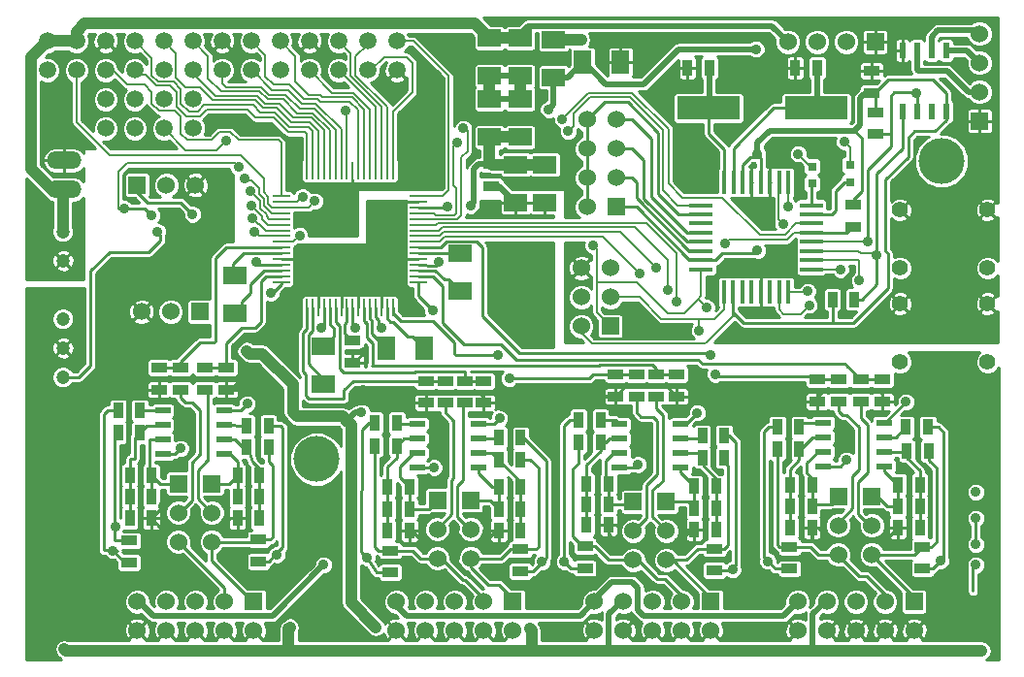
<source format=gtl>
G04 (created by PCBNEW (2013-mar-13)-testing) date Thu 04 Apr 2013 06:32:20 PM CEST*
%MOIN*%
G04 Gerber Fmt 3.4, Leading zero omitted, Abs format*
%FSLAX34Y34*%
G01*
G70*
G90*
G04 APERTURE LIST*
%ADD10C,2.3622e-06*%
%ADD11R,0.0177X0.0787*%
%ADD12R,0.0787X0.0177*%
%ADD13C,0.055*%
%ADD14R,0.0551X0.0236*%
%ADD15R,0.0236X0.0551*%
%ADD16R,0.08X0.06*%
%ADD17R,0.06X0.08*%
%ADD18R,0.035X0.055*%
%ADD19R,0.055X0.035*%
%ADD20O,0.1187X0.0593*%
%ADD21R,0.06X0.06*%
%ADD22C,0.06*%
%ADD23R,0.0314X0.0314*%
%ADD24R,0.0591X0.0106*%
%ADD25R,0.0098X0.0591*%
%ADD26C,0.0472*%
%ADD27R,0.2165X0.0787*%
%ADD28C,0.0591*%
%ADD29C,0.1575*%
%ADD30C,0.035*%
%ADD31C,0.01*%
%ADD32C,0.02*%
%ADD33C,0.0393701*%
%ADD34C,0.00629921*%
G04 APERTURE END LIST*
G54D10*
G54D11*
X60957Y-46904D03*
X61272Y-46904D03*
X61587Y-46904D03*
X61902Y-46904D03*
X62217Y-46904D03*
X62532Y-46904D03*
X62847Y-46904D03*
X63162Y-46904D03*
X63160Y-50670D03*
X60950Y-50670D03*
X61270Y-50670D03*
X61590Y-50670D03*
X61900Y-50670D03*
X62220Y-50670D03*
X62530Y-50670D03*
X62850Y-50670D03*
G54D12*
X63950Y-47688D03*
X63950Y-48002D03*
X63950Y-48318D03*
X63950Y-48632D03*
X63950Y-48948D03*
X63950Y-49262D03*
X63950Y-49578D03*
X63950Y-49892D03*
X60170Y-47690D03*
X60170Y-48000D03*
X60170Y-48320D03*
X60170Y-48630D03*
X60170Y-48940D03*
X60170Y-49260D03*
X60170Y-49580D03*
X60170Y-49900D03*
G54D13*
X70000Y-51075D03*
X70000Y-53075D03*
X67000Y-51075D03*
X67000Y-53075D03*
X70000Y-47850D03*
X70000Y-49850D03*
X67000Y-47850D03*
X67000Y-49850D03*
G54D14*
X41674Y-56250D03*
X43774Y-56250D03*
X41674Y-55750D03*
X41674Y-55250D03*
X41674Y-54750D03*
X43774Y-55750D03*
X43774Y-55250D03*
X43774Y-54750D03*
G54D15*
X68575Y-44475D03*
X68575Y-42375D03*
X68075Y-44475D03*
X67575Y-44475D03*
X67075Y-44475D03*
X68075Y-42375D03*
X67575Y-42375D03*
X67075Y-42375D03*
G54D14*
X64357Y-56661D03*
X66457Y-56661D03*
X64357Y-56161D03*
X64357Y-55661D03*
X64357Y-55161D03*
X66457Y-56161D03*
X66457Y-55661D03*
X66457Y-55161D03*
X57368Y-56718D03*
X59468Y-56718D03*
X57368Y-56218D03*
X57368Y-55718D03*
X57368Y-55218D03*
X59468Y-56218D03*
X59468Y-55718D03*
X59468Y-55218D03*
X50416Y-56707D03*
X52516Y-56707D03*
X50416Y-56207D03*
X50416Y-55707D03*
X50416Y-55207D03*
X52516Y-56207D03*
X52516Y-55707D03*
X52516Y-55207D03*
G54D16*
X52900Y-41950D03*
X52900Y-43250D03*
X52900Y-45350D03*
X52900Y-44050D03*
X53950Y-45350D03*
X53950Y-44050D03*
X53800Y-46300D03*
X53800Y-47600D03*
G54D17*
X56100Y-42775D03*
X57400Y-42775D03*
G54D16*
X54800Y-46300D03*
X54800Y-47600D03*
X55100Y-43300D03*
X55100Y-42000D03*
X53950Y-41950D03*
X53950Y-43250D03*
X51900Y-50650D03*
X51900Y-49350D03*
G54D17*
X49350Y-52600D03*
X50650Y-52600D03*
G54D16*
X47200Y-53850D03*
X47200Y-52550D03*
X44150Y-51400D03*
X44150Y-50100D03*
G54D18*
X49398Y-58123D03*
X50148Y-58123D03*
G54D19*
X52057Y-54482D03*
X52057Y-53732D03*
X52687Y-54482D03*
X52687Y-53732D03*
X51387Y-54482D03*
X51387Y-53732D03*
X50718Y-54482D03*
X50718Y-53732D03*
G54D18*
X63971Y-58785D03*
X63221Y-58785D03*
X63221Y-57288D03*
X63971Y-57288D03*
X67671Y-58037D03*
X66921Y-58037D03*
G54D19*
X49498Y-60309D03*
X49498Y-59559D03*
G54D18*
X48965Y-55170D03*
X49715Y-55170D03*
X48965Y-55957D03*
X49715Y-55957D03*
X50148Y-58871D03*
X49398Y-58871D03*
X49398Y-57375D03*
X50148Y-57375D03*
X53967Y-58123D03*
X53217Y-58123D03*
X55956Y-55850D03*
X56706Y-55850D03*
G54D19*
X53946Y-60269D03*
X53946Y-59519D03*
G54D18*
X53967Y-55682D03*
X53217Y-55682D03*
X53967Y-56430D03*
X53217Y-56430D03*
X53217Y-58871D03*
X53967Y-58871D03*
X53967Y-57375D03*
X53217Y-57375D03*
X62787Y-56068D03*
X63537Y-56068D03*
X67947Y-55320D03*
X67197Y-55320D03*
X67986Y-56147D03*
X67236Y-56147D03*
X66921Y-58785D03*
X67671Y-58785D03*
X67671Y-57288D03*
X66921Y-57288D03*
G54D19*
X67769Y-60183D03*
X67769Y-59433D03*
X57237Y-54256D03*
X57237Y-53506D03*
X57945Y-54256D03*
X57945Y-53506D03*
X59323Y-54256D03*
X59323Y-53506D03*
X58614Y-54256D03*
X58614Y-53506D03*
G54D18*
X56232Y-57976D03*
X56982Y-57976D03*
X60682Y-57346D03*
X59932Y-57346D03*
G54D19*
X56174Y-60162D03*
X56174Y-59412D03*
G54D18*
X55956Y-55062D03*
X56706Y-55062D03*
X41288Y-58453D03*
X40538Y-58453D03*
X56982Y-58685D03*
X56232Y-58685D03*
X56232Y-57267D03*
X56982Y-57267D03*
X60682Y-58094D03*
X59932Y-58094D03*
G54D19*
X60622Y-60241D03*
X60622Y-59491D03*
G54D18*
X60958Y-55614D03*
X60208Y-55614D03*
X60958Y-56362D03*
X60208Y-56362D03*
X59932Y-58842D03*
X60682Y-58842D03*
G54D19*
X66025Y-43825D03*
X66025Y-43075D03*
G54D18*
X62787Y-55320D03*
X63537Y-55320D03*
G54D19*
X63202Y-60183D03*
X63202Y-59433D03*
G54D18*
X63221Y-58037D03*
X63971Y-58037D03*
G54D19*
X65643Y-54435D03*
X65643Y-53685D03*
X66391Y-54435D03*
X66391Y-53685D03*
X66150Y-45250D03*
X66150Y-44500D03*
G54D18*
X64675Y-50925D03*
X65425Y-50925D03*
G54D19*
X64895Y-54435D03*
X64895Y-53685D03*
X65375Y-47675D03*
X65375Y-48425D03*
X64147Y-54435D03*
X64147Y-53685D03*
G54D18*
X63400Y-42975D03*
X64150Y-42975D03*
X59700Y-42975D03*
X60450Y-42975D03*
G54D19*
X48200Y-53100D03*
X48200Y-52350D03*
X52950Y-46275D03*
X52950Y-47025D03*
G54D18*
X40144Y-55500D03*
X40894Y-55500D03*
G54D19*
X41543Y-54025D03*
X41543Y-53275D03*
X42291Y-54025D03*
X42291Y-53275D03*
X43866Y-54025D03*
X43866Y-53275D03*
X43118Y-54025D03*
X43118Y-53275D03*
G54D18*
X40538Y-57705D03*
X41288Y-57705D03*
G54D19*
X40519Y-59969D03*
X40519Y-59219D03*
G54D18*
X40144Y-54752D03*
X40894Y-54752D03*
X44989Y-56957D03*
X44239Y-56957D03*
X44239Y-58453D03*
X44989Y-58453D03*
X45304Y-56012D03*
X44554Y-56012D03*
X45304Y-55264D03*
X44554Y-55264D03*
G54D19*
X44968Y-59930D03*
X44968Y-59180D03*
G54D18*
X44989Y-57705D03*
X44239Y-57705D03*
X40538Y-56957D03*
X41288Y-56957D03*
G54D20*
X38300Y-47150D03*
X38300Y-46150D03*
G54D21*
X67485Y-61311D03*
G54D22*
X67485Y-62311D03*
X66485Y-61311D03*
X66485Y-62311D03*
X65485Y-61311D03*
X65485Y-62311D03*
X64485Y-61311D03*
X64485Y-62311D03*
X63485Y-61311D03*
X63485Y-62311D03*
G54D21*
X53702Y-61311D03*
G54D22*
X53702Y-62311D03*
X52702Y-61311D03*
X52702Y-62311D03*
X51702Y-61311D03*
X51702Y-62311D03*
X50702Y-61311D03*
X50702Y-62311D03*
X49702Y-61311D03*
X49702Y-62311D03*
G54D21*
X60496Y-61311D03*
G54D22*
X60496Y-62311D03*
X59496Y-61311D03*
X59496Y-62311D03*
X58496Y-61311D03*
X58496Y-62311D03*
X57496Y-61311D03*
X57496Y-62311D03*
X56496Y-61311D03*
X56496Y-62311D03*
G54D21*
X44800Y-61311D03*
G54D22*
X44800Y-62311D03*
X43800Y-61311D03*
X43800Y-62311D03*
X42800Y-61311D03*
X42800Y-62311D03*
X41800Y-61311D03*
X41800Y-62311D03*
X40800Y-61311D03*
X40800Y-62311D03*
G54D21*
X57250Y-47750D03*
G54D22*
X56250Y-47750D03*
X57250Y-46750D03*
X56250Y-46750D03*
X57250Y-45750D03*
X56250Y-45750D03*
X57250Y-44750D03*
X56250Y-44750D03*
G54D21*
X40800Y-47000D03*
G54D22*
X41800Y-47000D03*
X42800Y-47000D03*
G54D21*
X66025Y-57700D03*
G54D22*
X66025Y-58700D03*
X66025Y-59700D03*
G54D21*
X64875Y-57700D03*
G54D22*
X64875Y-58700D03*
X64875Y-59700D03*
G54D21*
X42950Y-51350D03*
G54D22*
X41950Y-51350D03*
X40950Y-51350D03*
G54D21*
X42212Y-57256D03*
G54D22*
X42212Y-58256D03*
X42212Y-59256D03*
G54D21*
X43354Y-57256D03*
G54D22*
X43354Y-58256D03*
X43354Y-59256D03*
G54D21*
X51112Y-57831D03*
G54D22*
X51112Y-58831D03*
X51112Y-59831D03*
G54D21*
X52253Y-57831D03*
G54D22*
X52253Y-58831D03*
X52253Y-59831D03*
G54D21*
X57827Y-57881D03*
G54D22*
X57827Y-58881D03*
X57827Y-59881D03*
G54D21*
X58969Y-57881D03*
G54D22*
X58969Y-58881D03*
X58969Y-59881D03*
G54D23*
X65275Y-46895D03*
X65275Y-46305D03*
X63975Y-46945D03*
X63975Y-46355D03*
G54D24*
X50462Y-48948D03*
X50462Y-49145D03*
X50462Y-49342D03*
X50462Y-49539D03*
X50462Y-49736D03*
X50462Y-49933D03*
X50462Y-50130D03*
X50462Y-50326D03*
X50462Y-47374D03*
X45738Y-47374D03*
X45738Y-50326D03*
X50462Y-48752D03*
X50462Y-48555D03*
X50462Y-48358D03*
X50462Y-48161D03*
X50462Y-47964D03*
X50462Y-47767D03*
X50462Y-47570D03*
X45738Y-47570D03*
X45738Y-47767D03*
X45738Y-47964D03*
X45738Y-48161D03*
X45738Y-48358D03*
X45738Y-48555D03*
X45738Y-48752D03*
X45738Y-48948D03*
X45738Y-49145D03*
X45738Y-49342D03*
X45738Y-49539D03*
X45738Y-49736D03*
X45738Y-49933D03*
X45738Y-50130D03*
G54D25*
X49576Y-51212D03*
X49380Y-51212D03*
X49183Y-51212D03*
X48986Y-51212D03*
X48789Y-51212D03*
X48592Y-51212D03*
X48002Y-51212D03*
X47608Y-51212D03*
X47411Y-51212D03*
X48395Y-51212D03*
X48198Y-51212D03*
X47805Y-51212D03*
X47214Y-51212D03*
X47017Y-51212D03*
X46820Y-51212D03*
X46624Y-51212D03*
X49576Y-46488D03*
X49380Y-46488D03*
X49183Y-46488D03*
X48986Y-46488D03*
X48789Y-46488D03*
X48592Y-46488D03*
X48395Y-46488D03*
X48198Y-46488D03*
X48002Y-46488D03*
X47805Y-46488D03*
X47608Y-46488D03*
X47411Y-46488D03*
X47214Y-46488D03*
X47017Y-46488D03*
X46820Y-46488D03*
X46624Y-46488D03*
G54D26*
X38250Y-48600D03*
X38250Y-49600D03*
X38250Y-51600D03*
X38250Y-52600D03*
X38250Y-53600D03*
G54D21*
X57050Y-51850D03*
G54D22*
X56050Y-51850D03*
X57050Y-50850D03*
X56050Y-50850D03*
X57050Y-49850D03*
X56050Y-49850D03*
G54D27*
X64125Y-44350D03*
X60425Y-44350D03*
G54D21*
X66150Y-42075D03*
G54D22*
X65150Y-42075D03*
X64150Y-42075D03*
X63150Y-42075D03*
G54D21*
X69725Y-44800D03*
G54D22*
X69725Y-43800D03*
X69725Y-42800D03*
X69725Y-41800D03*
G54D28*
X37716Y-43047D03*
X37716Y-42047D03*
X38716Y-43047D03*
X38716Y-42047D03*
X39716Y-43047D03*
X39716Y-42047D03*
X40716Y-43047D03*
X40716Y-42047D03*
X41716Y-43047D03*
X41716Y-42047D03*
X42716Y-43047D03*
X42716Y-42047D03*
X43716Y-43047D03*
X43716Y-42047D03*
X44716Y-43047D03*
X44716Y-42047D03*
X45716Y-43047D03*
X45716Y-42047D03*
X46716Y-43047D03*
X46716Y-42047D03*
X47716Y-43047D03*
X47716Y-42047D03*
X48716Y-43047D03*
X48716Y-42047D03*
X49716Y-43047D03*
X49716Y-42047D03*
X39716Y-44047D03*
X39716Y-45047D03*
X40716Y-44047D03*
X40716Y-45047D03*
X41716Y-44047D03*
X41716Y-45047D03*
X42716Y-44047D03*
X42716Y-45047D03*
G54D29*
X46968Y-56417D03*
X68425Y-46181D03*
G54D30*
X69600Y-57550D03*
X69600Y-58450D03*
X69600Y-59350D03*
X69600Y-60050D03*
X62975Y-48325D03*
X46900Y-47550D03*
X44700Y-47200D03*
X44725Y-47700D03*
X44750Y-48150D03*
X62100Y-49250D03*
X44825Y-48600D03*
X51800Y-45525D03*
X60350Y-51200D03*
X46375Y-48725D03*
X56450Y-49075D03*
X65600Y-50275D03*
X58050Y-50025D03*
X63150Y-47725D03*
X46475Y-47400D03*
X52000Y-45050D03*
X43850Y-45475D03*
X59025Y-50600D03*
X63825Y-50650D03*
X61000Y-49000D03*
X67550Y-43825D03*
X65875Y-48950D03*
X66200Y-49400D03*
X55600Y-45150D03*
X44500Y-46775D03*
X58625Y-49825D03*
X64950Y-49900D03*
X63875Y-51125D03*
X59325Y-51000D03*
X53200Y-52825D03*
X53575Y-53650D03*
X60650Y-53500D03*
X60500Y-52825D03*
X55400Y-44725D03*
X44275Y-46375D03*
X40350Y-47800D03*
X41300Y-48050D03*
X61850Y-58850D03*
X61850Y-59600D03*
X61900Y-60250D03*
X55850Y-60750D03*
X60850Y-54400D03*
X61750Y-54400D03*
X62500Y-54400D03*
X53950Y-54300D03*
X54700Y-54250D03*
X55600Y-54250D03*
X38200Y-50750D03*
X38800Y-50750D03*
X39650Y-50000D03*
X37450Y-52000D03*
X37450Y-51300D03*
X38350Y-57400D03*
X38350Y-58000D03*
X38350Y-58550D03*
X38350Y-59200D03*
X38300Y-59900D03*
X39750Y-60150D03*
X53650Y-51700D03*
X53650Y-50800D03*
X53650Y-50000D03*
X53650Y-49250D03*
X41750Y-49500D03*
X42150Y-49750D03*
X48550Y-54050D03*
X46600Y-58900D03*
X46600Y-59600D03*
X48800Y-61100D03*
X41700Y-58050D03*
X42200Y-60050D03*
X43800Y-58750D03*
X44650Y-52250D03*
X44500Y-53600D03*
X48600Y-52750D03*
X46050Y-52750D03*
X52600Y-48000D03*
X53050Y-47800D03*
X48950Y-48050D03*
X48950Y-48650D03*
X48950Y-49250D03*
X48350Y-49250D03*
X47750Y-49250D03*
X47200Y-49250D03*
X46650Y-49250D03*
X63300Y-54450D03*
X64540Y-59218D03*
X66391Y-59178D03*
X56449Y-54236D03*
X59402Y-59275D03*
X57473Y-59393D03*
X49931Y-54501D03*
X50639Y-59304D03*
X52687Y-59304D03*
X40834Y-54043D03*
X49200Y-51900D03*
X48300Y-51900D03*
X44900Y-49650D03*
X47125Y-51900D03*
X47200Y-60050D03*
X52250Y-47700D03*
X51150Y-49650D03*
X51450Y-47725D03*
X62100Y-45950D03*
X62050Y-42325D03*
X54925Y-44400D03*
X47950Y-44425D03*
X38100Y-43900D03*
X38100Y-44650D03*
X38100Y-45300D03*
X62650Y-43600D03*
X62800Y-43150D03*
X58700Y-42150D03*
X58250Y-42550D03*
X62850Y-49400D03*
X62200Y-47850D03*
X38750Y-50050D03*
X37450Y-48150D03*
X37450Y-48800D03*
X37450Y-49400D03*
X50000Y-45000D03*
X50600Y-45000D03*
X54800Y-45550D03*
X54800Y-45000D03*
X50950Y-43550D03*
X50600Y-43200D03*
X55700Y-51350D03*
X58850Y-52000D03*
X57800Y-51300D03*
X57800Y-52000D03*
X62950Y-45600D03*
X62800Y-46000D03*
X51750Y-42600D03*
X51050Y-42050D03*
X44150Y-44900D03*
X43500Y-44900D03*
X46400Y-48100D03*
X47200Y-48550D03*
X47700Y-48550D03*
X48100Y-48200D03*
X48100Y-47650D03*
X59150Y-43300D03*
X45400Y-50700D03*
X54300Y-62250D03*
X46050Y-62200D03*
X69750Y-63000D03*
X38300Y-62950D03*
X58000Y-56600D03*
X65150Y-56450D03*
X50994Y-56705D03*
X42291Y-56051D03*
X48500Y-54800D03*
X50950Y-51300D03*
X44550Y-52700D03*
X49000Y-62200D03*
X67200Y-54450D03*
X60032Y-54826D03*
X53238Y-55012D03*
X44574Y-54516D03*
X42700Y-48000D03*
X54700Y-59950D03*
X56050Y-42000D03*
X48700Y-59800D03*
X61252Y-60220D03*
X55465Y-59944D03*
X68400Y-59900D03*
X62454Y-59926D03*
X60100Y-52000D03*
X63500Y-45925D03*
X65075Y-45500D03*
X39968Y-59555D03*
X45600Y-59700D03*
X40047Y-58728D03*
X41500Y-48600D03*
G54D31*
X69500Y-60950D02*
X69500Y-60150D01*
X69600Y-57550D02*
X69600Y-57600D01*
X69600Y-59350D02*
X69600Y-58450D01*
X69500Y-60150D02*
X69600Y-60050D01*
G54D32*
X53950Y-41950D02*
X53950Y-41800D01*
X62600Y-41525D02*
X63150Y-42075D01*
X54225Y-41525D02*
X62600Y-41525D01*
X53950Y-41800D02*
X54225Y-41525D01*
G54D33*
X38716Y-42047D02*
X38716Y-41733D01*
X52400Y-41450D02*
X52900Y-41950D01*
X39000Y-41450D02*
X52400Y-41450D01*
X38716Y-41733D02*
X39000Y-41450D01*
X52900Y-41950D02*
X53950Y-41950D01*
X37716Y-42047D02*
X38716Y-42047D01*
X38300Y-47150D02*
X37850Y-47150D01*
X37150Y-42614D02*
X37716Y-42047D01*
X37150Y-46450D02*
X37150Y-42614D01*
X37850Y-47150D02*
X37150Y-46450D01*
X38250Y-48600D02*
X38250Y-47200D01*
X38250Y-47200D02*
X38300Y-47150D01*
G54D34*
X45738Y-47767D02*
X46683Y-47767D01*
X62825Y-46926D02*
X62847Y-46904D01*
X62825Y-48175D02*
X62825Y-46926D01*
X62975Y-48325D02*
X62825Y-48175D01*
X46683Y-47767D02*
X46900Y-47550D01*
X40550Y-45975D02*
X39850Y-45975D01*
X45434Y-47767D02*
X45300Y-47632D01*
X45300Y-47632D02*
X45300Y-47391D01*
X45300Y-47391D02*
X45150Y-47241D01*
X45150Y-47241D02*
X45150Y-46775D01*
X45150Y-46775D02*
X44350Y-45975D01*
X44350Y-45975D02*
X40550Y-45975D01*
X45738Y-47767D02*
X45434Y-47767D01*
X38716Y-44841D02*
X38716Y-43047D01*
X39850Y-45975D02*
X38716Y-44841D01*
X44700Y-47200D02*
X45025Y-47525D01*
X45025Y-47525D02*
X45025Y-47800D01*
X45025Y-47800D02*
X45244Y-48019D01*
X45244Y-48019D02*
X45244Y-48069D01*
X45244Y-48069D02*
X45336Y-48161D01*
X45336Y-48161D02*
X45738Y-48161D01*
G54D31*
X60170Y-48630D02*
X59680Y-48630D01*
X57800Y-44750D02*
X57250Y-44750D01*
X58450Y-45400D02*
X57800Y-44750D01*
X58450Y-47400D02*
X58450Y-45400D01*
X59680Y-48630D02*
X58450Y-47400D01*
G54D34*
X45738Y-48358D02*
X45283Y-48358D01*
X45100Y-48175D02*
X45283Y-48358D01*
X45100Y-48075D02*
X45100Y-48175D01*
X44725Y-47700D02*
X45100Y-48075D01*
G54D31*
X60170Y-48940D02*
X59681Y-48940D01*
X57800Y-45750D02*
X57250Y-45750D01*
X58200Y-46150D02*
X57800Y-45750D01*
X58200Y-47458D02*
X58200Y-46150D01*
X59681Y-48940D02*
X58200Y-47458D01*
G54D34*
X45738Y-48555D02*
X45205Y-48555D01*
X45000Y-48350D02*
X45205Y-48555D01*
X44950Y-48350D02*
X45000Y-48350D01*
X44750Y-48150D02*
X44950Y-48350D01*
G54D31*
X60170Y-49260D02*
X59760Y-49260D01*
X57800Y-46750D02*
X57250Y-46750D01*
X57950Y-46900D02*
X57800Y-46750D01*
X57950Y-47450D02*
X57950Y-46900D01*
X59760Y-49260D02*
X57950Y-47450D01*
X60170Y-49580D02*
X60670Y-49580D01*
X62000Y-49350D02*
X62100Y-49250D01*
X60900Y-49350D02*
X62000Y-49350D01*
X60670Y-49580D02*
X60900Y-49350D01*
G54D34*
X44977Y-48752D02*
X45738Y-48752D01*
X44825Y-48600D02*
X44977Y-48752D01*
G54D31*
X60170Y-49580D02*
X59770Y-49580D01*
X59770Y-49580D02*
X57940Y-47750D01*
X57940Y-47750D02*
X57250Y-47750D01*
G54D34*
X50462Y-47964D02*
X50986Y-47964D01*
X51750Y-47100D02*
X51666Y-47016D01*
X51750Y-47978D02*
X51750Y-47100D01*
X51703Y-48025D02*
X51750Y-47978D01*
X51047Y-48025D02*
X51703Y-48025D01*
X50986Y-47964D02*
X51047Y-48025D01*
X51666Y-46050D02*
X51666Y-45658D01*
X51666Y-47016D02*
X51666Y-46050D01*
X51666Y-45658D02*
X51800Y-45525D01*
X60050Y-50900D02*
X60050Y-50925D01*
X60062Y-50912D02*
X60050Y-50900D01*
X60350Y-51200D02*
X60062Y-50912D01*
X60170Y-49900D02*
X60170Y-50805D01*
X57950Y-50325D02*
X56575Y-50325D01*
X59025Y-51400D02*
X57950Y-50325D01*
X59575Y-51400D02*
X59025Y-51400D01*
X60170Y-50805D02*
X60050Y-50925D01*
X60050Y-50925D02*
X59575Y-51400D01*
X46152Y-48948D02*
X46375Y-48725D01*
X45738Y-48948D02*
X46152Y-48948D01*
X56575Y-51375D02*
X57050Y-51850D01*
X56575Y-49200D02*
X56575Y-50325D01*
X56575Y-50325D02*
X56575Y-51375D01*
X56450Y-49075D02*
X56575Y-49200D01*
X50462Y-48948D02*
X51177Y-48948D01*
X65603Y-49578D02*
X63950Y-49578D01*
X65600Y-50275D02*
X65603Y-49578D01*
X56800Y-48775D02*
X58050Y-50025D01*
X51350Y-48775D02*
X56800Y-48775D01*
X51177Y-48948D02*
X51350Y-48775D01*
X45738Y-47570D02*
X46280Y-47570D01*
X63162Y-47713D02*
X63162Y-46904D01*
X63150Y-47725D02*
X63162Y-47713D01*
X46450Y-47400D02*
X46475Y-47400D01*
X46280Y-47570D02*
X46450Y-47400D01*
X52050Y-45100D02*
X52000Y-45050D01*
X51186Y-48161D02*
X51789Y-48161D01*
X52150Y-45825D02*
X52150Y-45100D01*
X51925Y-46050D02*
X52150Y-45825D01*
X51925Y-48025D02*
X51925Y-46050D01*
X51789Y-48161D02*
X51925Y-48025D01*
X52150Y-45100D02*
X52050Y-45100D01*
X42469Y-45800D02*
X41716Y-45047D01*
X43525Y-45800D02*
X42469Y-45800D01*
X43850Y-45475D02*
X43525Y-45800D01*
X51014Y-48161D02*
X51186Y-48161D01*
X51014Y-48161D02*
X50462Y-48161D01*
X51186Y-48161D02*
X51186Y-48161D01*
X57900Y-48450D02*
X59025Y-49575D01*
X51125Y-48555D02*
X51170Y-48555D01*
X57900Y-48450D02*
X57875Y-48450D01*
X51275Y-48450D02*
X57900Y-48450D01*
X51170Y-48555D02*
X51275Y-48450D01*
X50462Y-48555D02*
X51125Y-48555D01*
X51125Y-48555D02*
X51145Y-48555D01*
X63805Y-50670D02*
X63160Y-50670D01*
X59025Y-49575D02*
X59025Y-50600D01*
X63825Y-50650D02*
X63805Y-50670D01*
G54D31*
X63950Y-48632D02*
X65168Y-48632D01*
X65168Y-48632D02*
X65375Y-48425D01*
G54D34*
X63125Y-48875D02*
X61125Y-48875D01*
X63950Y-48632D02*
X63368Y-48632D01*
X63368Y-48632D02*
X63125Y-48875D01*
X61125Y-48875D02*
X61000Y-49000D01*
G54D31*
X67525Y-43850D02*
X67525Y-43900D01*
X67550Y-43825D02*
X67525Y-43850D01*
X65875Y-48950D02*
X65875Y-46650D01*
X65875Y-46650D02*
X65875Y-46475D01*
X67575Y-43950D02*
X67575Y-44475D01*
X67425Y-43800D02*
X67525Y-43900D01*
X67525Y-43900D02*
X67575Y-43950D01*
X66800Y-43800D02*
X67425Y-43800D01*
X66675Y-43925D02*
X66800Y-43800D01*
X65875Y-46475D02*
X66675Y-45675D01*
G54D34*
X65875Y-48950D02*
X65873Y-48948D01*
X65873Y-48948D02*
X63950Y-48948D01*
G54D31*
X66675Y-45675D02*
X66675Y-45250D01*
X66675Y-45250D02*
X66675Y-43925D01*
X66675Y-45250D02*
X66150Y-45250D01*
X65425Y-50925D02*
X65675Y-50925D01*
X66200Y-50400D02*
X66200Y-49400D01*
X65675Y-50925D02*
X66200Y-50400D01*
X66200Y-49400D02*
X66200Y-46600D01*
X67075Y-45725D02*
X67075Y-44475D01*
X66200Y-46600D02*
X67075Y-45725D01*
G54D34*
X66200Y-49400D02*
X66150Y-49350D01*
X66150Y-49350D02*
X65650Y-49350D01*
X65650Y-49350D02*
X65562Y-49262D01*
X65562Y-49262D02*
X63950Y-49262D01*
X45738Y-47964D02*
X45414Y-47964D01*
X59365Y-47690D02*
X60170Y-47690D01*
X58852Y-47177D02*
X59365Y-47690D01*
X58852Y-45102D02*
X58852Y-47177D01*
X57725Y-43975D02*
X58852Y-45102D01*
X56350Y-43975D02*
X57725Y-43975D01*
X55775Y-44550D02*
X56350Y-43975D01*
X55775Y-44975D02*
X55775Y-44550D01*
X55600Y-45150D02*
X55775Y-44975D01*
X44550Y-46825D02*
X44500Y-46775D01*
X44725Y-46825D02*
X44550Y-46825D01*
X45000Y-47100D02*
X44725Y-46825D01*
X45000Y-47310D02*
X45000Y-47100D01*
X45158Y-47469D02*
X45000Y-47310D01*
X45158Y-47708D02*
X45158Y-47469D01*
X45414Y-47964D02*
X45158Y-47708D01*
X51173Y-48752D02*
X51325Y-48600D01*
X51325Y-48600D02*
X57400Y-48600D01*
X57400Y-48600D02*
X58625Y-49825D01*
X50462Y-48752D02*
X51173Y-48752D01*
X64942Y-49892D02*
X63950Y-49892D01*
X64950Y-49900D02*
X64942Y-49892D01*
X63000Y-51425D02*
X62850Y-51275D01*
X63575Y-51425D02*
X63000Y-51425D01*
X63875Y-51125D02*
X63575Y-51425D01*
X62850Y-51275D02*
X62850Y-50670D01*
X57725Y-48300D02*
X58275Y-48300D01*
X50462Y-48358D02*
X51067Y-48358D01*
X51125Y-48300D02*
X57725Y-48300D01*
X57725Y-48300D02*
X57750Y-48300D01*
X51067Y-48358D02*
X51125Y-48300D01*
X58275Y-48300D02*
X59325Y-49350D01*
X59325Y-49350D02*
X59325Y-51000D01*
G54D31*
X42291Y-53275D02*
X42291Y-53058D01*
X43855Y-49145D02*
X45738Y-49145D01*
X43500Y-49500D02*
X43855Y-49145D01*
X43500Y-52350D02*
X43500Y-49500D01*
X43450Y-52400D02*
X43500Y-52350D01*
X42950Y-52400D02*
X43450Y-52400D01*
X42291Y-53058D02*
X42950Y-52400D01*
X42291Y-53275D02*
X41543Y-53275D01*
X45738Y-50130D02*
X45220Y-50130D01*
X43866Y-52433D02*
X43866Y-53275D01*
X44400Y-51900D02*
X43866Y-52433D01*
X44850Y-51900D02*
X44400Y-51900D01*
X45050Y-51700D02*
X44850Y-51900D01*
X45050Y-50300D02*
X45050Y-51700D01*
X45220Y-50130D02*
X45050Y-50300D01*
X43118Y-53275D02*
X43866Y-53275D01*
X48667Y-53732D02*
X48217Y-53732D01*
X50718Y-53732D02*
X48667Y-53732D01*
X47900Y-54050D02*
X47900Y-54325D01*
X48217Y-53732D02*
X47900Y-54050D01*
X46624Y-51951D02*
X46500Y-52075D01*
X46624Y-51951D02*
X46624Y-51212D01*
X46700Y-54325D02*
X47900Y-54325D01*
X46600Y-54225D02*
X46700Y-54325D01*
X46600Y-53500D02*
X46600Y-54225D01*
X46500Y-53400D02*
X46600Y-53500D01*
X46500Y-52075D02*
X46500Y-53400D01*
X51387Y-53732D02*
X50718Y-53732D01*
X49950Y-53450D02*
X50325Y-53450D01*
X49950Y-53450D02*
X47900Y-53450D01*
X47900Y-53450D02*
X47750Y-53300D01*
X47750Y-53300D02*
X47750Y-51850D01*
X47750Y-51850D02*
X47608Y-51708D01*
X47608Y-51212D02*
X47608Y-51708D01*
X52057Y-53407D02*
X52057Y-53732D01*
X50367Y-53407D02*
X52057Y-53407D01*
X50325Y-53450D02*
X50367Y-53407D01*
X52687Y-53732D02*
X52057Y-53732D01*
X53575Y-53650D02*
X56325Y-53650D01*
X56468Y-53506D02*
X57237Y-53506D01*
X56325Y-53650D02*
X56468Y-53506D01*
X57237Y-53506D02*
X57945Y-53506D01*
X49576Y-51401D02*
X49850Y-51675D01*
X49850Y-51675D02*
X50950Y-51675D01*
X50950Y-51675D02*
X51675Y-52400D01*
X51675Y-52400D02*
X51675Y-52775D01*
X51675Y-52775D02*
X51725Y-52825D01*
X51725Y-52825D02*
X53200Y-52825D01*
X49576Y-51212D02*
X49576Y-51401D01*
X53575Y-53650D02*
X53618Y-53606D01*
X48637Y-51712D02*
X48641Y-51712D01*
X48900Y-52450D02*
X48900Y-53200D01*
X48679Y-52229D02*
X48900Y-52450D01*
X48679Y-51750D02*
X48679Y-52229D01*
X48641Y-51712D02*
X48679Y-51750D01*
X58614Y-53506D02*
X59323Y-53506D01*
X48850Y-53200D02*
X48900Y-53200D01*
X48900Y-53200D02*
X56645Y-53200D01*
X56645Y-53200D02*
X56675Y-53170D01*
X56675Y-53170D02*
X58495Y-53170D01*
X58495Y-53170D02*
X58614Y-53289D01*
X58614Y-53289D02*
X58614Y-53506D01*
X48592Y-51667D02*
X48637Y-51712D01*
X48637Y-51712D02*
X48650Y-51725D01*
X48592Y-51212D02*
X48592Y-51592D01*
X48592Y-51592D02*
X48592Y-51667D01*
X50462Y-49145D02*
X51207Y-49145D01*
X60735Y-53585D02*
X64147Y-53585D01*
X60650Y-53500D02*
X60735Y-53585D01*
X60450Y-52775D02*
X60500Y-52825D01*
X53925Y-52775D02*
X60450Y-52775D01*
X52650Y-51500D02*
X53925Y-52775D01*
X52650Y-49125D02*
X52650Y-51500D01*
X52452Y-48927D02*
X52650Y-49125D01*
X51425Y-48927D02*
X52452Y-48927D01*
X51207Y-49145D02*
X51425Y-48927D01*
X64147Y-53685D02*
X64895Y-53685D01*
X60100Y-53000D02*
X60100Y-53025D01*
X50955Y-50130D02*
X51300Y-50475D01*
X51300Y-50475D02*
X51300Y-51750D01*
X51300Y-51750D02*
X52025Y-52475D01*
X52025Y-52475D02*
X53300Y-52475D01*
X53300Y-52475D02*
X53825Y-53000D01*
X53825Y-53000D02*
X60100Y-53000D01*
X65643Y-53685D02*
X65157Y-53200D01*
X50955Y-50130D02*
X50462Y-50130D01*
X65107Y-53150D02*
X65157Y-53200D01*
X60225Y-53150D02*
X65107Y-53150D01*
X60100Y-53025D02*
X60225Y-53150D01*
X65643Y-53685D02*
X66391Y-53685D01*
G54D34*
X40150Y-47800D02*
X40150Y-46550D01*
G54D31*
X40350Y-47800D02*
X40150Y-47800D01*
G54D34*
X63432Y-48318D02*
X63950Y-48318D01*
X63050Y-48700D02*
X63432Y-48318D01*
X62175Y-48700D02*
X63050Y-48700D01*
X60900Y-47425D02*
X62175Y-48700D01*
X59525Y-47425D02*
X60900Y-47425D01*
X59050Y-46950D02*
X59525Y-47425D01*
X59050Y-45075D02*
X59050Y-46950D01*
X57800Y-43825D02*
X59050Y-45075D01*
X56300Y-43825D02*
X57800Y-43825D01*
X55400Y-44725D02*
X56300Y-43825D01*
X44150Y-46250D02*
X44275Y-46375D01*
X40450Y-46250D02*
X44150Y-46250D01*
X40150Y-46550D02*
X40450Y-46250D01*
G54D31*
X41050Y-47800D02*
X40350Y-47800D01*
X41300Y-48050D02*
X41050Y-47800D01*
X61850Y-60200D02*
X61850Y-59600D01*
X61900Y-60250D02*
X61850Y-60200D01*
X62500Y-54400D02*
X61750Y-54400D01*
X56449Y-54236D02*
X55613Y-54236D01*
X54650Y-54300D02*
X53950Y-54300D01*
X54700Y-54250D02*
X54650Y-54300D01*
X55613Y-54236D02*
X55600Y-54250D01*
X38800Y-50750D02*
X38200Y-50750D01*
X37450Y-51300D02*
X37450Y-52000D01*
X38350Y-58550D02*
X38350Y-58000D01*
X38350Y-59850D02*
X38350Y-59200D01*
X38300Y-59900D02*
X38350Y-59850D01*
X53650Y-50800D02*
X53650Y-51700D01*
X53650Y-49250D02*
X53650Y-50000D01*
X41750Y-49500D02*
X41900Y-49500D01*
X41900Y-49500D02*
X42150Y-49750D01*
X48350Y-54501D02*
X48350Y-54250D01*
X48350Y-54250D02*
X48550Y-54050D01*
G54D34*
X46600Y-59600D02*
X46600Y-58900D01*
G54D31*
X41288Y-58453D02*
X41296Y-58453D01*
X41296Y-58453D02*
X41700Y-58050D01*
X49931Y-54501D02*
X48350Y-54501D01*
G54D32*
X43793Y-58643D02*
X43793Y-58743D01*
X43793Y-58743D02*
X43800Y-58750D01*
X43866Y-54025D02*
X44075Y-54025D01*
X44075Y-54025D02*
X44500Y-53600D01*
G54D31*
X48200Y-53100D02*
X48250Y-53100D01*
X48250Y-53100D02*
X48600Y-52750D01*
X49183Y-51212D02*
X49183Y-50483D01*
X49183Y-50483D02*
X49150Y-50450D01*
X53800Y-47600D02*
X53250Y-47600D01*
X53250Y-47600D02*
X53050Y-47800D01*
G54D32*
X52950Y-47025D02*
X53225Y-47025D01*
X53225Y-47025D02*
X53800Y-47600D01*
G54D34*
X46400Y-49539D02*
X46400Y-49500D01*
X48950Y-48650D02*
X48950Y-48050D01*
X48350Y-49250D02*
X48950Y-49250D01*
X47200Y-49250D02*
X47750Y-49250D01*
X46400Y-49500D02*
X46650Y-49250D01*
G54D31*
X50462Y-47570D02*
X49830Y-47570D01*
X49830Y-47570D02*
X49775Y-47625D01*
X50462Y-49539D02*
X49861Y-49539D01*
X49861Y-49539D02*
X49850Y-49550D01*
X45738Y-49539D02*
X46400Y-49539D01*
X46400Y-49539D02*
X46461Y-49539D01*
X46461Y-49539D02*
X46475Y-49525D01*
X48395Y-51212D02*
X48395Y-50430D01*
X48395Y-50430D02*
X48400Y-50425D01*
X47805Y-51212D02*
X47805Y-50405D01*
X47805Y-50405D02*
X47800Y-50400D01*
X47017Y-51212D02*
X47017Y-50392D01*
X47017Y-50392D02*
X47000Y-50375D01*
X56449Y-54236D02*
X57216Y-54236D01*
X57216Y-54236D02*
X57237Y-54256D01*
X63314Y-54435D02*
X64147Y-54435D01*
X63300Y-54450D02*
X63314Y-54435D01*
X64147Y-54435D02*
X64147Y-54302D01*
X66391Y-54191D02*
X66391Y-54435D01*
X66250Y-54050D02*
X66391Y-54191D01*
X64400Y-54050D02*
X66250Y-54050D01*
X64147Y-54302D02*
X64400Y-54050D01*
X64580Y-59178D02*
X64540Y-59218D01*
X63971Y-58785D02*
X64186Y-58785D01*
X66528Y-59178D02*
X66921Y-58785D01*
X64580Y-59178D02*
X66391Y-59178D01*
X66391Y-59178D02*
X66528Y-59178D01*
X64186Y-58785D02*
X64580Y-59178D01*
X56449Y-54236D02*
X56470Y-54256D01*
X59323Y-54253D02*
X59323Y-54431D01*
X58969Y-53900D02*
X59323Y-54253D01*
X57590Y-53900D02*
X58969Y-53900D01*
X57237Y-54253D02*
X57590Y-53900D01*
X56982Y-58685D02*
X56982Y-58981D01*
X59835Y-58842D02*
X59932Y-58842D01*
X59284Y-59393D02*
X59402Y-59275D01*
X59402Y-59275D02*
X59835Y-58842D01*
X57394Y-59393D02*
X57473Y-59393D01*
X57473Y-59393D02*
X59284Y-59393D01*
X56982Y-58981D02*
X57394Y-59393D01*
X49949Y-54482D02*
X50718Y-54482D01*
X49931Y-54501D02*
X49949Y-54482D01*
X50639Y-59304D02*
X52687Y-59304D01*
X50639Y-59304D02*
X50206Y-58871D01*
X50206Y-58871D02*
X50148Y-58871D01*
X53120Y-58871D02*
X53217Y-58871D01*
X52687Y-59304D02*
X53120Y-58871D01*
X50718Y-54482D02*
X50718Y-54107D01*
X52647Y-54443D02*
X52687Y-54482D01*
X52647Y-54225D02*
X52647Y-54443D01*
X52529Y-54107D02*
X52647Y-54225D01*
X50718Y-54107D02*
X52529Y-54107D01*
X40853Y-54025D02*
X41543Y-54025D01*
X40834Y-54043D02*
X40853Y-54025D01*
X43866Y-54025D02*
X43866Y-53728D01*
X43866Y-53728D02*
X43787Y-53650D01*
X43787Y-53650D02*
X41661Y-53650D01*
X41661Y-53650D02*
X41543Y-53768D01*
X41543Y-53768D02*
X41543Y-54025D01*
X41288Y-58453D02*
X41563Y-58728D01*
X41563Y-58728D02*
X43708Y-58728D01*
X44239Y-58453D02*
X43984Y-58453D01*
X43984Y-58453D02*
X43793Y-58643D01*
X43793Y-58643D02*
X43708Y-58728D01*
G54D32*
X56496Y-61311D02*
X56496Y-61253D01*
X62996Y-61800D02*
X63485Y-61311D01*
X58200Y-61800D02*
X62996Y-61800D01*
X58000Y-61600D02*
X58200Y-61800D01*
X58000Y-60850D02*
X58000Y-61600D01*
X57800Y-60650D02*
X58000Y-60850D01*
X57100Y-60650D02*
X57800Y-60650D01*
X56496Y-61253D02*
X57100Y-60650D01*
G54D31*
X50462Y-49736D02*
X51039Y-49761D01*
X51039Y-49761D02*
X51150Y-49650D01*
X48986Y-51536D02*
X49100Y-51650D01*
X49100Y-51650D02*
X49100Y-51800D01*
X49100Y-51800D02*
X49200Y-51900D01*
X48986Y-51536D02*
X48986Y-51212D01*
G54D32*
X53800Y-46300D02*
X54800Y-46300D01*
G54D31*
X48198Y-51698D02*
X48198Y-51212D01*
X48198Y-51698D02*
X48300Y-51900D01*
X45738Y-49736D02*
X44986Y-49736D01*
X44986Y-49736D02*
X44900Y-49650D01*
X47214Y-51811D02*
X47125Y-51900D01*
X47214Y-51212D02*
X47214Y-51811D01*
G54D32*
X40861Y-61311D02*
X41350Y-61800D01*
X41350Y-61800D02*
X45450Y-61800D01*
X45450Y-61800D02*
X47200Y-60050D01*
X40861Y-61311D02*
X40800Y-61311D01*
X56496Y-61311D02*
X56511Y-61311D01*
X49702Y-61311D02*
X49702Y-61452D01*
X56007Y-61800D02*
X56496Y-61311D01*
X50050Y-61800D02*
X56007Y-61800D01*
X49702Y-61452D02*
X50050Y-61800D01*
G54D31*
X50462Y-47767D02*
X51408Y-47767D01*
X51408Y-47767D02*
X51450Y-47725D01*
G54D32*
X52950Y-46275D02*
X52525Y-46275D01*
X52350Y-46450D02*
X52525Y-46275D01*
X52350Y-47600D02*
X52350Y-46450D01*
X52250Y-47700D02*
X52350Y-47600D01*
G54D31*
X51039Y-49761D02*
X51150Y-49650D01*
G54D34*
X51383Y-47792D02*
X51450Y-47725D01*
G54D33*
X52900Y-45350D02*
X52900Y-46225D01*
X52975Y-46300D02*
X54800Y-46300D01*
X52900Y-46225D02*
X52975Y-46300D01*
X52900Y-45350D02*
X53950Y-45350D01*
G54D34*
X42525Y-45450D02*
X43350Y-45450D01*
X39947Y-43047D02*
X40450Y-43550D01*
X40450Y-43550D02*
X41050Y-43550D01*
X41050Y-43550D02*
X41300Y-43800D01*
X41300Y-43800D02*
X41300Y-44200D01*
X41300Y-44200D02*
X41550Y-44450D01*
X41550Y-44450D02*
X42100Y-44450D01*
X42100Y-44450D02*
X42300Y-44650D01*
X42300Y-44650D02*
X42300Y-45225D01*
X42300Y-45225D02*
X42525Y-45450D01*
X45650Y-45450D02*
X45738Y-45538D01*
X45738Y-47374D02*
X45738Y-45538D01*
X39947Y-43047D02*
X39716Y-43047D01*
X44275Y-45450D02*
X45650Y-45450D01*
X44000Y-45175D02*
X44275Y-45450D01*
X43625Y-45175D02*
X44000Y-45175D01*
X43350Y-45450D02*
X43625Y-45175D01*
X46624Y-46488D02*
X46624Y-45249D01*
X40869Y-43200D02*
X40716Y-43047D01*
X41075Y-43200D02*
X40869Y-43200D01*
X41458Y-43583D02*
X41075Y-43200D01*
X41933Y-43583D02*
X41458Y-43583D01*
X42150Y-43800D02*
X41933Y-43583D01*
X42150Y-44300D02*
X42150Y-43800D01*
X42475Y-44625D02*
X42150Y-44300D01*
X42950Y-44625D02*
X42475Y-44625D01*
X43175Y-44400D02*
X42950Y-44625D01*
X44575Y-44400D02*
X43175Y-44400D01*
X44850Y-44675D02*
X44575Y-44400D01*
X45475Y-44675D02*
X44850Y-44675D01*
X45975Y-45175D02*
X45475Y-44675D01*
X46550Y-45175D02*
X45975Y-45175D01*
X46624Y-45249D02*
X46550Y-45175D01*
X48789Y-46488D02*
X48789Y-44389D01*
X47494Y-43825D02*
X46716Y-43047D01*
X48225Y-43825D02*
X47494Y-43825D01*
X48789Y-44389D02*
X48225Y-43825D01*
X48986Y-46488D02*
X48986Y-44311D01*
X48344Y-43675D02*
X47716Y-43047D01*
X48350Y-43675D02*
X48344Y-43675D01*
X48986Y-44311D02*
X48350Y-43675D01*
X48350Y-43475D02*
X48175Y-43300D01*
X49183Y-44308D02*
X48350Y-43475D01*
X49183Y-46488D02*
X49183Y-44308D01*
X48125Y-42455D02*
X47716Y-42047D01*
X48125Y-43250D02*
X48125Y-42455D01*
X48175Y-43300D02*
X48125Y-43250D01*
X48716Y-42047D02*
X48716Y-42158D01*
X49380Y-44305D02*
X49380Y-46488D01*
X48300Y-43225D02*
X49380Y-44305D01*
X48300Y-42575D02*
X48300Y-43225D01*
X48716Y-42158D02*
X48300Y-42575D01*
X49576Y-46488D02*
X49576Y-44474D01*
X50250Y-42800D02*
X50050Y-42600D01*
X50250Y-43800D02*
X50250Y-42800D01*
X49576Y-44474D02*
X50250Y-43800D01*
X48716Y-43047D02*
X48827Y-43047D01*
X49275Y-42600D02*
X50050Y-42600D01*
X48827Y-43047D02*
X49275Y-42600D01*
X50462Y-47374D02*
X51301Y-47374D01*
X51500Y-43250D02*
X51300Y-43050D01*
X51500Y-47175D02*
X51500Y-43250D01*
X51301Y-47374D02*
X51500Y-47175D01*
X50300Y-42050D02*
X49719Y-42050D01*
X49716Y-42047D02*
X49719Y-42050D01*
X51300Y-43050D02*
X50300Y-42050D01*
X46820Y-46488D02*
X46820Y-45145D01*
X41300Y-42630D02*
X40716Y-42047D01*
X41300Y-43225D02*
X41300Y-42630D01*
X41525Y-43450D02*
X41300Y-43225D01*
X42050Y-43450D02*
X41525Y-43450D01*
X42300Y-43700D02*
X42050Y-43450D01*
X42300Y-44200D02*
X42300Y-43700D01*
X42575Y-44475D02*
X42300Y-44200D01*
X42875Y-44475D02*
X42575Y-44475D01*
X43100Y-44250D02*
X42875Y-44475D01*
X44775Y-44250D02*
X43100Y-44250D01*
X45025Y-44500D02*
X44775Y-44250D01*
X45525Y-44500D02*
X45025Y-44500D01*
X46025Y-45000D02*
X45525Y-44500D01*
X46675Y-45000D02*
X46025Y-45000D01*
X46820Y-45145D02*
X46675Y-45000D01*
X47017Y-46488D02*
X47017Y-45142D01*
X42125Y-42455D02*
X41716Y-42047D01*
X42125Y-43300D02*
X42125Y-42455D01*
X42450Y-43625D02*
X42125Y-43300D01*
X42950Y-43625D02*
X42450Y-43625D01*
X43025Y-43700D02*
X42950Y-43625D01*
X43400Y-44075D02*
X43025Y-43700D01*
X44850Y-44075D02*
X43400Y-44075D01*
X45125Y-44350D02*
X44850Y-44075D01*
X45575Y-44350D02*
X45125Y-44350D01*
X46075Y-44850D02*
X45575Y-44350D01*
X46725Y-44850D02*
X46075Y-44850D01*
X47017Y-45142D02*
X46725Y-44850D01*
X47214Y-46488D02*
X47214Y-45114D01*
X42716Y-43166D02*
X42716Y-43047D01*
X43475Y-43925D02*
X42716Y-43166D01*
X44925Y-43925D02*
X43475Y-43925D01*
X45200Y-44200D02*
X44925Y-43925D01*
X45675Y-44200D02*
X45200Y-44200D01*
X46150Y-44675D02*
X45675Y-44200D01*
X46775Y-44675D02*
X46150Y-44675D01*
X47214Y-45114D02*
X46775Y-44675D01*
X47411Y-46488D02*
X47411Y-45111D01*
X43225Y-42555D02*
X42716Y-42047D01*
X43225Y-43325D02*
X43225Y-42555D01*
X43675Y-43775D02*
X43225Y-43325D01*
X45000Y-43775D02*
X43675Y-43775D01*
X45275Y-44050D02*
X45000Y-43775D01*
X45825Y-44050D02*
X45275Y-44050D01*
X46300Y-44525D02*
X45825Y-44050D01*
X46825Y-44525D02*
X46300Y-44525D01*
X47411Y-45111D02*
X46825Y-44525D01*
X47608Y-46488D02*
X47608Y-45108D01*
X43716Y-43491D02*
X43716Y-43047D01*
X43850Y-43625D02*
X43716Y-43491D01*
X45050Y-43625D02*
X43850Y-43625D01*
X45325Y-43900D02*
X45050Y-43625D01*
X45900Y-43900D02*
X45325Y-43900D01*
X46375Y-44375D02*
X45900Y-43900D01*
X46875Y-44375D02*
X46375Y-44375D01*
X47608Y-45108D02*
X46875Y-44375D01*
X47805Y-46488D02*
X47805Y-45080D01*
X44747Y-43047D02*
X44716Y-43047D01*
X45425Y-43725D02*
X44747Y-43047D01*
X45975Y-43725D02*
X45425Y-43725D01*
X46450Y-44200D02*
X45975Y-43725D01*
X46925Y-44200D02*
X46450Y-44200D01*
X47805Y-45080D02*
X46925Y-44200D01*
X48395Y-46488D02*
X48395Y-44420D01*
X45200Y-42530D02*
X44716Y-42047D01*
X45200Y-43275D02*
X45200Y-42530D01*
X45475Y-43550D02*
X45200Y-43275D01*
X46025Y-43550D02*
X45475Y-43550D01*
X46525Y-44050D02*
X46025Y-43550D01*
X47000Y-44050D02*
X46525Y-44050D01*
X47075Y-44125D02*
X47000Y-44050D01*
X48100Y-44125D02*
X47075Y-44125D01*
X48395Y-44420D02*
X48100Y-44125D01*
X48592Y-46488D02*
X48592Y-44392D01*
X46225Y-42555D02*
X45716Y-42047D01*
X46225Y-43450D02*
X46225Y-42555D01*
X46675Y-43900D02*
X46225Y-43450D01*
X47075Y-43900D02*
X46675Y-43900D01*
X47150Y-43975D02*
X47075Y-43900D01*
X48175Y-43975D02*
X47150Y-43975D01*
X48592Y-44392D02*
X48175Y-43975D01*
X56425Y-52450D02*
X60300Y-52450D01*
X56050Y-52075D02*
X56425Y-52450D01*
X61275Y-51475D02*
X60355Y-52395D01*
X56050Y-52075D02*
X56050Y-51850D01*
X60300Y-52450D02*
X60355Y-52395D01*
G54D31*
X65675Y-45375D02*
X65425Y-45125D01*
X65675Y-47200D02*
X65675Y-45375D01*
G54D32*
X65625Y-44925D02*
X65425Y-45125D01*
X65625Y-44000D02*
X65625Y-44925D01*
X62100Y-45550D02*
X62100Y-45950D01*
X62525Y-45125D02*
X62100Y-45550D01*
X65425Y-45125D02*
X62525Y-45125D01*
X62150Y-45900D02*
X62100Y-45950D01*
G54D31*
X62217Y-46067D02*
X62100Y-45950D01*
X62000Y-46050D02*
X61850Y-46050D01*
X62100Y-45950D02*
X62000Y-46050D01*
X66150Y-44500D02*
X66150Y-43950D01*
X66150Y-43950D02*
X66025Y-43825D01*
G54D32*
X55100Y-43300D02*
X55575Y-43300D01*
X55575Y-43300D02*
X56100Y-42775D01*
G54D31*
X65375Y-47675D02*
X65375Y-47500D01*
X65375Y-47500D02*
X65675Y-47200D01*
X68575Y-43825D02*
X68125Y-43375D01*
X68125Y-43375D02*
X66600Y-43375D01*
X68575Y-44475D02*
X68575Y-43825D01*
X64675Y-50925D02*
X64675Y-51700D01*
X64675Y-51700D02*
X64700Y-51725D01*
X61270Y-50670D02*
X61270Y-51480D01*
X61270Y-51480D02*
X61275Y-51475D01*
X61270Y-51370D02*
X61270Y-50670D01*
X68575Y-44475D02*
X68575Y-44775D01*
X61625Y-51725D02*
X61270Y-51370D01*
X65400Y-51725D02*
X64700Y-51725D01*
X64700Y-51725D02*
X61625Y-51725D01*
X66575Y-50550D02*
X65400Y-51725D01*
X66575Y-50225D02*
X66575Y-50550D01*
X66575Y-50075D02*
X66575Y-50225D01*
X66575Y-49350D02*
X66575Y-50075D01*
X66500Y-49275D02*
X66575Y-49350D01*
X66500Y-46800D02*
X66500Y-49275D01*
X67275Y-46025D02*
X66500Y-46800D01*
X67275Y-45375D02*
X67275Y-46025D01*
X67500Y-45150D02*
X67275Y-45375D01*
X68200Y-45150D02*
X67500Y-45150D01*
X68575Y-44775D02*
X68200Y-45150D01*
X62217Y-46904D02*
X62217Y-46067D01*
G54D32*
X56100Y-42775D02*
X56150Y-42775D01*
X56150Y-42775D02*
X56900Y-43525D01*
X56900Y-43525D02*
X58200Y-43525D01*
X58200Y-43525D02*
X59400Y-42325D01*
X59400Y-42325D02*
X62050Y-42325D01*
G54D31*
X61587Y-46313D02*
X61587Y-46904D01*
X61850Y-46050D02*
X61587Y-46313D01*
G54D32*
X55100Y-44225D02*
X55100Y-43300D01*
X54925Y-44400D02*
X55100Y-44225D01*
G54D34*
X47975Y-46461D02*
X48002Y-46488D01*
X47975Y-44450D02*
X47975Y-46461D01*
X47950Y-44425D02*
X47975Y-44450D01*
X61275Y-51475D02*
X61325Y-51425D01*
G54D31*
X66600Y-43375D02*
X66100Y-43875D01*
G54D32*
X65750Y-43875D02*
X65625Y-44000D01*
X66100Y-43875D02*
X65750Y-43875D01*
G54D31*
X38300Y-46150D02*
X38300Y-45500D01*
X38100Y-44650D02*
X38100Y-43900D01*
X38300Y-45500D02*
X38100Y-45300D01*
X63400Y-42975D02*
X62975Y-42975D01*
X62975Y-42975D02*
X62800Y-43150D01*
X57400Y-42775D02*
X58025Y-42775D01*
X58025Y-42775D02*
X58250Y-42550D01*
X62220Y-50670D02*
X62220Y-50030D01*
X62220Y-50030D02*
X62850Y-49400D01*
X62532Y-46904D02*
X62532Y-47518D01*
X62532Y-47518D02*
X62200Y-47850D01*
X37450Y-49400D02*
X37450Y-48800D01*
G54D32*
X50000Y-45000D02*
X50600Y-45000D01*
G54D34*
X54800Y-45000D02*
X54800Y-45550D01*
X50600Y-43200D02*
X50950Y-43550D01*
G54D31*
X55700Y-51350D02*
X56300Y-51350D01*
X58500Y-52000D02*
X58850Y-52000D01*
X57800Y-51300D02*
X58500Y-52000D01*
X57518Y-52281D02*
X57800Y-52000D01*
X56635Y-52281D02*
X57518Y-52281D01*
X56550Y-52195D02*
X56635Y-52281D01*
X56550Y-51600D02*
X56550Y-52195D01*
X56300Y-51350D02*
X56550Y-51600D01*
X62532Y-46904D02*
X62532Y-46418D01*
X62800Y-46150D02*
X62800Y-46000D01*
X62532Y-46418D02*
X62800Y-46150D01*
G54D32*
X51600Y-42600D02*
X51750Y-42600D01*
X51050Y-42050D02*
X51600Y-42600D01*
X43500Y-44900D02*
X44150Y-44900D01*
G54D34*
X47200Y-48550D02*
X46850Y-48550D01*
X46850Y-48550D02*
X46400Y-48100D01*
X48198Y-46488D02*
X48198Y-47552D01*
X47750Y-47250D02*
X48200Y-47250D01*
X47300Y-47700D02*
X47750Y-47250D01*
X47300Y-48000D02*
X47300Y-47700D01*
X47200Y-48100D02*
X47300Y-48000D01*
X47200Y-48550D02*
X47200Y-48100D01*
X47750Y-48550D02*
X47700Y-48550D01*
X48100Y-48200D02*
X47750Y-48550D01*
X48198Y-47552D02*
X48100Y-47650D01*
X59700Y-42975D02*
X59475Y-42975D01*
X59475Y-42975D02*
X59150Y-43300D01*
X57400Y-42775D02*
X57400Y-42100D01*
G54D32*
X57496Y-61311D02*
X57438Y-61311D01*
X57000Y-61750D02*
X57000Y-63000D01*
X57438Y-61311D02*
X57000Y-61750D01*
X57000Y-63000D02*
X57000Y-62950D01*
X57000Y-62950D02*
X57000Y-63000D01*
G54D33*
X64485Y-61311D02*
X64438Y-61311D01*
G54D32*
X64000Y-61750D02*
X64000Y-63000D01*
X64438Y-61311D02*
X64000Y-61750D01*
G54D31*
X45738Y-50326D02*
X45738Y-50412D01*
X45450Y-50700D02*
X45400Y-50700D01*
X45738Y-50412D02*
X45450Y-50700D01*
G54D33*
X54350Y-62300D02*
X54350Y-63000D01*
X54300Y-62250D02*
X54350Y-62300D01*
X46000Y-62250D02*
X46000Y-63000D01*
X46050Y-62200D02*
X46000Y-62250D01*
X38350Y-63000D02*
X46000Y-63000D01*
X46000Y-63000D02*
X54350Y-63000D01*
X54350Y-63000D02*
X57000Y-63000D01*
X57000Y-63000D02*
X64000Y-63000D01*
X64000Y-63000D02*
X69750Y-63000D01*
X69750Y-63000D02*
X69800Y-63000D01*
X38300Y-62950D02*
X38350Y-63000D01*
G54D31*
X57368Y-56718D02*
X57881Y-56718D01*
X57881Y-56718D02*
X58000Y-56600D01*
X64357Y-56661D02*
X64938Y-56661D01*
X64938Y-56661D02*
X65150Y-56450D01*
X50992Y-56707D02*
X50416Y-56707D01*
X50994Y-56705D02*
X50992Y-56707D01*
X41674Y-56250D02*
X42092Y-56250D01*
X42092Y-56250D02*
X42291Y-56051D01*
G54D32*
X48500Y-54800D02*
X48300Y-54800D01*
X48300Y-54800D02*
X48000Y-55100D01*
G54D33*
X47250Y-54950D02*
X47850Y-54950D01*
X47850Y-54950D02*
X48000Y-55100D01*
X48150Y-55800D02*
X48150Y-55800D01*
X48000Y-55100D02*
X48150Y-55250D01*
X48150Y-55250D02*
X48150Y-55800D01*
G54D31*
X50462Y-50326D02*
X50462Y-50812D01*
X50462Y-50812D02*
X50950Y-51300D01*
G54D33*
X44550Y-52700D02*
X44650Y-52800D01*
X44650Y-52800D02*
X45100Y-52800D01*
X45100Y-52800D02*
X46150Y-53850D01*
X46150Y-53850D02*
X46150Y-54800D01*
X46150Y-54800D02*
X46300Y-54950D01*
X46300Y-54950D02*
X47250Y-54950D01*
X47250Y-54950D02*
X47300Y-54950D01*
X48150Y-61350D02*
X49000Y-62200D01*
X48150Y-55800D02*
X48150Y-61350D01*
X48150Y-55800D02*
X48150Y-55800D01*
G54D31*
X66488Y-55161D02*
X66457Y-55161D01*
X67200Y-54450D02*
X66488Y-55161D01*
X59468Y-55218D02*
X59640Y-55218D01*
X59640Y-55218D02*
X60032Y-54826D01*
X52516Y-55207D02*
X53043Y-55207D01*
X53043Y-55207D02*
X53238Y-55012D01*
X44340Y-54750D02*
X43774Y-54750D01*
X44574Y-54516D02*
X44340Y-54750D01*
X40800Y-47000D02*
X40800Y-47250D01*
X42300Y-47600D02*
X42700Y-48000D01*
X41150Y-47600D02*
X42300Y-47600D01*
X40800Y-47250D02*
X41150Y-47600D01*
X52253Y-58831D02*
X52214Y-58831D01*
X51978Y-54561D02*
X52057Y-54482D01*
X51978Y-57138D02*
X51978Y-54561D01*
X51784Y-57332D02*
X51978Y-57138D01*
X51784Y-58401D02*
X51784Y-57332D01*
X52214Y-58831D02*
X51784Y-58401D01*
X53946Y-59519D02*
X53613Y-59519D01*
X53301Y-59831D02*
X52253Y-59831D01*
X53613Y-59519D02*
X53301Y-59831D01*
X53967Y-56430D02*
X54301Y-56430D01*
X54479Y-59519D02*
X53946Y-59519D01*
X54576Y-59422D02*
X54479Y-59519D01*
X54576Y-56705D02*
X54576Y-59422D01*
X54301Y-56430D02*
X54576Y-56705D01*
X52253Y-59831D02*
X52253Y-60131D01*
X52253Y-60131D02*
X52844Y-60721D01*
X52844Y-60721D02*
X53218Y-60721D01*
X53218Y-60721D02*
X53702Y-61205D01*
X51112Y-58831D02*
X51112Y-58792D01*
X51387Y-54816D02*
X51387Y-54482D01*
X51663Y-55091D02*
X51387Y-54816D01*
X51663Y-57060D02*
X51663Y-55091D01*
X51584Y-57138D02*
X51663Y-57060D01*
X51584Y-58320D02*
X51584Y-57138D01*
X51112Y-58792D02*
X51584Y-58320D01*
X54700Y-59950D02*
X54709Y-59959D01*
X54709Y-59959D02*
X54700Y-59950D01*
X54700Y-59950D02*
X54700Y-59968D01*
X53967Y-55682D02*
X54064Y-55682D01*
X54398Y-60269D02*
X53946Y-60269D01*
X54852Y-59816D02*
X54700Y-59968D01*
X54700Y-59968D02*
X54398Y-60269D01*
X54852Y-56469D02*
X54852Y-59816D01*
X54064Y-55682D02*
X54852Y-56469D01*
X52516Y-55707D02*
X53191Y-55707D01*
X53191Y-55707D02*
X53217Y-55682D01*
X51112Y-59831D02*
X50537Y-59831D01*
X50264Y-59559D02*
X49498Y-59559D01*
X50537Y-59831D02*
X50264Y-59559D01*
X51112Y-59831D02*
X51246Y-59831D01*
X52061Y-60564D02*
X52702Y-61205D01*
X51978Y-60564D02*
X52061Y-60564D01*
X51246Y-59831D02*
X51978Y-60564D01*
X48965Y-55957D02*
X48965Y-59441D01*
X48965Y-59441D02*
X49083Y-59559D01*
X49083Y-59559D02*
X49498Y-59559D01*
G54D33*
X55100Y-42000D02*
X56050Y-42000D01*
G54D31*
X52253Y-57831D02*
X52926Y-57831D01*
X52926Y-57831D02*
X53217Y-58123D01*
X53217Y-57375D02*
X53217Y-58123D01*
X52516Y-56707D02*
X52516Y-56889D01*
X53001Y-57375D02*
X53217Y-57375D01*
X52516Y-56889D02*
X53001Y-57375D01*
X53967Y-57375D02*
X53967Y-57199D01*
X53217Y-56449D02*
X53217Y-56430D01*
X53967Y-57199D02*
X53217Y-56449D01*
X53967Y-58123D02*
X53967Y-58871D01*
X53967Y-57375D02*
X53967Y-58123D01*
X52516Y-56207D02*
X52995Y-56207D01*
X52995Y-56207D02*
X53217Y-56430D01*
X50416Y-55207D02*
X49752Y-55207D01*
X49752Y-55207D02*
X49715Y-55170D01*
X49398Y-58123D02*
X49398Y-58871D01*
X49398Y-57375D02*
X49398Y-58123D01*
X49715Y-55957D02*
X49715Y-56370D01*
X49398Y-56687D02*
X49398Y-57375D01*
X49715Y-56370D02*
X49398Y-56687D01*
X50416Y-55707D02*
X49965Y-55707D01*
X49965Y-55707D02*
X49715Y-55957D01*
X48965Y-55170D02*
X48750Y-55170D01*
X49006Y-60309D02*
X49498Y-60309D01*
X48503Y-59603D02*
X48700Y-59800D01*
X48700Y-59800D02*
X49006Y-60309D01*
X48513Y-55406D02*
X48503Y-59603D01*
X48750Y-55170D02*
X48513Y-55406D01*
X50148Y-58123D02*
X50820Y-58123D01*
X50820Y-58123D02*
X51112Y-57831D01*
X50148Y-57375D02*
X50148Y-58123D01*
X50416Y-56207D02*
X50271Y-56207D01*
X49812Y-57039D02*
X50148Y-57375D01*
X49812Y-56666D02*
X49812Y-57039D01*
X50271Y-56207D02*
X49812Y-56666D01*
X58865Y-54926D02*
X58865Y-54915D01*
G54D34*
X58969Y-58881D02*
X58706Y-58618D01*
G54D31*
X58865Y-57170D02*
X58865Y-54926D01*
X58536Y-58448D02*
X58496Y-58409D01*
X58496Y-58409D02*
X58496Y-57464D01*
X58496Y-57464D02*
X58865Y-57170D01*
X58706Y-58618D02*
X58536Y-58448D01*
X58614Y-54664D02*
X58614Y-54256D01*
X58865Y-54915D02*
X58614Y-54664D01*
X60958Y-56362D02*
X60958Y-56500D01*
X60958Y-59491D02*
X60622Y-59491D01*
X61095Y-59354D02*
X60958Y-59491D01*
X61095Y-56637D02*
X61095Y-59354D01*
X60958Y-56500D02*
X61095Y-56637D01*
X60622Y-59491D02*
X60052Y-59491D01*
X59662Y-59881D02*
X58969Y-59881D01*
X60052Y-59491D02*
X59662Y-59881D01*
X60496Y-61098D02*
X60398Y-61098D01*
X59181Y-59881D02*
X58969Y-59881D01*
X60398Y-61098D02*
X59181Y-59881D01*
X61252Y-60220D02*
X61233Y-60200D01*
X61233Y-60200D02*
X61252Y-60220D01*
X61252Y-60220D02*
X61252Y-60181D01*
X60958Y-55614D02*
X61134Y-55614D01*
X61192Y-60241D02*
X60622Y-60241D01*
X61370Y-60062D02*
X61252Y-60181D01*
X61252Y-60181D02*
X61192Y-60241D01*
X61370Y-55850D02*
X61370Y-60062D01*
X61134Y-55614D02*
X61370Y-55850D01*
X58095Y-54954D02*
X58506Y-54954D01*
X57866Y-58881D02*
X58296Y-58451D01*
X58296Y-58451D02*
X58296Y-57310D01*
X58296Y-57310D02*
X58654Y-56952D01*
X58654Y-56952D02*
X58654Y-55102D01*
X57866Y-58881D02*
X57827Y-58881D01*
X58506Y-54954D02*
X58654Y-55102D01*
X57945Y-54804D02*
X57945Y-54431D01*
X58103Y-54962D02*
X58095Y-54954D01*
X58095Y-54954D02*
X57945Y-54804D01*
X59468Y-55718D02*
X60104Y-55718D01*
X60104Y-55718D02*
X60208Y-55614D01*
X57827Y-59881D02*
X58000Y-59881D01*
X58933Y-60535D02*
X59496Y-61098D01*
X58654Y-60535D02*
X58933Y-60535D01*
X58000Y-59881D02*
X58654Y-60535D01*
X56292Y-59412D02*
X56507Y-59412D01*
X56977Y-59881D02*
X57827Y-59881D01*
X56507Y-59412D02*
X56977Y-59881D01*
X55956Y-55850D02*
X55956Y-56540D01*
X56074Y-59412D02*
X56292Y-59412D01*
X55740Y-59078D02*
X56074Y-59412D01*
X55740Y-56755D02*
X55740Y-59078D01*
X55956Y-56540D02*
X55740Y-56755D01*
X58969Y-57881D02*
X59720Y-57881D01*
X59720Y-57881D02*
X59932Y-58094D01*
X59932Y-57346D02*
X59932Y-58094D01*
X59468Y-56718D02*
X59468Y-56881D01*
X59468Y-56881D02*
X59932Y-57346D01*
X60682Y-58842D02*
X60682Y-58094D01*
X60682Y-57346D02*
X60682Y-58094D01*
X60208Y-56362D02*
X60208Y-56617D01*
X60682Y-57091D02*
X60682Y-57346D01*
X60208Y-56617D02*
X60682Y-57091D01*
X59468Y-56218D02*
X60064Y-56218D01*
X60064Y-56218D02*
X60208Y-56362D01*
X56706Y-55062D02*
X57212Y-55062D01*
X57212Y-55062D02*
X57368Y-55218D01*
X56232Y-57267D02*
X56232Y-56619D01*
X56706Y-56144D02*
X56706Y-55850D01*
X56232Y-56619D02*
X56706Y-56144D01*
X56232Y-57267D02*
X56232Y-57976D01*
X56232Y-57976D02*
X56232Y-58685D01*
X56706Y-55850D02*
X56882Y-55850D01*
X56882Y-55850D02*
X57014Y-55718D01*
X57014Y-55718D02*
X57368Y-55718D01*
X56174Y-60162D02*
X55682Y-60162D01*
X55682Y-60162D02*
X55465Y-59944D01*
X55956Y-55062D02*
X55662Y-55062D01*
X55682Y-60162D02*
X56292Y-60162D01*
X55465Y-59944D02*
X55682Y-60162D01*
X55465Y-55259D02*
X55465Y-59944D01*
X55662Y-55062D02*
X55465Y-55259D01*
X56982Y-57976D02*
X57733Y-57976D01*
X57733Y-57976D02*
X57827Y-57881D01*
X56982Y-57267D02*
X56982Y-57976D01*
X57368Y-56218D02*
X57144Y-56218D01*
X56882Y-57168D02*
X56982Y-57267D01*
X56882Y-56480D02*
X56882Y-57168D01*
X57144Y-56218D02*
X56882Y-56480D01*
X66025Y-58700D02*
X65950Y-58700D01*
X65643Y-54993D02*
X65643Y-54435D01*
X65880Y-55230D02*
X65643Y-54993D01*
X65880Y-56880D02*
X65880Y-55230D01*
X65570Y-57190D02*
X65880Y-56880D01*
X65570Y-58320D02*
X65570Y-57190D01*
X65950Y-58700D02*
X65570Y-58320D01*
X67986Y-56147D02*
X67986Y-56466D01*
X68066Y-59433D02*
X67769Y-59433D01*
X68240Y-59260D02*
X68066Y-59433D01*
X68240Y-56720D02*
X68240Y-59260D01*
X67986Y-56466D02*
X68240Y-56720D01*
X67485Y-61080D02*
X67387Y-61080D01*
X66013Y-59706D02*
X65997Y-59706D01*
X67387Y-61080D02*
X66013Y-59706D01*
X65997Y-59706D02*
X67496Y-59706D01*
X67496Y-59706D02*
X67769Y-59433D01*
X64875Y-58700D02*
X64875Y-58605D01*
X64895Y-54785D02*
X64895Y-54435D01*
X65010Y-54900D02*
X64895Y-54785D01*
X65160Y-54900D02*
X65010Y-54900D01*
X65580Y-55320D02*
X65160Y-54900D01*
X65580Y-56780D02*
X65580Y-55320D01*
X65360Y-57000D02*
X65580Y-56780D01*
X65360Y-58120D02*
X65360Y-57000D01*
X64875Y-58605D02*
X65360Y-58120D01*
X67769Y-60183D02*
X68116Y-60183D01*
X68116Y-60183D02*
X68400Y-59900D01*
X68320Y-55320D02*
X67947Y-55320D01*
X68400Y-59900D02*
X68500Y-59800D01*
X68500Y-59800D02*
X68500Y-55500D01*
X68500Y-55500D02*
X68320Y-55320D01*
X66457Y-55661D02*
X66856Y-55661D01*
X66856Y-55661D02*
X67197Y-55320D01*
X64895Y-59706D02*
X64895Y-59729D01*
X65844Y-60438D02*
X66485Y-61080D01*
X65603Y-60438D02*
X65844Y-60438D01*
X64895Y-59729D02*
X65603Y-60438D01*
X63202Y-59433D02*
X63929Y-59433D01*
X64202Y-59706D02*
X64895Y-59706D01*
X63929Y-59433D02*
X64202Y-59706D01*
X63202Y-59433D02*
X62866Y-59433D01*
X62787Y-59354D02*
X62787Y-56068D01*
X62866Y-59433D02*
X62787Y-59354D01*
X66921Y-57288D02*
X66921Y-58037D01*
X65997Y-57706D02*
X66218Y-57706D01*
X66218Y-57706D02*
X66548Y-58037D01*
X66548Y-58037D02*
X66921Y-58037D01*
X66457Y-56661D02*
X66457Y-56824D01*
X66457Y-56824D02*
X66921Y-57288D01*
X67671Y-57288D02*
X67671Y-58037D01*
X67671Y-58037D02*
X67671Y-58785D01*
X67236Y-56147D02*
X67236Y-56362D01*
X67671Y-56797D02*
X67671Y-57288D01*
X67236Y-56362D02*
X67671Y-56797D01*
X66457Y-56161D02*
X67223Y-56161D01*
X67223Y-56161D02*
X67236Y-56147D01*
X64357Y-55161D02*
X63697Y-55161D01*
X63697Y-55161D02*
X63537Y-55320D01*
X63221Y-57288D02*
X63221Y-58037D01*
X63221Y-58037D02*
X63221Y-58785D01*
X63537Y-56068D02*
X63537Y-56441D01*
X63221Y-56758D02*
X63221Y-57288D01*
X63537Y-56441D02*
X63221Y-56758D01*
X64357Y-55661D02*
X64003Y-55661D01*
X63596Y-56068D02*
X63537Y-56068D01*
X64003Y-55661D02*
X63596Y-56068D01*
X62787Y-55320D02*
X62493Y-55320D01*
X62493Y-55320D02*
X62336Y-55477D01*
X62336Y-55477D02*
X62336Y-59808D01*
X62336Y-59808D02*
X62454Y-59926D01*
X62711Y-60183D02*
X63202Y-60183D01*
X62454Y-59926D02*
X62711Y-60183D01*
X63971Y-57288D02*
X63971Y-58037D01*
X63971Y-58037D02*
X64049Y-57958D01*
X64643Y-57958D02*
X64895Y-57706D01*
X64049Y-57958D02*
X64643Y-57958D01*
X63971Y-57288D02*
X63971Y-57073D01*
X64172Y-56161D02*
X64357Y-56161D01*
X63792Y-56540D02*
X64172Y-56161D01*
X63792Y-56895D02*
X63792Y-56540D01*
X63971Y-57073D02*
X63792Y-56895D01*
X44100Y-49700D02*
X44100Y-50050D01*
X44458Y-49342D02*
X44100Y-49700D01*
X45738Y-49342D02*
X44458Y-49342D01*
X44100Y-50050D02*
X44150Y-50100D01*
X44400Y-51000D02*
X44400Y-51150D01*
X44950Y-50150D02*
X44700Y-50400D01*
X44700Y-50400D02*
X44700Y-50700D01*
X44700Y-50700D02*
X44400Y-51000D01*
X45738Y-49933D02*
X45167Y-49933D01*
X45167Y-49933D02*
X44950Y-50150D01*
X44400Y-51150D02*
X44150Y-51400D01*
X50462Y-49933D02*
X51033Y-49933D01*
X51500Y-50250D02*
X51900Y-50650D01*
X51350Y-50250D02*
X51500Y-50250D01*
X51033Y-49933D02*
X51350Y-50250D01*
X51900Y-50450D02*
X51900Y-50650D01*
X50462Y-49342D02*
X51892Y-49342D01*
X51892Y-49342D02*
X51900Y-49350D01*
X49380Y-51212D02*
X49380Y-51580D01*
X50250Y-52200D02*
X50650Y-52600D01*
X50100Y-52200D02*
X50250Y-52200D01*
X49600Y-51700D02*
X50100Y-52200D01*
X49500Y-51700D02*
X49600Y-51700D01*
X49380Y-51580D02*
X49500Y-51700D01*
X48789Y-51539D02*
X48789Y-51589D01*
X49350Y-52600D02*
X48850Y-52100D01*
X48789Y-51539D02*
X48789Y-51212D01*
X48850Y-51650D02*
X48850Y-52100D01*
X48789Y-51589D02*
X48850Y-51650D01*
X47411Y-51212D02*
X47411Y-51786D01*
X47550Y-52200D02*
X47200Y-52550D01*
X47550Y-51925D02*
X47550Y-52200D01*
X47411Y-51786D02*
X47550Y-51925D01*
X47200Y-53850D02*
X47200Y-53675D01*
X46820Y-52005D02*
X46820Y-51212D01*
X46675Y-52150D02*
X46820Y-52005D01*
X46675Y-53150D02*
X46675Y-52150D01*
X47200Y-53675D02*
X46675Y-53150D01*
G54D34*
X60100Y-51600D02*
X60100Y-52000D01*
X57050Y-50850D02*
X58050Y-50850D01*
X60950Y-51275D02*
X60950Y-50670D01*
X60625Y-51600D02*
X60950Y-51275D01*
X58800Y-51600D02*
X60100Y-51600D01*
X60100Y-51600D02*
X60625Y-51600D01*
X58050Y-50850D02*
X58800Y-51600D01*
G54D32*
X69025Y-42375D02*
X69300Y-42375D01*
X68575Y-42375D02*
X69025Y-42375D01*
X69300Y-42375D02*
X69725Y-42800D01*
X68075Y-41900D02*
X68075Y-42375D01*
X68300Y-41675D02*
X68075Y-41900D01*
X69500Y-41675D02*
X68300Y-41675D01*
X69750Y-41925D02*
X69500Y-41675D01*
X67575Y-42375D02*
X67575Y-43025D01*
X69350Y-43800D02*
X69725Y-43800D01*
X68625Y-43075D02*
X69350Y-43800D01*
X67625Y-43075D02*
X68625Y-43075D01*
X67575Y-43025D02*
X67625Y-43075D01*
G54D34*
X63930Y-46355D02*
X63975Y-46355D01*
X63500Y-45925D02*
X63930Y-46355D01*
X65275Y-46305D02*
X65275Y-45700D01*
X65275Y-45700D02*
X65075Y-45500D01*
G54D31*
X63950Y-47688D02*
X63950Y-46970D01*
X63950Y-46970D02*
X63975Y-46945D01*
X63950Y-48002D02*
X64648Y-48002D01*
X65080Y-46895D02*
X65275Y-46895D01*
X64775Y-47200D02*
X65080Y-46895D01*
X64775Y-47875D02*
X64775Y-47200D01*
X64648Y-48002D02*
X64775Y-47875D01*
X58700Y-47300D02*
X59100Y-47700D01*
X58700Y-47300D02*
X58700Y-45200D01*
X58700Y-45200D02*
X57650Y-44150D01*
X57650Y-44150D02*
X56850Y-44150D01*
X56250Y-44750D02*
X56850Y-44150D01*
X59400Y-48000D02*
X60170Y-48000D01*
X59300Y-47900D02*
X59400Y-48000D01*
X59100Y-47700D02*
X59300Y-47900D01*
X56250Y-44750D02*
X56250Y-45750D01*
X56250Y-45750D02*
X56250Y-46750D01*
X56250Y-46750D02*
X56250Y-47750D01*
G54D32*
X52900Y-43250D02*
X53950Y-43250D01*
X52900Y-44050D02*
X53950Y-44050D01*
G54D33*
X53950Y-43250D02*
X53950Y-44050D01*
X52900Y-43250D02*
X52900Y-44050D01*
G54D31*
X48002Y-51212D02*
X48002Y-51698D01*
X48150Y-52350D02*
X48200Y-52350D01*
X47920Y-52120D02*
X48150Y-52350D01*
X47920Y-51779D02*
X47920Y-52120D01*
X48002Y-51698D02*
X47920Y-51779D01*
X48200Y-52425D02*
X48002Y-52227D01*
G54D32*
X64150Y-42975D02*
X64150Y-44325D01*
X64150Y-44325D02*
X64125Y-44350D01*
G54D31*
X64125Y-44350D02*
X62650Y-44350D01*
X61272Y-45728D02*
X61272Y-46904D01*
X62650Y-44350D02*
X61272Y-45728D01*
G54D32*
X60450Y-42975D02*
X60450Y-44325D01*
X60450Y-44325D02*
X60425Y-44350D01*
G54D31*
X60425Y-44350D02*
X60425Y-45225D01*
X60957Y-45757D02*
X60957Y-46904D01*
X60425Y-45225D02*
X60957Y-45757D01*
X41288Y-56957D02*
X41288Y-57705D01*
X41288Y-56957D02*
X41587Y-57256D01*
X41587Y-57256D02*
X42212Y-57256D01*
X41674Y-55750D02*
X41660Y-55736D01*
X41228Y-56897D02*
X41288Y-56957D01*
X41228Y-56090D02*
X41228Y-56897D01*
X41228Y-55736D02*
X41228Y-56090D01*
X41425Y-55736D02*
X41228Y-55736D01*
X41660Y-55736D02*
X41425Y-55736D01*
X41674Y-54750D02*
X41672Y-54752D01*
X41672Y-54752D02*
X40894Y-54752D01*
X40538Y-56957D02*
X40559Y-56936D01*
X40716Y-55678D02*
X40894Y-55500D01*
X40716Y-56405D02*
X40716Y-55678D01*
X40637Y-56405D02*
X40716Y-56405D01*
X40559Y-56405D02*
X40637Y-56405D01*
X40559Y-56936D02*
X40559Y-56405D01*
X40538Y-57705D02*
X40538Y-58453D01*
X40538Y-56957D02*
X40538Y-57705D01*
X41674Y-55250D02*
X41660Y-55264D01*
X41660Y-55264D02*
X41464Y-55264D01*
X41464Y-55264D02*
X41346Y-55264D01*
X41346Y-55264D02*
X41130Y-55264D01*
X41130Y-55264D02*
X40894Y-55500D01*
X43118Y-54025D02*
X43236Y-54143D01*
X42881Y-57783D02*
X43354Y-58256D01*
X42881Y-56799D02*
X42881Y-57783D01*
X43196Y-56484D02*
X42881Y-56799D01*
X43236Y-56484D02*
X43196Y-56484D01*
X43236Y-54143D02*
X43236Y-56484D01*
X43774Y-55250D02*
X44574Y-55264D01*
X44574Y-55264D02*
X44588Y-55277D01*
X40519Y-59969D02*
X40382Y-59969D01*
X40382Y-59969D02*
X39968Y-59555D01*
X39653Y-59550D02*
X39962Y-59550D01*
X39962Y-59550D02*
X39968Y-59555D01*
X40144Y-54752D02*
X39771Y-54752D01*
X39653Y-56720D02*
X39653Y-59550D01*
X39653Y-54870D02*
X39653Y-56720D01*
X39771Y-54752D02*
X39653Y-54870D01*
X40105Y-59555D02*
X39968Y-59555D01*
X45600Y-59700D02*
X45575Y-59675D01*
X45575Y-59675D02*
X45600Y-59700D01*
X45600Y-59700D02*
X45600Y-59650D01*
X44968Y-59930D02*
X45319Y-59930D01*
X45714Y-55264D02*
X45304Y-55264D01*
X45800Y-55350D02*
X45714Y-55264D01*
X45800Y-59450D02*
X45800Y-55350D01*
X45319Y-59930D02*
X45600Y-59650D01*
X45600Y-59650D02*
X45800Y-59450D01*
X43803Y-60945D02*
X43803Y-61307D01*
X43803Y-60846D02*
X43803Y-60945D01*
X42212Y-59256D02*
X43803Y-60846D01*
X43803Y-61307D02*
X43800Y-61311D01*
X40047Y-58728D02*
X40007Y-58728D01*
X40007Y-58728D02*
X40047Y-58728D01*
X40047Y-58728D02*
X40007Y-58728D01*
X40519Y-59219D02*
X40500Y-59201D01*
X40007Y-55637D02*
X40144Y-55500D01*
X40007Y-59201D02*
X40007Y-58728D01*
X40007Y-58728D02*
X40007Y-55637D01*
X40165Y-59201D02*
X40007Y-59201D01*
X40500Y-59201D02*
X40165Y-59201D01*
X42212Y-58256D02*
X42251Y-58256D01*
X42291Y-54319D02*
X42291Y-54025D01*
X42448Y-54476D02*
X42291Y-54319D01*
X42685Y-54476D02*
X42448Y-54476D01*
X42960Y-54752D02*
X42685Y-54476D01*
X42960Y-56248D02*
X42960Y-54752D01*
X42681Y-56527D02*
X42960Y-56248D01*
X42681Y-57826D02*
X42681Y-56527D01*
X42251Y-58256D02*
X42681Y-57826D01*
X44239Y-56957D02*
X44239Y-57705D01*
X43354Y-57256D02*
X43939Y-57256D01*
X43939Y-57256D02*
X44239Y-56957D01*
X43774Y-56250D02*
X43986Y-56250D01*
X44239Y-56503D02*
X44239Y-56957D01*
X43986Y-56250D02*
X44239Y-56503D01*
X44989Y-57705D02*
X44989Y-58453D01*
X44989Y-56957D02*
X44989Y-56741D01*
X44750Y-56503D02*
X44614Y-56090D01*
X44989Y-56741D02*
X44750Y-56503D01*
X44989Y-56957D02*
X44989Y-57705D01*
X43774Y-55750D02*
X44155Y-55750D01*
X44155Y-55750D02*
X44417Y-56012D01*
X44417Y-56012D02*
X44614Y-56090D01*
X44968Y-59180D02*
X44919Y-59180D01*
X44843Y-59256D02*
X43354Y-59256D01*
X44919Y-59180D02*
X44843Y-59256D01*
X45304Y-56012D02*
X45304Y-56504D01*
X45369Y-59180D02*
X44968Y-59180D01*
X45450Y-59100D02*
X45369Y-59180D01*
X45450Y-56650D02*
X45450Y-59100D01*
X45304Y-56504D02*
X45450Y-56650D01*
X44800Y-61311D02*
X44761Y-61311D01*
X44761Y-61311D02*
X43354Y-59904D01*
X43354Y-59904D02*
X43354Y-59256D01*
X39200Y-53100D02*
X39200Y-53200D01*
X41450Y-49050D02*
X41600Y-48900D01*
X41600Y-48900D02*
X41600Y-48700D01*
X41600Y-48700D02*
X41500Y-48600D01*
X39200Y-49950D02*
X39200Y-53100D01*
X39850Y-49300D02*
X39200Y-49950D01*
X41200Y-49300D02*
X39850Y-49300D01*
X41200Y-49300D02*
X41450Y-49050D01*
X38800Y-53600D02*
X38250Y-53600D01*
X39200Y-53200D02*
X38800Y-53600D01*
G54D10*
G36*
X48700Y-53071D02*
X48665Y-53123D01*
X48650Y-53200D01*
X48659Y-53250D01*
X48625Y-53250D01*
X48625Y-52895D01*
X48602Y-52839D01*
X48560Y-52797D01*
X48505Y-52774D01*
X48445Y-52774D01*
X48237Y-52774D01*
X48200Y-52812D01*
X48200Y-53099D01*
X48587Y-53099D01*
X48625Y-53062D01*
X48625Y-52895D01*
X48625Y-53250D01*
X48625Y-53250D01*
X48625Y-53137D01*
X48587Y-53100D01*
X48200Y-53100D01*
X48200Y-53108D01*
X48199Y-53108D01*
X48199Y-53100D01*
X48191Y-53100D01*
X48191Y-53099D01*
X48199Y-53099D01*
X48199Y-52812D01*
X48162Y-52774D01*
X47954Y-52774D01*
X47950Y-52774D01*
X47950Y-52675D01*
X47954Y-52675D01*
X48504Y-52675D01*
X48559Y-52652D01*
X48602Y-52610D01*
X48624Y-52554D01*
X48625Y-52495D01*
X48625Y-52457D01*
X48700Y-52532D01*
X48700Y-53071D01*
X48700Y-53071D01*
G37*
G54D31*
X48700Y-53071D02*
X48665Y-53123D01*
X48650Y-53200D01*
X48659Y-53250D01*
X48625Y-53250D01*
X48625Y-52895D01*
X48602Y-52839D01*
X48560Y-52797D01*
X48505Y-52774D01*
X48445Y-52774D01*
X48237Y-52774D01*
X48200Y-52812D01*
X48200Y-53099D01*
X48587Y-53099D01*
X48625Y-53062D01*
X48625Y-52895D01*
X48625Y-53250D01*
X48625Y-53250D01*
X48625Y-53137D01*
X48587Y-53100D01*
X48200Y-53100D01*
X48200Y-53108D01*
X48199Y-53108D01*
X48199Y-53100D01*
X48191Y-53100D01*
X48191Y-53099D01*
X48199Y-53099D01*
X48199Y-52812D01*
X48162Y-52774D01*
X47954Y-52774D01*
X47950Y-52774D01*
X47950Y-52675D01*
X47954Y-52675D01*
X48504Y-52675D01*
X48559Y-52652D01*
X48602Y-52610D01*
X48624Y-52554D01*
X48625Y-52495D01*
X48625Y-52457D01*
X48700Y-52532D01*
X48700Y-53071D01*
G54D10*
G36*
X53679Y-58497D02*
X53665Y-58511D01*
X53642Y-58566D01*
X53642Y-58625D01*
X53642Y-59175D01*
X53650Y-59194D01*
X53642Y-59194D01*
X53586Y-59217D01*
X53544Y-59259D01*
X53542Y-59264D01*
X53542Y-59116D01*
X53542Y-58909D01*
X53505Y-58871D01*
X53217Y-58871D01*
X53217Y-59259D01*
X53255Y-59296D01*
X53422Y-59296D01*
X53477Y-59273D01*
X53519Y-59231D01*
X53542Y-59176D01*
X53542Y-59116D01*
X53542Y-59264D01*
X53521Y-59314D01*
X53521Y-59344D01*
X53471Y-59378D01*
X53218Y-59631D01*
X53217Y-59631D01*
X53217Y-59259D01*
X53217Y-58871D01*
X52929Y-58871D01*
X52892Y-58909D01*
X52892Y-59116D01*
X52892Y-59176D01*
X52915Y-59231D01*
X52957Y-59273D01*
X53012Y-59296D01*
X53179Y-59296D01*
X53217Y-59259D01*
X53217Y-59631D01*
X52658Y-59631D01*
X52635Y-59577D01*
X52509Y-59450D01*
X52343Y-59381D01*
X52164Y-59381D01*
X51999Y-59450D01*
X51872Y-59576D01*
X51804Y-59741D01*
X51803Y-59921D01*
X51872Y-60086D01*
X51998Y-60213D01*
X52101Y-60255D01*
X52112Y-60272D01*
X52701Y-60861D01*
X52640Y-60860D01*
X52202Y-60422D01*
X52137Y-60379D01*
X52061Y-60364D01*
X51562Y-59865D01*
X51562Y-59742D01*
X51493Y-59577D01*
X51367Y-59450D01*
X51202Y-59381D01*
X51023Y-59381D01*
X50857Y-59450D01*
X50730Y-59576D01*
X50707Y-59631D01*
X50620Y-59631D01*
X50474Y-59485D01*
X50474Y-59116D01*
X50474Y-58909D01*
X50436Y-58871D01*
X50148Y-58871D01*
X50148Y-59259D01*
X50186Y-59296D01*
X50353Y-59296D01*
X50408Y-59273D01*
X50451Y-59231D01*
X50473Y-59176D01*
X50474Y-59116D01*
X50474Y-59485D01*
X50406Y-59417D01*
X50341Y-59374D01*
X50264Y-59359D01*
X50148Y-59359D01*
X50148Y-59259D01*
X50148Y-58871D01*
X49860Y-58871D01*
X49823Y-58909D01*
X49823Y-59116D01*
X49823Y-59176D01*
X49846Y-59231D01*
X49888Y-59273D01*
X49943Y-59296D01*
X50110Y-59296D01*
X50148Y-59259D01*
X50148Y-59359D01*
X49923Y-59359D01*
X49923Y-59354D01*
X49900Y-59299D01*
X49858Y-59257D01*
X49802Y-59234D01*
X49743Y-59234D01*
X49697Y-59234D01*
X49700Y-59231D01*
X49723Y-59176D01*
X49723Y-59116D01*
X49723Y-58566D01*
X49700Y-58511D01*
X49686Y-58497D01*
X49700Y-58483D01*
X49723Y-58428D01*
X49723Y-58368D01*
X49723Y-57818D01*
X49700Y-57763D01*
X49686Y-57749D01*
X49700Y-57735D01*
X49723Y-57680D01*
X49723Y-57620D01*
X49723Y-57233D01*
X49823Y-57333D01*
X49823Y-57679D01*
X49846Y-57735D01*
X49860Y-57749D01*
X49846Y-57763D01*
X49823Y-57818D01*
X49823Y-57877D01*
X49823Y-58427D01*
X49846Y-58483D01*
X49860Y-58496D01*
X49846Y-58510D01*
X49823Y-58566D01*
X49823Y-58626D01*
X49823Y-58833D01*
X49860Y-58871D01*
X50148Y-58871D01*
X50148Y-58863D01*
X50148Y-58863D01*
X50148Y-58871D01*
X50436Y-58871D01*
X50474Y-58833D01*
X50474Y-58626D01*
X50473Y-58566D01*
X50451Y-58510D01*
X50437Y-58496D01*
X50450Y-58483D01*
X50473Y-58428D01*
X50473Y-58368D01*
X50473Y-58323D01*
X50820Y-58323D01*
X50897Y-58308D01*
X50936Y-58281D01*
X51339Y-58281D01*
X51228Y-58393D01*
X51202Y-58381D01*
X51023Y-58381D01*
X50857Y-58450D01*
X50730Y-58576D01*
X50662Y-58741D01*
X50662Y-58921D01*
X50730Y-59086D01*
X50856Y-59213D01*
X51022Y-59281D01*
X51201Y-59281D01*
X51366Y-59213D01*
X51493Y-59087D01*
X51562Y-58921D01*
X51562Y-58742D01*
X51527Y-58659D01*
X51643Y-58543D01*
X51815Y-58715D01*
X51804Y-58741D01*
X51803Y-58921D01*
X51872Y-59086D01*
X51998Y-59213D01*
X52164Y-59281D01*
X52343Y-59281D01*
X52508Y-59213D01*
X52635Y-59087D01*
X52703Y-58921D01*
X52704Y-58742D01*
X52635Y-58577D01*
X52509Y-58450D01*
X52343Y-58381D01*
X52164Y-58381D01*
X52081Y-58416D01*
X51984Y-58319D01*
X51984Y-58281D01*
X52583Y-58281D01*
X52638Y-58259D01*
X52681Y-58216D01*
X52703Y-58161D01*
X52703Y-58102D01*
X52703Y-58031D01*
X52843Y-58031D01*
X52892Y-58081D01*
X52892Y-58427D01*
X52915Y-58483D01*
X52929Y-58496D01*
X52915Y-58510D01*
X52892Y-58566D01*
X52892Y-58626D01*
X52892Y-58833D01*
X52929Y-58871D01*
X53217Y-58871D01*
X53217Y-58863D01*
X53217Y-58863D01*
X53217Y-58871D01*
X53505Y-58871D01*
X53542Y-58833D01*
X53542Y-58626D01*
X53542Y-58566D01*
X53519Y-58510D01*
X53505Y-58496D01*
X53519Y-58483D01*
X53542Y-58428D01*
X53542Y-58368D01*
X53542Y-57818D01*
X53519Y-57763D01*
X53505Y-57749D01*
X53519Y-57735D01*
X53542Y-57680D01*
X53542Y-57620D01*
X53542Y-57070D01*
X53532Y-57047D01*
X53642Y-57156D01*
X53642Y-57679D01*
X53665Y-57735D01*
X53679Y-57749D01*
X53665Y-57763D01*
X53642Y-57818D01*
X53642Y-57877D01*
X53642Y-58427D01*
X53665Y-58483D01*
X53679Y-58497D01*
X53679Y-58497D01*
G37*
G54D31*
X53679Y-58497D02*
X53665Y-58511D01*
X53642Y-58566D01*
X53642Y-58625D01*
X53642Y-59175D01*
X53650Y-59194D01*
X53642Y-59194D01*
X53586Y-59217D01*
X53544Y-59259D01*
X53542Y-59264D01*
X53542Y-59116D01*
X53542Y-58909D01*
X53505Y-58871D01*
X53217Y-58871D01*
X53217Y-59259D01*
X53255Y-59296D01*
X53422Y-59296D01*
X53477Y-59273D01*
X53519Y-59231D01*
X53542Y-59176D01*
X53542Y-59116D01*
X53542Y-59264D01*
X53521Y-59314D01*
X53521Y-59344D01*
X53471Y-59378D01*
X53218Y-59631D01*
X53217Y-59631D01*
X53217Y-59259D01*
X53217Y-58871D01*
X52929Y-58871D01*
X52892Y-58909D01*
X52892Y-59116D01*
X52892Y-59176D01*
X52915Y-59231D01*
X52957Y-59273D01*
X53012Y-59296D01*
X53179Y-59296D01*
X53217Y-59259D01*
X53217Y-59631D01*
X52658Y-59631D01*
X52635Y-59577D01*
X52509Y-59450D01*
X52343Y-59381D01*
X52164Y-59381D01*
X51999Y-59450D01*
X51872Y-59576D01*
X51804Y-59741D01*
X51803Y-59921D01*
X51872Y-60086D01*
X51998Y-60213D01*
X52101Y-60255D01*
X52112Y-60272D01*
X52701Y-60861D01*
X52640Y-60860D01*
X52202Y-60422D01*
X52137Y-60379D01*
X52061Y-60364D01*
X51562Y-59865D01*
X51562Y-59742D01*
X51493Y-59577D01*
X51367Y-59450D01*
X51202Y-59381D01*
X51023Y-59381D01*
X50857Y-59450D01*
X50730Y-59576D01*
X50707Y-59631D01*
X50620Y-59631D01*
X50474Y-59485D01*
X50474Y-59116D01*
X50474Y-58909D01*
X50436Y-58871D01*
X50148Y-58871D01*
X50148Y-59259D01*
X50186Y-59296D01*
X50353Y-59296D01*
X50408Y-59273D01*
X50451Y-59231D01*
X50473Y-59176D01*
X50474Y-59116D01*
X50474Y-59485D01*
X50406Y-59417D01*
X50341Y-59374D01*
X50264Y-59359D01*
X50148Y-59359D01*
X50148Y-59259D01*
X50148Y-58871D01*
X49860Y-58871D01*
X49823Y-58909D01*
X49823Y-59116D01*
X49823Y-59176D01*
X49846Y-59231D01*
X49888Y-59273D01*
X49943Y-59296D01*
X50110Y-59296D01*
X50148Y-59259D01*
X50148Y-59359D01*
X49923Y-59359D01*
X49923Y-59354D01*
X49900Y-59299D01*
X49858Y-59257D01*
X49802Y-59234D01*
X49743Y-59234D01*
X49697Y-59234D01*
X49700Y-59231D01*
X49723Y-59176D01*
X49723Y-59116D01*
X49723Y-58566D01*
X49700Y-58511D01*
X49686Y-58497D01*
X49700Y-58483D01*
X49723Y-58428D01*
X49723Y-58368D01*
X49723Y-57818D01*
X49700Y-57763D01*
X49686Y-57749D01*
X49700Y-57735D01*
X49723Y-57680D01*
X49723Y-57620D01*
X49723Y-57233D01*
X49823Y-57333D01*
X49823Y-57679D01*
X49846Y-57735D01*
X49860Y-57749D01*
X49846Y-57763D01*
X49823Y-57818D01*
X49823Y-57877D01*
X49823Y-58427D01*
X49846Y-58483D01*
X49860Y-58496D01*
X49846Y-58510D01*
X49823Y-58566D01*
X49823Y-58626D01*
X49823Y-58833D01*
X49860Y-58871D01*
X50148Y-58871D01*
X50148Y-58863D01*
X50148Y-58863D01*
X50148Y-58871D01*
X50436Y-58871D01*
X50474Y-58833D01*
X50474Y-58626D01*
X50473Y-58566D01*
X50451Y-58510D01*
X50437Y-58496D01*
X50450Y-58483D01*
X50473Y-58428D01*
X50473Y-58368D01*
X50473Y-58323D01*
X50820Y-58323D01*
X50897Y-58308D01*
X50936Y-58281D01*
X51339Y-58281D01*
X51228Y-58393D01*
X51202Y-58381D01*
X51023Y-58381D01*
X50857Y-58450D01*
X50730Y-58576D01*
X50662Y-58741D01*
X50662Y-58921D01*
X50730Y-59086D01*
X50856Y-59213D01*
X51022Y-59281D01*
X51201Y-59281D01*
X51366Y-59213D01*
X51493Y-59087D01*
X51562Y-58921D01*
X51562Y-58742D01*
X51527Y-58659D01*
X51643Y-58543D01*
X51815Y-58715D01*
X51804Y-58741D01*
X51803Y-58921D01*
X51872Y-59086D01*
X51998Y-59213D01*
X52164Y-59281D01*
X52343Y-59281D01*
X52508Y-59213D01*
X52635Y-59087D01*
X52703Y-58921D01*
X52704Y-58742D01*
X52635Y-58577D01*
X52509Y-58450D01*
X52343Y-58381D01*
X52164Y-58381D01*
X52081Y-58416D01*
X51984Y-58319D01*
X51984Y-58281D01*
X52583Y-58281D01*
X52638Y-58259D01*
X52681Y-58216D01*
X52703Y-58161D01*
X52703Y-58102D01*
X52703Y-58031D01*
X52843Y-58031D01*
X52892Y-58081D01*
X52892Y-58427D01*
X52915Y-58483D01*
X52929Y-58496D01*
X52915Y-58510D01*
X52892Y-58566D01*
X52892Y-58626D01*
X52892Y-58833D01*
X52929Y-58871D01*
X53217Y-58871D01*
X53217Y-58863D01*
X53217Y-58863D01*
X53217Y-58871D01*
X53505Y-58871D01*
X53542Y-58833D01*
X53542Y-58626D01*
X53542Y-58566D01*
X53519Y-58510D01*
X53505Y-58496D01*
X53519Y-58483D01*
X53542Y-58428D01*
X53542Y-58368D01*
X53542Y-57818D01*
X53519Y-57763D01*
X53505Y-57749D01*
X53519Y-57735D01*
X53542Y-57680D01*
X53542Y-57620D01*
X53542Y-57070D01*
X53532Y-57047D01*
X53642Y-57156D01*
X53642Y-57679D01*
X53665Y-57735D01*
X53679Y-57749D01*
X53665Y-57763D01*
X53642Y-57818D01*
X53642Y-57877D01*
X53642Y-58427D01*
X53665Y-58483D01*
X53679Y-58497D01*
G54D10*
G36*
X53708Y-62316D02*
X53708Y-62316D01*
X53702Y-62311D01*
X53404Y-62609D01*
X53421Y-62653D01*
X52983Y-62653D01*
X53000Y-62609D01*
X52702Y-62311D01*
X52404Y-62609D01*
X52421Y-62653D01*
X51983Y-62653D01*
X52000Y-62609D01*
X51702Y-62311D01*
X51404Y-62609D01*
X51421Y-62653D01*
X50983Y-62653D01*
X51000Y-62609D01*
X50702Y-62311D01*
X50404Y-62609D01*
X50421Y-62653D01*
X49983Y-62653D01*
X50000Y-62609D01*
X49702Y-62311D01*
X49404Y-62609D01*
X49421Y-62653D01*
X47525Y-62653D01*
X47525Y-59985D01*
X47475Y-59866D01*
X47384Y-59774D01*
X47264Y-59725D01*
X47135Y-59724D01*
X47016Y-59774D01*
X46924Y-59865D01*
X46875Y-59985D01*
X46875Y-60021D01*
X45346Y-61550D01*
X45250Y-61550D01*
X45250Y-60981D01*
X45227Y-60926D01*
X45185Y-60883D01*
X45129Y-60861D01*
X45070Y-60860D01*
X44593Y-60860D01*
X43554Y-59821D01*
X43554Y-59660D01*
X43608Y-59638D01*
X43735Y-59511D01*
X43758Y-59456D01*
X44582Y-59456D01*
X44608Y-59482D01*
X44663Y-59505D01*
X44723Y-59505D01*
X45273Y-59505D01*
X45328Y-59482D01*
X45370Y-59440D01*
X45393Y-59385D01*
X45393Y-59375D01*
X45446Y-59365D01*
X45510Y-59321D01*
X45591Y-59241D01*
X45591Y-59241D01*
X45600Y-59228D01*
X45600Y-59367D01*
X45592Y-59374D01*
X45535Y-59374D01*
X45416Y-59424D01*
X45324Y-59515D01*
X45285Y-59610D01*
X45273Y-59605D01*
X45213Y-59605D01*
X44663Y-59605D01*
X44608Y-59628D01*
X44566Y-59670D01*
X44543Y-59725D01*
X44543Y-59785D01*
X44543Y-60135D01*
X44566Y-60190D01*
X44608Y-60232D01*
X44663Y-60255D01*
X44723Y-60255D01*
X45273Y-60255D01*
X45328Y-60232D01*
X45370Y-60190D01*
X45393Y-60135D01*
X45393Y-60115D01*
X45396Y-60115D01*
X45460Y-60071D01*
X45515Y-60016D01*
X45535Y-60024D01*
X45664Y-60025D01*
X45783Y-59975D01*
X45875Y-59884D01*
X45924Y-59764D01*
X45925Y-59635D01*
X45916Y-59615D01*
X45941Y-59591D01*
X45941Y-59591D01*
X45970Y-59548D01*
X45984Y-59526D01*
X45984Y-59526D01*
X45999Y-59450D01*
X46000Y-59450D01*
X46000Y-55350D01*
X45984Y-55273D01*
X45984Y-55273D01*
X45970Y-55251D01*
X45941Y-55208D01*
X45941Y-55208D01*
X45855Y-55122D01*
X45790Y-55079D01*
X45714Y-55064D01*
X45629Y-55064D01*
X45629Y-54959D01*
X45606Y-54904D01*
X45564Y-54862D01*
X45509Y-54839D01*
X45449Y-54839D01*
X45099Y-54839D01*
X45044Y-54861D01*
X45002Y-54904D01*
X44979Y-54959D01*
X44979Y-55018D01*
X44979Y-55568D01*
X45001Y-55624D01*
X45016Y-55638D01*
X45002Y-55652D01*
X44979Y-55707D01*
X44979Y-55766D01*
X44979Y-56316D01*
X45001Y-56372D01*
X45044Y-56414D01*
X45099Y-56437D01*
X45104Y-56437D01*
X45104Y-56504D01*
X45109Y-56532D01*
X45062Y-56532D01*
X44926Y-56395D01*
X44879Y-56253D01*
X44879Y-55707D01*
X44856Y-55652D01*
X44842Y-55638D01*
X44856Y-55624D01*
X44879Y-55569D01*
X44879Y-55509D01*
X44879Y-54959D01*
X44856Y-54904D01*
X44814Y-54862D01*
X44759Y-54839D01*
X44699Y-54839D01*
X44644Y-54839D01*
X44758Y-54791D01*
X44850Y-54700D01*
X44899Y-54581D01*
X44899Y-54451D01*
X44850Y-54332D01*
X44759Y-54240D01*
X44639Y-54191D01*
X44510Y-54191D01*
X44390Y-54240D01*
X44299Y-54331D01*
X44291Y-54350D01*
X44291Y-54229D01*
X44291Y-53820D01*
X44268Y-53764D01*
X44226Y-53722D01*
X44171Y-53699D01*
X44111Y-53699D01*
X43903Y-53699D01*
X43866Y-53737D01*
X43866Y-54024D01*
X44253Y-54024D01*
X44291Y-53987D01*
X44291Y-53820D01*
X44291Y-54229D01*
X44291Y-54062D01*
X44253Y-54025D01*
X43866Y-54025D01*
X43866Y-54312D01*
X43903Y-54350D01*
X44111Y-54350D01*
X44171Y-54350D01*
X44226Y-54327D01*
X44268Y-54285D01*
X44291Y-54229D01*
X44291Y-54350D01*
X44249Y-54451D01*
X44249Y-54550D01*
X44178Y-54550D01*
X44177Y-54547D01*
X44134Y-54505D01*
X44079Y-54482D01*
X44020Y-54482D01*
X43469Y-54482D01*
X43436Y-54495D01*
X43436Y-54344D01*
X43477Y-54327D01*
X43491Y-54313D01*
X43505Y-54327D01*
X43561Y-54350D01*
X43620Y-54350D01*
X43828Y-54350D01*
X43865Y-54312D01*
X43865Y-54025D01*
X43858Y-54025D01*
X43858Y-54024D01*
X43865Y-54024D01*
X43865Y-53737D01*
X43828Y-53699D01*
X43620Y-53699D01*
X43561Y-53699D01*
X43505Y-53722D01*
X43491Y-53736D01*
X43478Y-53722D01*
X43423Y-53700D01*
X43363Y-53699D01*
X42813Y-53699D01*
X42758Y-53722D01*
X42716Y-53764D01*
X42704Y-53792D01*
X42693Y-53765D01*
X42651Y-53722D01*
X42596Y-53700D01*
X42536Y-53699D01*
X41986Y-53699D01*
X41931Y-53722D01*
X41917Y-53736D01*
X41903Y-53722D01*
X41848Y-53699D01*
X41788Y-53699D01*
X41581Y-53699D01*
X41543Y-53737D01*
X41543Y-54024D01*
X41551Y-54024D01*
X41551Y-54025D01*
X41543Y-54025D01*
X41543Y-54312D01*
X41581Y-54350D01*
X41788Y-54350D01*
X41848Y-54350D01*
X41903Y-54327D01*
X41917Y-54313D01*
X41931Y-54327D01*
X41986Y-54349D01*
X42046Y-54350D01*
X42097Y-54350D01*
X42106Y-54395D01*
X42149Y-54460D01*
X42307Y-54618D01*
X42307Y-54618D01*
X42372Y-54661D01*
X42372Y-54661D01*
X42384Y-54664D01*
X42448Y-54676D01*
X42602Y-54676D01*
X42760Y-54835D01*
X42760Y-56165D01*
X42540Y-56385D01*
X42497Y-56450D01*
X42481Y-56527D01*
X42481Y-56806D01*
X41882Y-56806D01*
X41827Y-56829D01*
X41785Y-56871D01*
X41762Y-56926D01*
X41762Y-56986D01*
X41762Y-57056D01*
X41670Y-57056D01*
X41613Y-56999D01*
X41613Y-56652D01*
X41590Y-56597D01*
X41548Y-56554D01*
X41493Y-56532D01*
X41433Y-56532D01*
X41428Y-56532D01*
X41428Y-56518D01*
X41428Y-56518D01*
X41979Y-56518D01*
X42034Y-56495D01*
X42076Y-56453D01*
X42078Y-56450D01*
X42092Y-56450D01*
X42169Y-56435D01*
X42233Y-56391D01*
X42249Y-56376D01*
X42355Y-56376D01*
X42475Y-56327D01*
X42566Y-56235D01*
X42616Y-56116D01*
X42616Y-55987D01*
X42567Y-55867D01*
X42475Y-55776D01*
X42356Y-55726D01*
X42226Y-55726D01*
X42107Y-55775D01*
X42099Y-55783D01*
X42099Y-55602D01*
X42077Y-55547D01*
X42034Y-55505D01*
X42023Y-55500D01*
X42034Y-55495D01*
X42076Y-55453D01*
X42099Y-55398D01*
X42099Y-55338D01*
X42099Y-55102D01*
X42077Y-55047D01*
X42034Y-55005D01*
X42023Y-55000D01*
X42034Y-54995D01*
X42076Y-54953D01*
X42099Y-54898D01*
X42099Y-54838D01*
X42099Y-54602D01*
X42077Y-54547D01*
X42034Y-54505D01*
X41979Y-54482D01*
X41920Y-54482D01*
X41543Y-54482D01*
X41543Y-54312D01*
X41543Y-54025D01*
X41543Y-54024D01*
X41543Y-53737D01*
X41505Y-53699D01*
X41298Y-53699D01*
X41238Y-53699D01*
X41183Y-53722D01*
X41140Y-53764D01*
X41117Y-53820D01*
X41117Y-53987D01*
X41155Y-54024D01*
X41543Y-54024D01*
X41543Y-54025D01*
X41155Y-54025D01*
X41117Y-54062D01*
X41117Y-54229D01*
X41140Y-54285D01*
X41183Y-54327D01*
X41238Y-54350D01*
X41298Y-54350D01*
X41505Y-54350D01*
X41543Y-54312D01*
X41543Y-54482D01*
X41369Y-54482D01*
X41314Y-54505D01*
X41271Y-54547D01*
X41269Y-54552D01*
X41219Y-54552D01*
X41219Y-54447D01*
X41196Y-54392D01*
X41154Y-54350D01*
X41099Y-54327D01*
X41039Y-54327D01*
X40689Y-54327D01*
X40634Y-54350D01*
X40592Y-54392D01*
X40569Y-54447D01*
X40569Y-54507D01*
X40569Y-55057D01*
X40592Y-55112D01*
X40606Y-55126D01*
X40592Y-55140D01*
X40569Y-55195D01*
X40569Y-55255D01*
X40569Y-55545D01*
X40531Y-55602D01*
X40516Y-55678D01*
X40516Y-56214D01*
X40482Y-56221D01*
X40417Y-56264D01*
X40374Y-56329D01*
X40359Y-56405D01*
X40359Y-56532D01*
X40333Y-56532D01*
X40278Y-56554D01*
X40236Y-56597D01*
X40213Y-56652D01*
X40213Y-56711D01*
X40213Y-57261D01*
X40236Y-57316D01*
X40250Y-57331D01*
X40236Y-57345D01*
X40213Y-57400D01*
X40213Y-57459D01*
X40213Y-58009D01*
X40236Y-58064D01*
X40250Y-58079D01*
X40236Y-58093D01*
X40213Y-58148D01*
X40213Y-58207D01*
X40213Y-58445D01*
X40207Y-58443D01*
X40207Y-55925D01*
X40349Y-55925D01*
X40404Y-55902D01*
X40446Y-55860D01*
X40469Y-55805D01*
X40469Y-55745D01*
X40469Y-55195D01*
X40446Y-55140D01*
X40432Y-55126D01*
X40446Y-55112D01*
X40469Y-55057D01*
X40469Y-54997D01*
X40469Y-54447D01*
X40446Y-54392D01*
X40404Y-54350D01*
X40349Y-54327D01*
X40289Y-54327D01*
X39939Y-54327D01*
X39884Y-54350D01*
X39842Y-54392D01*
X39819Y-54447D01*
X39819Y-54507D01*
X39819Y-54552D01*
X39771Y-54552D01*
X39695Y-54567D01*
X39630Y-54610D01*
X39512Y-54729D01*
X39468Y-54793D01*
X39453Y-54870D01*
X39453Y-56720D01*
X39453Y-59550D01*
X39468Y-59626D01*
X39512Y-59691D01*
X39577Y-59734D01*
X39653Y-59750D01*
X39703Y-59750D01*
X39784Y-59830D01*
X39903Y-59880D01*
X40010Y-59880D01*
X40094Y-59964D01*
X40094Y-60174D01*
X40117Y-60229D01*
X40159Y-60271D01*
X40214Y-60294D01*
X40274Y-60294D01*
X40824Y-60294D01*
X40879Y-60272D01*
X40921Y-60229D01*
X40944Y-60174D01*
X40944Y-60115D01*
X40944Y-59765D01*
X40921Y-59710D01*
X40879Y-59667D01*
X40824Y-59644D01*
X40764Y-59644D01*
X40340Y-59644D01*
X40296Y-59600D01*
X40305Y-59555D01*
X40303Y-59544D01*
X40824Y-59544D01*
X40879Y-59522D01*
X40921Y-59479D01*
X40944Y-59424D01*
X40944Y-59365D01*
X40944Y-59015D01*
X40921Y-58960D01*
X40879Y-58917D01*
X40824Y-58894D01*
X40764Y-58894D01*
X40330Y-58894D01*
X40337Y-58878D01*
X40393Y-58878D01*
X40743Y-58878D01*
X40798Y-58855D01*
X40840Y-58813D01*
X40863Y-58758D01*
X40863Y-58698D01*
X40863Y-58148D01*
X40840Y-58093D01*
X40826Y-58079D01*
X40840Y-58065D01*
X40863Y-58010D01*
X40863Y-57950D01*
X40863Y-57400D01*
X40840Y-57345D01*
X40826Y-57331D01*
X40840Y-57317D01*
X40863Y-57262D01*
X40863Y-57202D01*
X40863Y-56652D01*
X40840Y-56597D01*
X40817Y-56574D01*
X40857Y-56547D01*
X40901Y-56482D01*
X40916Y-56405D01*
X40916Y-55925D01*
X41028Y-55925D01*
X41028Y-56090D01*
X41028Y-56555D01*
X40986Y-56597D01*
X40963Y-56652D01*
X40963Y-56711D01*
X40963Y-57261D01*
X40986Y-57316D01*
X41000Y-57331D01*
X40986Y-57345D01*
X40963Y-57400D01*
X40963Y-57459D01*
X40963Y-58009D01*
X40986Y-58064D01*
X40999Y-58078D01*
X40985Y-58092D01*
X40963Y-58148D01*
X40962Y-58207D01*
X40962Y-58415D01*
X41000Y-58452D01*
X41288Y-58452D01*
X41288Y-58445D01*
X41288Y-58445D01*
X41288Y-58452D01*
X41576Y-58452D01*
X41613Y-58415D01*
X41613Y-58207D01*
X41613Y-58148D01*
X41590Y-58092D01*
X41576Y-58078D01*
X41590Y-58065D01*
X41613Y-58010D01*
X41613Y-57950D01*
X41613Y-57456D01*
X41762Y-57456D01*
X41762Y-57586D01*
X41785Y-57641D01*
X41827Y-57683D01*
X41882Y-57706D01*
X41942Y-57706D01*
X42481Y-57706D01*
X42481Y-57743D01*
X42384Y-57840D01*
X42302Y-57806D01*
X42123Y-57806D01*
X41958Y-57874D01*
X41831Y-58001D01*
X41762Y-58166D01*
X41762Y-58345D01*
X41830Y-58510D01*
X41957Y-58637D01*
X42122Y-58706D01*
X42301Y-58706D01*
X42467Y-58638D01*
X42593Y-58511D01*
X42662Y-58346D01*
X42662Y-58167D01*
X42651Y-58139D01*
X42803Y-57987D01*
X42927Y-58111D01*
X42904Y-58166D01*
X42904Y-58345D01*
X42972Y-58510D01*
X43099Y-58637D01*
X43264Y-58706D01*
X43443Y-58706D01*
X43608Y-58638D01*
X43735Y-58511D01*
X43804Y-58346D01*
X43804Y-58167D01*
X43736Y-58001D01*
X43609Y-57875D01*
X43444Y-57806D01*
X43265Y-57806D01*
X43209Y-57829D01*
X43087Y-57706D01*
X43684Y-57706D01*
X43739Y-57683D01*
X43781Y-57641D01*
X43804Y-57586D01*
X43804Y-57526D01*
X43804Y-57456D01*
X43914Y-57456D01*
X43914Y-57459D01*
X43914Y-58009D01*
X43936Y-58064D01*
X43950Y-58078D01*
X43936Y-58092D01*
X43913Y-58148D01*
X43913Y-58207D01*
X43913Y-58415D01*
X43951Y-58452D01*
X44238Y-58452D01*
X44238Y-58445D01*
X44239Y-58445D01*
X44239Y-58452D01*
X44526Y-58452D01*
X44564Y-58415D01*
X44564Y-58207D01*
X44564Y-58148D01*
X44541Y-58092D01*
X44527Y-58078D01*
X44541Y-58065D01*
X44564Y-58010D01*
X44564Y-57950D01*
X44564Y-57400D01*
X44541Y-57345D01*
X44527Y-57331D01*
X44541Y-57317D01*
X44564Y-57262D01*
X44564Y-57202D01*
X44564Y-56652D01*
X44541Y-56597D01*
X44499Y-56554D01*
X44444Y-56532D01*
X44439Y-56532D01*
X44439Y-56503D01*
X44426Y-56437D01*
X44518Y-56437D01*
X44561Y-56566D01*
X44564Y-56571D01*
X44566Y-56579D01*
X44586Y-56610D01*
X44600Y-56634D01*
X44605Y-56637D01*
X44609Y-56644D01*
X44664Y-56699D01*
X44664Y-56711D01*
X44664Y-57261D01*
X44686Y-57316D01*
X44701Y-57331D01*
X44687Y-57345D01*
X44664Y-57400D01*
X44664Y-57459D01*
X44664Y-58009D01*
X44686Y-58064D01*
X44701Y-58079D01*
X44687Y-58093D01*
X44664Y-58148D01*
X44664Y-58207D01*
X44664Y-58757D01*
X44686Y-58813D01*
X44729Y-58855D01*
X44729Y-58855D01*
X44663Y-58855D01*
X44608Y-58878D01*
X44566Y-58920D01*
X44564Y-58924D01*
X44564Y-58698D01*
X44564Y-58490D01*
X44526Y-58453D01*
X44239Y-58453D01*
X44239Y-58840D01*
X44276Y-58878D01*
X44443Y-58878D01*
X44499Y-58855D01*
X44541Y-58813D01*
X44564Y-58758D01*
X44564Y-58698D01*
X44564Y-58924D01*
X44543Y-58975D01*
X44543Y-59035D01*
X44543Y-59056D01*
X44238Y-59056D01*
X44238Y-58840D01*
X44238Y-58453D01*
X43951Y-58453D01*
X43913Y-58490D01*
X43913Y-58698D01*
X43913Y-58758D01*
X43936Y-58813D01*
X43979Y-58855D01*
X44034Y-58878D01*
X44201Y-58878D01*
X44238Y-58840D01*
X44238Y-59056D01*
X43758Y-59056D01*
X43736Y-59001D01*
X43609Y-58875D01*
X43444Y-58806D01*
X43265Y-58806D01*
X43099Y-58874D01*
X42973Y-59001D01*
X42904Y-59166D01*
X42904Y-59345D01*
X42972Y-59510D01*
X43099Y-59637D01*
X43154Y-59660D01*
X43154Y-59904D01*
X43157Y-59917D01*
X42639Y-59400D01*
X42662Y-59346D01*
X42662Y-59167D01*
X42594Y-59001D01*
X42467Y-58875D01*
X42302Y-58806D01*
X42123Y-58806D01*
X41958Y-58874D01*
X41831Y-59001D01*
X41762Y-59166D01*
X41762Y-59345D01*
X41830Y-59510D01*
X41957Y-59637D01*
X42122Y-59706D01*
X42301Y-59706D01*
X42356Y-59683D01*
X43586Y-60912D01*
X43545Y-60929D01*
X43418Y-61055D01*
X43350Y-61221D01*
X43349Y-61400D01*
X43411Y-61550D01*
X43188Y-61550D01*
X43249Y-61400D01*
X43250Y-61221D01*
X43181Y-61056D01*
X43055Y-60929D01*
X42889Y-60861D01*
X42710Y-60860D01*
X42545Y-60929D01*
X42418Y-61055D01*
X42350Y-61221D01*
X42349Y-61400D01*
X42411Y-61550D01*
X42188Y-61550D01*
X42249Y-61400D01*
X42250Y-61221D01*
X42181Y-61056D01*
X42055Y-60929D01*
X41889Y-60861D01*
X41710Y-60860D01*
X41613Y-60901D01*
X41613Y-58698D01*
X41613Y-58490D01*
X41576Y-58453D01*
X41288Y-58453D01*
X41288Y-58840D01*
X41326Y-58878D01*
X41493Y-58878D01*
X41548Y-58855D01*
X41590Y-58813D01*
X41613Y-58758D01*
X41613Y-58698D01*
X41613Y-60901D01*
X41545Y-60929D01*
X41418Y-61055D01*
X41350Y-61221D01*
X41349Y-61400D01*
X41382Y-61478D01*
X41288Y-61384D01*
X41288Y-58840D01*
X41288Y-58453D01*
X41000Y-58453D01*
X40962Y-58490D01*
X40962Y-58698D01*
X40963Y-58758D01*
X40985Y-58813D01*
X41028Y-58855D01*
X41083Y-58878D01*
X41250Y-58878D01*
X41288Y-58840D01*
X41288Y-61384D01*
X41249Y-61346D01*
X41250Y-61221D01*
X41181Y-61056D01*
X41055Y-60929D01*
X40889Y-60861D01*
X40710Y-60860D01*
X40545Y-60929D01*
X40418Y-61055D01*
X40350Y-61221D01*
X40349Y-61400D01*
X40418Y-61565D01*
X40544Y-61692D01*
X40710Y-61760D01*
X40889Y-61761D01*
X40937Y-61741D01*
X41173Y-61976D01*
X41254Y-62030D01*
X41350Y-62050D01*
X41424Y-62050D01*
X41353Y-62204D01*
X41346Y-62383D01*
X41408Y-62551D01*
X41428Y-62580D01*
X41501Y-62609D01*
X41799Y-62311D01*
X41794Y-62305D01*
X41794Y-62305D01*
X41800Y-62310D01*
X41805Y-62305D01*
X41805Y-62305D01*
X41800Y-62311D01*
X42098Y-62609D01*
X42171Y-62580D01*
X42246Y-62418D01*
X42253Y-62238D01*
X42191Y-62070D01*
X42177Y-62050D01*
X42424Y-62050D01*
X42353Y-62204D01*
X42346Y-62383D01*
X42408Y-62551D01*
X42428Y-62580D01*
X42501Y-62609D01*
X42799Y-62311D01*
X42794Y-62305D01*
X42794Y-62305D01*
X42800Y-62310D01*
X42805Y-62305D01*
X42805Y-62305D01*
X42800Y-62311D01*
X43098Y-62609D01*
X43171Y-62580D01*
X43246Y-62418D01*
X43253Y-62238D01*
X43191Y-62070D01*
X43177Y-62050D01*
X43424Y-62050D01*
X43353Y-62204D01*
X43346Y-62383D01*
X43408Y-62551D01*
X43428Y-62580D01*
X43501Y-62609D01*
X43799Y-62311D01*
X43794Y-62305D01*
X43794Y-62305D01*
X43800Y-62310D01*
X43805Y-62305D01*
X43805Y-62305D01*
X43800Y-62311D01*
X44098Y-62609D01*
X44171Y-62580D01*
X44246Y-62418D01*
X44253Y-62238D01*
X44191Y-62070D01*
X44177Y-62050D01*
X44424Y-62050D01*
X44353Y-62204D01*
X44346Y-62383D01*
X44408Y-62551D01*
X44428Y-62580D01*
X44501Y-62609D01*
X44799Y-62311D01*
X44794Y-62305D01*
X44794Y-62305D01*
X44800Y-62310D01*
X44805Y-62305D01*
X44805Y-62305D01*
X44800Y-62311D01*
X45098Y-62609D01*
X45171Y-62580D01*
X45246Y-62418D01*
X45253Y-62238D01*
X45191Y-62070D01*
X45177Y-62050D01*
X45450Y-62050D01*
X45545Y-62030D01*
X45626Y-61976D01*
X47228Y-60375D01*
X47264Y-60375D01*
X47383Y-60325D01*
X47475Y-60234D01*
X47524Y-60114D01*
X47525Y-59985D01*
X47525Y-62653D01*
X46346Y-62653D01*
X46346Y-62368D01*
X46370Y-62332D01*
X46396Y-62200D01*
X46370Y-62067D01*
X46295Y-61954D01*
X46182Y-61879D01*
X46050Y-61853D01*
X45917Y-61879D01*
X45804Y-61954D01*
X45754Y-62004D01*
X45679Y-62117D01*
X45653Y-62250D01*
X45653Y-62653D01*
X45081Y-62653D01*
X45097Y-62609D01*
X44800Y-62311D01*
X44502Y-62609D01*
X44518Y-62653D01*
X44081Y-62653D01*
X44097Y-62609D01*
X43800Y-62311D01*
X43502Y-62609D01*
X43518Y-62653D01*
X43081Y-62653D01*
X43097Y-62609D01*
X42800Y-62311D01*
X42502Y-62609D01*
X42518Y-62653D01*
X42081Y-62653D01*
X42097Y-62609D01*
X41800Y-62311D01*
X41502Y-62609D01*
X41518Y-62653D01*
X41253Y-62653D01*
X41253Y-62238D01*
X41191Y-62070D01*
X41171Y-62041D01*
X41098Y-62013D01*
X41097Y-62013D01*
X41097Y-62012D01*
X41069Y-61939D01*
X40907Y-61864D01*
X40727Y-61857D01*
X40559Y-61919D01*
X40530Y-61939D01*
X40502Y-62012D01*
X40800Y-62310D01*
X41097Y-62012D01*
X41097Y-62013D01*
X40800Y-62311D01*
X41098Y-62609D01*
X41171Y-62580D01*
X41246Y-62418D01*
X41253Y-62238D01*
X41253Y-62653D01*
X41081Y-62653D01*
X41097Y-62609D01*
X40800Y-62311D01*
X40799Y-62311D01*
X40799Y-62311D01*
X40501Y-62013D01*
X40428Y-62041D01*
X40353Y-62204D01*
X40346Y-62383D01*
X40408Y-62551D01*
X40428Y-62580D01*
X40501Y-62609D01*
X40799Y-62311D01*
X40799Y-62311D01*
X40502Y-62609D01*
X40518Y-62653D01*
X38468Y-62653D01*
X38432Y-62629D01*
X38300Y-62603D01*
X38167Y-62629D01*
X38054Y-62704D01*
X37979Y-62817D01*
X37953Y-62950D01*
X37979Y-63082D01*
X38054Y-63195D01*
X38104Y-63245D01*
X38186Y-63300D01*
X36975Y-63300D01*
X36975Y-50525D01*
X39000Y-50525D01*
X39000Y-53100D01*
X39000Y-53117D01*
X38717Y-53400D01*
X38639Y-53400D01*
X38639Y-52538D01*
X38636Y-52530D01*
X38636Y-51523D01*
X38577Y-51381D01*
X38468Y-51272D01*
X38327Y-51214D01*
X38173Y-51213D01*
X38031Y-51272D01*
X37922Y-51381D01*
X37864Y-51522D01*
X37863Y-51676D01*
X37922Y-51818D01*
X38031Y-51927D01*
X38172Y-51985D01*
X38326Y-51986D01*
X38468Y-51927D01*
X38577Y-51818D01*
X38635Y-51677D01*
X38636Y-51523D01*
X38636Y-52530D01*
X38585Y-52393D01*
X38568Y-52368D01*
X38502Y-52348D01*
X38501Y-52348D01*
X38501Y-52347D01*
X38481Y-52281D01*
X38341Y-52216D01*
X38188Y-52210D01*
X38043Y-52264D01*
X38018Y-52281D01*
X37998Y-52347D01*
X38250Y-52599D01*
X38501Y-52347D01*
X38501Y-52348D01*
X38250Y-52600D01*
X38502Y-52851D01*
X38568Y-52831D01*
X38633Y-52691D01*
X38639Y-52538D01*
X38639Y-53400D01*
X38585Y-53400D01*
X38577Y-53381D01*
X38501Y-53305D01*
X38501Y-52852D01*
X38250Y-52600D01*
X38249Y-52600D01*
X38249Y-52600D01*
X37997Y-52348D01*
X37931Y-52368D01*
X37866Y-52508D01*
X37860Y-52661D01*
X37914Y-52806D01*
X37931Y-52831D01*
X37997Y-52851D01*
X38249Y-52600D01*
X38249Y-52600D01*
X37998Y-52852D01*
X38018Y-52918D01*
X38158Y-52983D01*
X38311Y-52989D01*
X38456Y-52935D01*
X38481Y-52918D01*
X38501Y-52852D01*
X38501Y-53305D01*
X38468Y-53272D01*
X38327Y-53214D01*
X38173Y-53213D01*
X38031Y-53272D01*
X37922Y-53381D01*
X37864Y-53522D01*
X37863Y-53676D01*
X37922Y-53818D01*
X38031Y-53927D01*
X38172Y-53985D01*
X38326Y-53986D01*
X38468Y-53927D01*
X38577Y-53818D01*
X38584Y-53800D01*
X38800Y-53800D01*
X38876Y-53784D01*
X38941Y-53741D01*
X39341Y-53341D01*
X39341Y-53341D01*
X39370Y-53298D01*
X39384Y-53276D01*
X39384Y-53276D01*
X39399Y-53200D01*
X39400Y-53200D01*
X39400Y-53100D01*
X39400Y-50032D01*
X39932Y-49500D01*
X41200Y-49500D01*
X41276Y-49484D01*
X41341Y-49441D01*
X41591Y-49191D01*
X41591Y-49191D01*
X41591Y-49191D01*
X41741Y-49041D01*
X41741Y-49041D01*
X41784Y-48976D01*
X41784Y-48976D01*
X41787Y-48963D01*
X41799Y-48900D01*
X41800Y-48900D01*
X41800Y-48725D01*
X41824Y-48664D01*
X41825Y-48535D01*
X41775Y-48416D01*
X41684Y-48324D01*
X41564Y-48275D01*
X41534Y-48275D01*
X41575Y-48234D01*
X41624Y-48114D01*
X41625Y-47985D01*
X41575Y-47866D01*
X41509Y-47800D01*
X42217Y-47800D01*
X42375Y-47957D01*
X42374Y-48064D01*
X42424Y-48183D01*
X42515Y-48275D01*
X42635Y-48324D01*
X42764Y-48325D01*
X42883Y-48275D01*
X42975Y-48184D01*
X43024Y-48064D01*
X43025Y-47935D01*
X42975Y-47816D01*
X42884Y-47724D01*
X42764Y-47675D01*
X42657Y-47674D01*
X42441Y-47458D01*
X42376Y-47415D01*
X42300Y-47400D01*
X42010Y-47400D01*
X42054Y-47381D01*
X42181Y-47255D01*
X42249Y-47089D01*
X42250Y-46910D01*
X42181Y-46745D01*
X42055Y-46618D01*
X41889Y-46550D01*
X41710Y-46549D01*
X41545Y-46618D01*
X41418Y-46744D01*
X41350Y-46910D01*
X41349Y-47089D01*
X41418Y-47254D01*
X41544Y-47381D01*
X41589Y-47400D01*
X41232Y-47400D01*
X41222Y-47389D01*
X41227Y-47385D01*
X41249Y-47329D01*
X41250Y-47270D01*
X41250Y-46670D01*
X41227Y-46615D01*
X41185Y-46572D01*
X41129Y-46550D01*
X41070Y-46549D01*
X40470Y-46549D01*
X40415Y-46572D01*
X40372Y-46614D01*
X40350Y-46670D01*
X40349Y-46729D01*
X40349Y-47329D01*
X40372Y-47384D01*
X40414Y-47427D01*
X40470Y-47449D01*
X40529Y-47450D01*
X40717Y-47450D01*
X40867Y-47600D01*
X40609Y-47600D01*
X40534Y-47524D01*
X40414Y-47475D01*
X40331Y-47474D01*
X40331Y-46625D01*
X40525Y-46431D01*
X43949Y-46431D01*
X43949Y-46439D01*
X43999Y-46558D01*
X44075Y-46634D01*
X44075Y-48945D01*
X43855Y-48945D01*
X43791Y-48957D01*
X43778Y-48960D01*
X43713Y-49003D01*
X43358Y-49358D01*
X43315Y-49423D01*
X43300Y-49500D01*
X43300Y-50908D01*
X43279Y-50900D01*
X43253Y-50900D01*
X43253Y-46927D01*
X43191Y-46759D01*
X43171Y-46730D01*
X43098Y-46702D01*
X43097Y-46702D01*
X43097Y-46701D01*
X43069Y-46628D01*
X42907Y-46553D01*
X42727Y-46546D01*
X42559Y-46608D01*
X42530Y-46628D01*
X42502Y-46701D01*
X42800Y-46999D01*
X43097Y-46701D01*
X43097Y-46702D01*
X42800Y-47000D01*
X43098Y-47297D01*
X43171Y-47269D01*
X43246Y-47107D01*
X43253Y-46927D01*
X43253Y-50900D01*
X43220Y-50899D01*
X43097Y-50899D01*
X43097Y-47298D01*
X42800Y-47000D01*
X42799Y-47000D01*
X42799Y-47000D01*
X42501Y-46702D01*
X42428Y-46730D01*
X42353Y-46892D01*
X42346Y-47072D01*
X42408Y-47240D01*
X42428Y-47269D01*
X42501Y-47297D01*
X42799Y-47000D01*
X42799Y-47000D01*
X42502Y-47298D01*
X42530Y-47371D01*
X42692Y-47446D01*
X42872Y-47453D01*
X43040Y-47391D01*
X43069Y-47371D01*
X43097Y-47298D01*
X43097Y-50899D01*
X42620Y-50899D01*
X42565Y-50922D01*
X42522Y-50964D01*
X42500Y-51020D01*
X42499Y-51079D01*
X42499Y-51679D01*
X42522Y-51734D01*
X42564Y-51777D01*
X42620Y-51799D01*
X42679Y-51800D01*
X43279Y-51800D01*
X43300Y-51791D01*
X43300Y-52200D01*
X42950Y-52200D01*
X42886Y-52212D01*
X42873Y-52215D01*
X42808Y-52258D01*
X42400Y-52667D01*
X42400Y-51260D01*
X42331Y-51095D01*
X42205Y-50968D01*
X42039Y-50900D01*
X41860Y-50899D01*
X41695Y-50968D01*
X41568Y-51094D01*
X41500Y-51260D01*
X41499Y-51439D01*
X41568Y-51604D01*
X41694Y-51731D01*
X41860Y-51799D01*
X42039Y-51800D01*
X42204Y-51731D01*
X42331Y-51605D01*
X42399Y-51439D01*
X42400Y-51260D01*
X42400Y-52667D01*
X42149Y-52917D01*
X42128Y-52949D01*
X41986Y-52949D01*
X41931Y-52972D01*
X41917Y-52986D01*
X41903Y-52972D01*
X41848Y-52950D01*
X41788Y-52949D01*
X41403Y-52949D01*
X41403Y-51277D01*
X41341Y-51109D01*
X41321Y-51080D01*
X41248Y-51052D01*
X41247Y-51052D01*
X41247Y-51051D01*
X41219Y-50978D01*
X41057Y-50903D01*
X40877Y-50896D01*
X40709Y-50958D01*
X40680Y-50978D01*
X40652Y-51051D01*
X40950Y-51349D01*
X41247Y-51051D01*
X41247Y-51052D01*
X40950Y-51350D01*
X41248Y-51647D01*
X41321Y-51619D01*
X41396Y-51457D01*
X41403Y-51277D01*
X41403Y-52949D01*
X41247Y-52949D01*
X41247Y-51648D01*
X40950Y-51350D01*
X40949Y-51350D01*
X40949Y-51350D01*
X40651Y-51052D01*
X40578Y-51080D01*
X40503Y-51242D01*
X40496Y-51422D01*
X40558Y-51590D01*
X40578Y-51619D01*
X40651Y-51647D01*
X40949Y-51350D01*
X40949Y-51350D01*
X40652Y-51648D01*
X40680Y-51721D01*
X40842Y-51796D01*
X41022Y-51803D01*
X41190Y-51741D01*
X41219Y-51721D01*
X41247Y-51648D01*
X41247Y-52949D01*
X41238Y-52949D01*
X41183Y-52972D01*
X41141Y-53014D01*
X41118Y-53070D01*
X41118Y-53129D01*
X41118Y-53479D01*
X41141Y-53534D01*
X41183Y-53577D01*
X41238Y-53599D01*
X41298Y-53600D01*
X41848Y-53600D01*
X41903Y-53577D01*
X41917Y-53563D01*
X41931Y-53577D01*
X41986Y-53599D01*
X42046Y-53600D01*
X42596Y-53600D01*
X42651Y-53577D01*
X42693Y-53535D01*
X42704Y-53507D01*
X42715Y-53534D01*
X42758Y-53577D01*
X42813Y-53599D01*
X42872Y-53600D01*
X43422Y-53600D01*
X43477Y-53577D01*
X43492Y-53563D01*
X43506Y-53577D01*
X43561Y-53599D01*
X43620Y-53600D01*
X44170Y-53600D01*
X44225Y-53577D01*
X44268Y-53535D01*
X44291Y-53479D01*
X44291Y-53420D01*
X44291Y-53070D01*
X44268Y-53015D01*
X44226Y-52972D01*
X44171Y-52950D01*
X44111Y-52949D01*
X44066Y-52949D01*
X44066Y-52516D01*
X44482Y-52100D01*
X44850Y-52100D01*
X44926Y-52084D01*
X44991Y-52041D01*
X45191Y-51841D01*
X45191Y-51841D01*
X45220Y-51798D01*
X45234Y-51776D01*
X45234Y-51776D01*
X45249Y-51700D01*
X45250Y-51700D01*
X45250Y-50989D01*
X45335Y-51024D01*
X45464Y-51025D01*
X45583Y-50975D01*
X45675Y-50884D01*
X45724Y-50764D01*
X45724Y-50707D01*
X45879Y-50553D01*
X45879Y-50553D01*
X45895Y-50529D01*
X46063Y-50529D01*
X46118Y-50506D01*
X46160Y-50464D01*
X46183Y-50408D01*
X46183Y-50349D01*
X46183Y-50243D01*
X46177Y-50228D01*
X46183Y-50212D01*
X46183Y-50153D01*
X46183Y-50047D01*
X46177Y-50031D01*
X46183Y-50015D01*
X46183Y-49956D01*
X46183Y-49850D01*
X46177Y-49834D01*
X46183Y-49818D01*
X46183Y-49759D01*
X46183Y-49653D01*
X46177Y-49638D01*
X46183Y-49622D01*
X46183Y-49562D01*
X46183Y-49576D01*
X46146Y-49539D01*
X46078Y-49539D01*
X46077Y-49538D01*
X46078Y-49538D01*
X46146Y-49538D01*
X46183Y-49501D01*
X46183Y-49515D01*
X46183Y-49455D01*
X46177Y-49439D01*
X46183Y-49424D01*
X46183Y-49365D01*
X46183Y-49259D01*
X46177Y-49243D01*
X46183Y-49227D01*
X46183Y-49168D01*
X46183Y-49123D01*
X46221Y-49115D01*
X46280Y-49076D01*
X46306Y-49050D01*
X46374Y-49050D01*
X46439Y-49050D01*
X46439Y-49050D01*
X48700Y-49050D01*
X48700Y-47525D01*
X49925Y-47525D01*
X50016Y-47525D01*
X50016Y-47546D01*
X50016Y-47532D01*
X50053Y-47569D01*
X50119Y-47569D01*
X50120Y-47570D01*
X50053Y-47570D01*
X50016Y-47607D01*
X50016Y-47593D01*
X50016Y-47653D01*
X50022Y-47669D01*
X50016Y-47684D01*
X50016Y-47743D01*
X50016Y-47849D01*
X50022Y-47865D01*
X50016Y-47881D01*
X50016Y-47940D01*
X50016Y-48046D01*
X50022Y-48062D01*
X50016Y-48078D01*
X50016Y-48137D01*
X50016Y-48243D01*
X50022Y-48259D01*
X50016Y-48275D01*
X50016Y-48334D01*
X50016Y-48440D01*
X50022Y-48456D01*
X50016Y-48472D01*
X50016Y-48531D01*
X50016Y-48637D01*
X50022Y-48653D01*
X50016Y-48669D01*
X50016Y-48728D01*
X50016Y-48834D01*
X50022Y-48849D01*
X50016Y-48865D01*
X50016Y-48924D01*
X50016Y-49030D01*
X50022Y-49046D01*
X50016Y-49062D01*
X50016Y-49121D01*
X50016Y-49227D01*
X50022Y-49243D01*
X50016Y-49259D01*
X50016Y-49318D01*
X50016Y-49424D01*
X50022Y-49439D01*
X50016Y-49455D01*
X50016Y-49515D01*
X50016Y-49501D01*
X50053Y-49538D01*
X50121Y-49538D01*
X50122Y-49539D01*
X50121Y-49539D01*
X50053Y-49539D01*
X50016Y-49576D01*
X50016Y-49562D01*
X50016Y-49622D01*
X50022Y-49638D01*
X50016Y-49653D01*
X50016Y-49712D01*
X50016Y-49818D01*
X50022Y-49834D01*
X50016Y-49850D01*
X50016Y-49909D01*
X50016Y-50015D01*
X50022Y-50031D01*
X50016Y-50047D01*
X50016Y-50106D01*
X50016Y-50212D01*
X50022Y-50227D01*
X50016Y-50243D01*
X50016Y-50302D01*
X50016Y-50408D01*
X50039Y-50463D01*
X50081Y-50506D01*
X50136Y-50528D01*
X50196Y-50529D01*
X50262Y-50529D01*
X50262Y-50812D01*
X50277Y-50888D01*
X50320Y-50953D01*
X50625Y-51257D01*
X50624Y-51364D01*
X50670Y-51475D01*
X49932Y-51475D01*
X49776Y-51318D01*
X49776Y-51212D01*
X49775Y-51207D01*
X49775Y-50886D01*
X49752Y-50831D01*
X49710Y-50789D01*
X49654Y-50766D01*
X49595Y-50766D01*
X49497Y-50766D01*
X49478Y-50774D01*
X49458Y-50766D01*
X49399Y-50766D01*
X49301Y-50766D01*
X49282Y-50774D01*
X49261Y-50766D01*
X49220Y-50766D01*
X49183Y-50803D01*
X49183Y-50881D01*
X49182Y-50881D01*
X49182Y-50881D01*
X49182Y-50803D01*
X49145Y-50766D01*
X49104Y-50766D01*
X49084Y-50774D01*
X49064Y-50766D01*
X49005Y-50766D01*
X48907Y-50766D01*
X48887Y-50774D01*
X48867Y-50766D01*
X48808Y-50766D01*
X48710Y-50766D01*
X48690Y-50774D01*
X48670Y-50766D01*
X48611Y-50766D01*
X48513Y-50766D01*
X48494Y-50774D01*
X48473Y-50766D01*
X48432Y-50766D01*
X48395Y-50803D01*
X48395Y-50881D01*
X48394Y-50881D01*
X48394Y-50881D01*
X48394Y-50803D01*
X48357Y-50766D01*
X48316Y-50766D01*
X48296Y-50774D01*
X48276Y-50766D01*
X48217Y-50766D01*
X48119Y-50766D01*
X48100Y-50774D01*
X48080Y-50766D01*
X48021Y-50766D01*
X47923Y-50766D01*
X47904Y-50774D01*
X47883Y-50766D01*
X47842Y-50766D01*
X47805Y-50803D01*
X47805Y-50881D01*
X47804Y-50881D01*
X47804Y-50881D01*
X47804Y-50803D01*
X47767Y-50766D01*
X47726Y-50766D01*
X47706Y-50774D01*
X47686Y-50766D01*
X47627Y-50766D01*
X47529Y-50766D01*
X47509Y-50774D01*
X47489Y-50766D01*
X47430Y-50766D01*
X47332Y-50766D01*
X47312Y-50774D01*
X47292Y-50766D01*
X47233Y-50766D01*
X47135Y-50766D01*
X47116Y-50774D01*
X47095Y-50766D01*
X47054Y-50766D01*
X47017Y-50803D01*
X47017Y-50881D01*
X47016Y-50881D01*
X47016Y-50881D01*
X47016Y-50803D01*
X46979Y-50766D01*
X46938Y-50766D01*
X46918Y-50774D01*
X46898Y-50766D01*
X46839Y-50766D01*
X46741Y-50766D01*
X46722Y-50774D01*
X46702Y-50766D01*
X46643Y-50766D01*
X46545Y-50766D01*
X46490Y-50789D01*
X46447Y-50831D01*
X46425Y-50886D01*
X46424Y-50946D01*
X46424Y-51207D01*
X46424Y-51212D01*
X46424Y-51868D01*
X46358Y-51933D01*
X46315Y-51998D01*
X46300Y-52075D01*
X46300Y-53400D01*
X46315Y-53476D01*
X46358Y-53541D01*
X46400Y-53582D01*
X46400Y-53611D01*
X46395Y-53604D01*
X45345Y-52554D01*
X45232Y-52479D01*
X45100Y-52453D01*
X44792Y-52453D01*
X44682Y-52379D01*
X44550Y-52353D01*
X44417Y-52379D01*
X44304Y-52454D01*
X44229Y-52567D01*
X44203Y-52700D01*
X44229Y-52832D01*
X44304Y-52945D01*
X44404Y-53045D01*
X44517Y-53120D01*
X44650Y-53146D01*
X44956Y-53146D01*
X45803Y-53993D01*
X45803Y-54800D01*
X45829Y-54932D01*
X45904Y-55045D01*
X46054Y-55195D01*
X46167Y-55270D01*
X46167Y-55270D01*
X46300Y-55296D01*
X47250Y-55296D01*
X47300Y-55296D01*
X47706Y-55296D01*
X47754Y-55345D01*
X47803Y-55393D01*
X47803Y-55800D01*
X47803Y-55800D01*
X47803Y-55982D01*
X47763Y-55886D01*
X47500Y-55623D01*
X47155Y-55479D01*
X46782Y-55479D01*
X46438Y-55622D01*
X46174Y-55885D01*
X46031Y-56230D01*
X46030Y-56602D01*
X46173Y-56947D01*
X46436Y-57211D01*
X46781Y-57354D01*
X47154Y-57354D01*
X47498Y-57212D01*
X47762Y-56949D01*
X47803Y-56851D01*
X47803Y-61350D01*
X47829Y-61482D01*
X47904Y-61595D01*
X48754Y-62445D01*
X48867Y-62520D01*
X49000Y-62546D01*
X49132Y-62520D01*
X49245Y-62445D01*
X49262Y-62419D01*
X49311Y-62551D01*
X49331Y-62580D01*
X49404Y-62609D01*
X49702Y-62311D01*
X49404Y-62013D01*
X49331Y-62041D01*
X49319Y-62066D01*
X49245Y-61954D01*
X48496Y-61206D01*
X48496Y-60056D01*
X48515Y-60075D01*
X48635Y-60124D01*
X48662Y-60124D01*
X48835Y-60412D01*
X48851Y-60429D01*
X48865Y-60450D01*
X48878Y-60459D01*
X48888Y-60470D01*
X48908Y-60479D01*
X48930Y-60494D01*
X48946Y-60497D01*
X48959Y-60503D01*
X48982Y-60504D01*
X49006Y-60509D01*
X49073Y-60509D01*
X49073Y-60513D01*
X49095Y-60569D01*
X49137Y-60611D01*
X49193Y-60634D01*
X49252Y-60634D01*
X49802Y-60634D01*
X49857Y-60611D01*
X49900Y-60569D01*
X49923Y-60514D01*
X49923Y-60454D01*
X49923Y-60104D01*
X49900Y-60049D01*
X49858Y-60007D01*
X49802Y-59984D01*
X49743Y-59984D01*
X49193Y-59984D01*
X49138Y-60007D01*
X49095Y-60049D01*
X49091Y-60061D01*
X49003Y-59916D01*
X49024Y-59864D01*
X49025Y-59747D01*
X49073Y-59757D01*
X49073Y-59763D01*
X49095Y-59819D01*
X49137Y-59861D01*
X49193Y-59884D01*
X49252Y-59884D01*
X49802Y-59884D01*
X49857Y-59861D01*
X49900Y-59819D01*
X49923Y-59764D01*
X49923Y-59759D01*
X50181Y-59759D01*
X50395Y-59973D01*
X50395Y-59973D01*
X50439Y-60002D01*
X50460Y-60016D01*
X50460Y-60016D01*
X50537Y-60031D01*
X50537Y-60031D01*
X50707Y-60031D01*
X50730Y-60086D01*
X50856Y-60213D01*
X51022Y-60281D01*
X51201Y-60281D01*
X51351Y-60219D01*
X51836Y-60705D01*
X51901Y-60748D01*
X51901Y-60748D01*
X51914Y-60751D01*
X51978Y-60764D01*
X52306Y-61092D01*
X52252Y-61221D01*
X52252Y-61400D01*
X52314Y-61550D01*
X52090Y-61550D01*
X52152Y-61400D01*
X52152Y-61221D01*
X52084Y-61056D01*
X51957Y-60929D01*
X51792Y-60861D01*
X51613Y-60860D01*
X51448Y-60929D01*
X51321Y-61055D01*
X51252Y-61221D01*
X51252Y-61400D01*
X51314Y-61550D01*
X51090Y-61550D01*
X51152Y-61400D01*
X51152Y-61221D01*
X51084Y-61056D01*
X50957Y-60929D01*
X50792Y-60861D01*
X50613Y-60860D01*
X50448Y-60929D01*
X50321Y-61055D01*
X50252Y-61221D01*
X50252Y-61400D01*
X50314Y-61550D01*
X50153Y-61550D01*
X50109Y-61505D01*
X50152Y-61400D01*
X50152Y-61221D01*
X50084Y-61056D01*
X49957Y-60929D01*
X49792Y-60861D01*
X49613Y-60860D01*
X49448Y-60929D01*
X49321Y-61055D01*
X49252Y-61221D01*
X49252Y-61400D01*
X49321Y-61565D01*
X49447Y-61692D01*
X49612Y-61760D01*
X49657Y-61760D01*
X49758Y-61862D01*
X49630Y-61857D01*
X49462Y-61919D01*
X49432Y-61939D01*
X49404Y-62012D01*
X49702Y-62310D01*
X49708Y-62305D01*
X49708Y-62305D01*
X49703Y-62311D01*
X50001Y-62609D01*
X50074Y-62580D01*
X50149Y-62418D01*
X50156Y-62238D01*
X50094Y-62070D01*
X50080Y-62050D01*
X50327Y-62050D01*
X50256Y-62204D01*
X50249Y-62383D01*
X50311Y-62551D01*
X50331Y-62580D01*
X50404Y-62609D01*
X50702Y-62311D01*
X50696Y-62305D01*
X50697Y-62305D01*
X50702Y-62310D01*
X50708Y-62305D01*
X50708Y-62305D01*
X50703Y-62311D01*
X51001Y-62609D01*
X51074Y-62580D01*
X51149Y-62418D01*
X51156Y-62238D01*
X51094Y-62070D01*
X51080Y-62050D01*
X51327Y-62050D01*
X51256Y-62204D01*
X51249Y-62383D01*
X51311Y-62551D01*
X51331Y-62580D01*
X51404Y-62609D01*
X51702Y-62311D01*
X51696Y-62305D01*
X51697Y-62305D01*
X51702Y-62310D01*
X51708Y-62305D01*
X51708Y-62305D01*
X51703Y-62311D01*
X52001Y-62609D01*
X52074Y-62580D01*
X52149Y-62418D01*
X52156Y-62238D01*
X52094Y-62070D01*
X52080Y-62050D01*
X52327Y-62050D01*
X52256Y-62204D01*
X52249Y-62383D01*
X52311Y-62551D01*
X52331Y-62580D01*
X52404Y-62609D01*
X52702Y-62311D01*
X52696Y-62305D01*
X52697Y-62305D01*
X52702Y-62310D01*
X52708Y-62305D01*
X52708Y-62305D01*
X52703Y-62311D01*
X53001Y-62609D01*
X53074Y-62580D01*
X53149Y-62418D01*
X53156Y-62238D01*
X53094Y-62070D01*
X53080Y-62050D01*
X53327Y-62050D01*
X53256Y-62204D01*
X53249Y-62383D01*
X53311Y-62551D01*
X53331Y-62580D01*
X53404Y-62609D01*
X53702Y-62311D01*
X53696Y-62305D01*
X53697Y-62305D01*
X53702Y-62310D01*
X53708Y-62305D01*
X53708Y-62305D01*
X53703Y-62311D01*
X53708Y-62316D01*
X53708Y-62316D01*
G37*
G54D31*
X53708Y-62316D02*
X53708Y-62316D01*
X53702Y-62311D01*
X53404Y-62609D01*
X53421Y-62653D01*
X52983Y-62653D01*
X53000Y-62609D01*
X52702Y-62311D01*
X52404Y-62609D01*
X52421Y-62653D01*
X51983Y-62653D01*
X52000Y-62609D01*
X51702Y-62311D01*
X51404Y-62609D01*
X51421Y-62653D01*
X50983Y-62653D01*
X51000Y-62609D01*
X50702Y-62311D01*
X50404Y-62609D01*
X50421Y-62653D01*
X49983Y-62653D01*
X50000Y-62609D01*
X49702Y-62311D01*
X49404Y-62609D01*
X49421Y-62653D01*
X47525Y-62653D01*
X47525Y-59985D01*
X47475Y-59866D01*
X47384Y-59774D01*
X47264Y-59725D01*
X47135Y-59724D01*
X47016Y-59774D01*
X46924Y-59865D01*
X46875Y-59985D01*
X46875Y-60021D01*
X45346Y-61550D01*
X45250Y-61550D01*
X45250Y-60981D01*
X45227Y-60926D01*
X45185Y-60883D01*
X45129Y-60861D01*
X45070Y-60860D01*
X44593Y-60860D01*
X43554Y-59821D01*
X43554Y-59660D01*
X43608Y-59638D01*
X43735Y-59511D01*
X43758Y-59456D01*
X44582Y-59456D01*
X44608Y-59482D01*
X44663Y-59505D01*
X44723Y-59505D01*
X45273Y-59505D01*
X45328Y-59482D01*
X45370Y-59440D01*
X45393Y-59385D01*
X45393Y-59375D01*
X45446Y-59365D01*
X45510Y-59321D01*
X45591Y-59241D01*
X45591Y-59241D01*
X45600Y-59228D01*
X45600Y-59367D01*
X45592Y-59374D01*
X45535Y-59374D01*
X45416Y-59424D01*
X45324Y-59515D01*
X45285Y-59610D01*
X45273Y-59605D01*
X45213Y-59605D01*
X44663Y-59605D01*
X44608Y-59628D01*
X44566Y-59670D01*
X44543Y-59725D01*
X44543Y-59785D01*
X44543Y-60135D01*
X44566Y-60190D01*
X44608Y-60232D01*
X44663Y-60255D01*
X44723Y-60255D01*
X45273Y-60255D01*
X45328Y-60232D01*
X45370Y-60190D01*
X45393Y-60135D01*
X45393Y-60115D01*
X45396Y-60115D01*
X45460Y-60071D01*
X45515Y-60016D01*
X45535Y-60024D01*
X45664Y-60025D01*
X45783Y-59975D01*
X45875Y-59884D01*
X45924Y-59764D01*
X45925Y-59635D01*
X45916Y-59615D01*
X45941Y-59591D01*
X45941Y-59591D01*
X45970Y-59548D01*
X45984Y-59526D01*
X45984Y-59526D01*
X45999Y-59450D01*
X46000Y-59450D01*
X46000Y-55350D01*
X45984Y-55273D01*
X45984Y-55273D01*
X45970Y-55251D01*
X45941Y-55208D01*
X45941Y-55208D01*
X45855Y-55122D01*
X45790Y-55079D01*
X45714Y-55064D01*
X45629Y-55064D01*
X45629Y-54959D01*
X45606Y-54904D01*
X45564Y-54862D01*
X45509Y-54839D01*
X45449Y-54839D01*
X45099Y-54839D01*
X45044Y-54861D01*
X45002Y-54904D01*
X44979Y-54959D01*
X44979Y-55018D01*
X44979Y-55568D01*
X45001Y-55624D01*
X45016Y-55638D01*
X45002Y-55652D01*
X44979Y-55707D01*
X44979Y-55766D01*
X44979Y-56316D01*
X45001Y-56372D01*
X45044Y-56414D01*
X45099Y-56437D01*
X45104Y-56437D01*
X45104Y-56504D01*
X45109Y-56532D01*
X45062Y-56532D01*
X44926Y-56395D01*
X44879Y-56253D01*
X44879Y-55707D01*
X44856Y-55652D01*
X44842Y-55638D01*
X44856Y-55624D01*
X44879Y-55569D01*
X44879Y-55509D01*
X44879Y-54959D01*
X44856Y-54904D01*
X44814Y-54862D01*
X44759Y-54839D01*
X44699Y-54839D01*
X44644Y-54839D01*
X44758Y-54791D01*
X44850Y-54700D01*
X44899Y-54581D01*
X44899Y-54451D01*
X44850Y-54332D01*
X44759Y-54240D01*
X44639Y-54191D01*
X44510Y-54191D01*
X44390Y-54240D01*
X44299Y-54331D01*
X44291Y-54350D01*
X44291Y-54229D01*
X44291Y-53820D01*
X44268Y-53764D01*
X44226Y-53722D01*
X44171Y-53699D01*
X44111Y-53699D01*
X43903Y-53699D01*
X43866Y-53737D01*
X43866Y-54024D01*
X44253Y-54024D01*
X44291Y-53987D01*
X44291Y-53820D01*
X44291Y-54229D01*
X44291Y-54062D01*
X44253Y-54025D01*
X43866Y-54025D01*
X43866Y-54312D01*
X43903Y-54350D01*
X44111Y-54350D01*
X44171Y-54350D01*
X44226Y-54327D01*
X44268Y-54285D01*
X44291Y-54229D01*
X44291Y-54350D01*
X44249Y-54451D01*
X44249Y-54550D01*
X44178Y-54550D01*
X44177Y-54547D01*
X44134Y-54505D01*
X44079Y-54482D01*
X44020Y-54482D01*
X43469Y-54482D01*
X43436Y-54495D01*
X43436Y-54344D01*
X43477Y-54327D01*
X43491Y-54313D01*
X43505Y-54327D01*
X43561Y-54350D01*
X43620Y-54350D01*
X43828Y-54350D01*
X43865Y-54312D01*
X43865Y-54025D01*
X43858Y-54025D01*
X43858Y-54024D01*
X43865Y-54024D01*
X43865Y-53737D01*
X43828Y-53699D01*
X43620Y-53699D01*
X43561Y-53699D01*
X43505Y-53722D01*
X43491Y-53736D01*
X43478Y-53722D01*
X43423Y-53700D01*
X43363Y-53699D01*
X42813Y-53699D01*
X42758Y-53722D01*
X42716Y-53764D01*
X42704Y-53792D01*
X42693Y-53765D01*
X42651Y-53722D01*
X42596Y-53700D01*
X42536Y-53699D01*
X41986Y-53699D01*
X41931Y-53722D01*
X41917Y-53736D01*
X41903Y-53722D01*
X41848Y-53699D01*
X41788Y-53699D01*
X41581Y-53699D01*
X41543Y-53737D01*
X41543Y-54024D01*
X41551Y-54024D01*
X41551Y-54025D01*
X41543Y-54025D01*
X41543Y-54312D01*
X41581Y-54350D01*
X41788Y-54350D01*
X41848Y-54350D01*
X41903Y-54327D01*
X41917Y-54313D01*
X41931Y-54327D01*
X41986Y-54349D01*
X42046Y-54350D01*
X42097Y-54350D01*
X42106Y-54395D01*
X42149Y-54460D01*
X42307Y-54618D01*
X42307Y-54618D01*
X42372Y-54661D01*
X42372Y-54661D01*
X42384Y-54664D01*
X42448Y-54676D01*
X42602Y-54676D01*
X42760Y-54835D01*
X42760Y-56165D01*
X42540Y-56385D01*
X42497Y-56450D01*
X42481Y-56527D01*
X42481Y-56806D01*
X41882Y-56806D01*
X41827Y-56829D01*
X41785Y-56871D01*
X41762Y-56926D01*
X41762Y-56986D01*
X41762Y-57056D01*
X41670Y-57056D01*
X41613Y-56999D01*
X41613Y-56652D01*
X41590Y-56597D01*
X41548Y-56554D01*
X41493Y-56532D01*
X41433Y-56532D01*
X41428Y-56532D01*
X41428Y-56518D01*
X41428Y-56518D01*
X41979Y-56518D01*
X42034Y-56495D01*
X42076Y-56453D01*
X42078Y-56450D01*
X42092Y-56450D01*
X42169Y-56435D01*
X42233Y-56391D01*
X42249Y-56376D01*
X42355Y-56376D01*
X42475Y-56327D01*
X42566Y-56235D01*
X42616Y-56116D01*
X42616Y-55987D01*
X42567Y-55867D01*
X42475Y-55776D01*
X42356Y-55726D01*
X42226Y-55726D01*
X42107Y-55775D01*
X42099Y-55783D01*
X42099Y-55602D01*
X42077Y-55547D01*
X42034Y-55505D01*
X42023Y-55500D01*
X42034Y-55495D01*
X42076Y-55453D01*
X42099Y-55398D01*
X42099Y-55338D01*
X42099Y-55102D01*
X42077Y-55047D01*
X42034Y-55005D01*
X42023Y-55000D01*
X42034Y-54995D01*
X42076Y-54953D01*
X42099Y-54898D01*
X42099Y-54838D01*
X42099Y-54602D01*
X42077Y-54547D01*
X42034Y-54505D01*
X41979Y-54482D01*
X41920Y-54482D01*
X41543Y-54482D01*
X41543Y-54312D01*
X41543Y-54025D01*
X41543Y-54024D01*
X41543Y-53737D01*
X41505Y-53699D01*
X41298Y-53699D01*
X41238Y-53699D01*
X41183Y-53722D01*
X41140Y-53764D01*
X41117Y-53820D01*
X41117Y-53987D01*
X41155Y-54024D01*
X41543Y-54024D01*
X41543Y-54025D01*
X41155Y-54025D01*
X41117Y-54062D01*
X41117Y-54229D01*
X41140Y-54285D01*
X41183Y-54327D01*
X41238Y-54350D01*
X41298Y-54350D01*
X41505Y-54350D01*
X41543Y-54312D01*
X41543Y-54482D01*
X41369Y-54482D01*
X41314Y-54505D01*
X41271Y-54547D01*
X41269Y-54552D01*
X41219Y-54552D01*
X41219Y-54447D01*
X41196Y-54392D01*
X41154Y-54350D01*
X41099Y-54327D01*
X41039Y-54327D01*
X40689Y-54327D01*
X40634Y-54350D01*
X40592Y-54392D01*
X40569Y-54447D01*
X40569Y-54507D01*
X40569Y-55057D01*
X40592Y-55112D01*
X40606Y-55126D01*
X40592Y-55140D01*
X40569Y-55195D01*
X40569Y-55255D01*
X40569Y-55545D01*
X40531Y-55602D01*
X40516Y-55678D01*
X40516Y-56214D01*
X40482Y-56221D01*
X40417Y-56264D01*
X40374Y-56329D01*
X40359Y-56405D01*
X40359Y-56532D01*
X40333Y-56532D01*
X40278Y-56554D01*
X40236Y-56597D01*
X40213Y-56652D01*
X40213Y-56711D01*
X40213Y-57261D01*
X40236Y-57316D01*
X40250Y-57331D01*
X40236Y-57345D01*
X40213Y-57400D01*
X40213Y-57459D01*
X40213Y-58009D01*
X40236Y-58064D01*
X40250Y-58079D01*
X40236Y-58093D01*
X40213Y-58148D01*
X40213Y-58207D01*
X40213Y-58445D01*
X40207Y-58443D01*
X40207Y-55925D01*
X40349Y-55925D01*
X40404Y-55902D01*
X40446Y-55860D01*
X40469Y-55805D01*
X40469Y-55745D01*
X40469Y-55195D01*
X40446Y-55140D01*
X40432Y-55126D01*
X40446Y-55112D01*
X40469Y-55057D01*
X40469Y-54997D01*
X40469Y-54447D01*
X40446Y-54392D01*
X40404Y-54350D01*
X40349Y-54327D01*
X40289Y-54327D01*
X39939Y-54327D01*
X39884Y-54350D01*
X39842Y-54392D01*
X39819Y-54447D01*
X39819Y-54507D01*
X39819Y-54552D01*
X39771Y-54552D01*
X39695Y-54567D01*
X39630Y-54610D01*
X39512Y-54729D01*
X39468Y-54793D01*
X39453Y-54870D01*
X39453Y-56720D01*
X39453Y-59550D01*
X39468Y-59626D01*
X39512Y-59691D01*
X39577Y-59734D01*
X39653Y-59750D01*
X39703Y-59750D01*
X39784Y-59830D01*
X39903Y-59880D01*
X40010Y-59880D01*
X40094Y-59964D01*
X40094Y-60174D01*
X40117Y-60229D01*
X40159Y-60271D01*
X40214Y-60294D01*
X40274Y-60294D01*
X40824Y-60294D01*
X40879Y-60272D01*
X40921Y-60229D01*
X40944Y-60174D01*
X40944Y-60115D01*
X40944Y-59765D01*
X40921Y-59710D01*
X40879Y-59667D01*
X40824Y-59644D01*
X40764Y-59644D01*
X40340Y-59644D01*
X40296Y-59600D01*
X40305Y-59555D01*
X40303Y-59544D01*
X40824Y-59544D01*
X40879Y-59522D01*
X40921Y-59479D01*
X40944Y-59424D01*
X40944Y-59365D01*
X40944Y-59015D01*
X40921Y-58960D01*
X40879Y-58917D01*
X40824Y-58894D01*
X40764Y-58894D01*
X40330Y-58894D01*
X40337Y-58878D01*
X40393Y-58878D01*
X40743Y-58878D01*
X40798Y-58855D01*
X40840Y-58813D01*
X40863Y-58758D01*
X40863Y-58698D01*
X40863Y-58148D01*
X40840Y-58093D01*
X40826Y-58079D01*
X40840Y-58065D01*
X40863Y-58010D01*
X40863Y-57950D01*
X40863Y-57400D01*
X40840Y-57345D01*
X40826Y-57331D01*
X40840Y-57317D01*
X40863Y-57262D01*
X40863Y-57202D01*
X40863Y-56652D01*
X40840Y-56597D01*
X40817Y-56574D01*
X40857Y-56547D01*
X40901Y-56482D01*
X40916Y-56405D01*
X40916Y-55925D01*
X41028Y-55925D01*
X41028Y-56090D01*
X41028Y-56555D01*
X40986Y-56597D01*
X40963Y-56652D01*
X40963Y-56711D01*
X40963Y-57261D01*
X40986Y-57316D01*
X41000Y-57331D01*
X40986Y-57345D01*
X40963Y-57400D01*
X40963Y-57459D01*
X40963Y-58009D01*
X40986Y-58064D01*
X40999Y-58078D01*
X40985Y-58092D01*
X40963Y-58148D01*
X40962Y-58207D01*
X40962Y-58415D01*
X41000Y-58452D01*
X41288Y-58452D01*
X41288Y-58445D01*
X41288Y-58445D01*
X41288Y-58452D01*
X41576Y-58452D01*
X41613Y-58415D01*
X41613Y-58207D01*
X41613Y-58148D01*
X41590Y-58092D01*
X41576Y-58078D01*
X41590Y-58065D01*
X41613Y-58010D01*
X41613Y-57950D01*
X41613Y-57456D01*
X41762Y-57456D01*
X41762Y-57586D01*
X41785Y-57641D01*
X41827Y-57683D01*
X41882Y-57706D01*
X41942Y-57706D01*
X42481Y-57706D01*
X42481Y-57743D01*
X42384Y-57840D01*
X42302Y-57806D01*
X42123Y-57806D01*
X41958Y-57874D01*
X41831Y-58001D01*
X41762Y-58166D01*
X41762Y-58345D01*
X41830Y-58510D01*
X41957Y-58637D01*
X42122Y-58706D01*
X42301Y-58706D01*
X42467Y-58638D01*
X42593Y-58511D01*
X42662Y-58346D01*
X42662Y-58167D01*
X42651Y-58139D01*
X42803Y-57987D01*
X42927Y-58111D01*
X42904Y-58166D01*
X42904Y-58345D01*
X42972Y-58510D01*
X43099Y-58637D01*
X43264Y-58706D01*
X43443Y-58706D01*
X43608Y-58638D01*
X43735Y-58511D01*
X43804Y-58346D01*
X43804Y-58167D01*
X43736Y-58001D01*
X43609Y-57875D01*
X43444Y-57806D01*
X43265Y-57806D01*
X43209Y-57829D01*
X43087Y-57706D01*
X43684Y-57706D01*
X43739Y-57683D01*
X43781Y-57641D01*
X43804Y-57586D01*
X43804Y-57526D01*
X43804Y-57456D01*
X43914Y-57456D01*
X43914Y-57459D01*
X43914Y-58009D01*
X43936Y-58064D01*
X43950Y-58078D01*
X43936Y-58092D01*
X43913Y-58148D01*
X43913Y-58207D01*
X43913Y-58415D01*
X43951Y-58452D01*
X44238Y-58452D01*
X44238Y-58445D01*
X44239Y-58445D01*
X44239Y-58452D01*
X44526Y-58452D01*
X44564Y-58415D01*
X44564Y-58207D01*
X44564Y-58148D01*
X44541Y-58092D01*
X44527Y-58078D01*
X44541Y-58065D01*
X44564Y-58010D01*
X44564Y-57950D01*
X44564Y-57400D01*
X44541Y-57345D01*
X44527Y-57331D01*
X44541Y-57317D01*
X44564Y-57262D01*
X44564Y-57202D01*
X44564Y-56652D01*
X44541Y-56597D01*
X44499Y-56554D01*
X44444Y-56532D01*
X44439Y-56532D01*
X44439Y-56503D01*
X44426Y-56437D01*
X44518Y-56437D01*
X44561Y-56566D01*
X44564Y-56571D01*
X44566Y-56579D01*
X44586Y-56610D01*
X44600Y-56634D01*
X44605Y-56637D01*
X44609Y-56644D01*
X44664Y-56699D01*
X44664Y-56711D01*
X44664Y-57261D01*
X44686Y-57316D01*
X44701Y-57331D01*
X44687Y-57345D01*
X44664Y-57400D01*
X44664Y-57459D01*
X44664Y-58009D01*
X44686Y-58064D01*
X44701Y-58079D01*
X44687Y-58093D01*
X44664Y-58148D01*
X44664Y-58207D01*
X44664Y-58757D01*
X44686Y-58813D01*
X44729Y-58855D01*
X44729Y-58855D01*
X44663Y-58855D01*
X44608Y-58878D01*
X44566Y-58920D01*
X44564Y-58924D01*
X44564Y-58698D01*
X44564Y-58490D01*
X44526Y-58453D01*
X44239Y-58453D01*
X44239Y-58840D01*
X44276Y-58878D01*
X44443Y-58878D01*
X44499Y-58855D01*
X44541Y-58813D01*
X44564Y-58758D01*
X44564Y-58698D01*
X44564Y-58924D01*
X44543Y-58975D01*
X44543Y-59035D01*
X44543Y-59056D01*
X44238Y-59056D01*
X44238Y-58840D01*
X44238Y-58453D01*
X43951Y-58453D01*
X43913Y-58490D01*
X43913Y-58698D01*
X43913Y-58758D01*
X43936Y-58813D01*
X43979Y-58855D01*
X44034Y-58878D01*
X44201Y-58878D01*
X44238Y-58840D01*
X44238Y-59056D01*
X43758Y-59056D01*
X43736Y-59001D01*
X43609Y-58875D01*
X43444Y-58806D01*
X43265Y-58806D01*
X43099Y-58874D01*
X42973Y-59001D01*
X42904Y-59166D01*
X42904Y-59345D01*
X42972Y-59510D01*
X43099Y-59637D01*
X43154Y-59660D01*
X43154Y-59904D01*
X43157Y-59917D01*
X42639Y-59400D01*
X42662Y-59346D01*
X42662Y-59167D01*
X42594Y-59001D01*
X42467Y-58875D01*
X42302Y-58806D01*
X42123Y-58806D01*
X41958Y-58874D01*
X41831Y-59001D01*
X41762Y-59166D01*
X41762Y-59345D01*
X41830Y-59510D01*
X41957Y-59637D01*
X42122Y-59706D01*
X42301Y-59706D01*
X42356Y-59683D01*
X43586Y-60912D01*
X43545Y-60929D01*
X43418Y-61055D01*
X43350Y-61221D01*
X43349Y-61400D01*
X43411Y-61550D01*
X43188Y-61550D01*
X43249Y-61400D01*
X43250Y-61221D01*
X43181Y-61056D01*
X43055Y-60929D01*
X42889Y-60861D01*
X42710Y-60860D01*
X42545Y-60929D01*
X42418Y-61055D01*
X42350Y-61221D01*
X42349Y-61400D01*
X42411Y-61550D01*
X42188Y-61550D01*
X42249Y-61400D01*
X42250Y-61221D01*
X42181Y-61056D01*
X42055Y-60929D01*
X41889Y-60861D01*
X41710Y-60860D01*
X41613Y-60901D01*
X41613Y-58698D01*
X41613Y-58490D01*
X41576Y-58453D01*
X41288Y-58453D01*
X41288Y-58840D01*
X41326Y-58878D01*
X41493Y-58878D01*
X41548Y-58855D01*
X41590Y-58813D01*
X41613Y-58758D01*
X41613Y-58698D01*
X41613Y-60901D01*
X41545Y-60929D01*
X41418Y-61055D01*
X41350Y-61221D01*
X41349Y-61400D01*
X41382Y-61478D01*
X41288Y-61384D01*
X41288Y-58840D01*
X41288Y-58453D01*
X41000Y-58453D01*
X40962Y-58490D01*
X40962Y-58698D01*
X40963Y-58758D01*
X40985Y-58813D01*
X41028Y-58855D01*
X41083Y-58878D01*
X41250Y-58878D01*
X41288Y-58840D01*
X41288Y-61384D01*
X41249Y-61346D01*
X41250Y-61221D01*
X41181Y-61056D01*
X41055Y-60929D01*
X40889Y-60861D01*
X40710Y-60860D01*
X40545Y-60929D01*
X40418Y-61055D01*
X40350Y-61221D01*
X40349Y-61400D01*
X40418Y-61565D01*
X40544Y-61692D01*
X40710Y-61760D01*
X40889Y-61761D01*
X40937Y-61741D01*
X41173Y-61976D01*
X41254Y-62030D01*
X41350Y-62050D01*
X41424Y-62050D01*
X41353Y-62204D01*
X41346Y-62383D01*
X41408Y-62551D01*
X41428Y-62580D01*
X41501Y-62609D01*
X41799Y-62311D01*
X41794Y-62305D01*
X41794Y-62305D01*
X41800Y-62310D01*
X41805Y-62305D01*
X41805Y-62305D01*
X41800Y-62311D01*
X42098Y-62609D01*
X42171Y-62580D01*
X42246Y-62418D01*
X42253Y-62238D01*
X42191Y-62070D01*
X42177Y-62050D01*
X42424Y-62050D01*
X42353Y-62204D01*
X42346Y-62383D01*
X42408Y-62551D01*
X42428Y-62580D01*
X42501Y-62609D01*
X42799Y-62311D01*
X42794Y-62305D01*
X42794Y-62305D01*
X42800Y-62310D01*
X42805Y-62305D01*
X42805Y-62305D01*
X42800Y-62311D01*
X43098Y-62609D01*
X43171Y-62580D01*
X43246Y-62418D01*
X43253Y-62238D01*
X43191Y-62070D01*
X43177Y-62050D01*
X43424Y-62050D01*
X43353Y-62204D01*
X43346Y-62383D01*
X43408Y-62551D01*
X43428Y-62580D01*
X43501Y-62609D01*
X43799Y-62311D01*
X43794Y-62305D01*
X43794Y-62305D01*
X43800Y-62310D01*
X43805Y-62305D01*
X43805Y-62305D01*
X43800Y-62311D01*
X44098Y-62609D01*
X44171Y-62580D01*
X44246Y-62418D01*
X44253Y-62238D01*
X44191Y-62070D01*
X44177Y-62050D01*
X44424Y-62050D01*
X44353Y-62204D01*
X44346Y-62383D01*
X44408Y-62551D01*
X44428Y-62580D01*
X44501Y-62609D01*
X44799Y-62311D01*
X44794Y-62305D01*
X44794Y-62305D01*
X44800Y-62310D01*
X44805Y-62305D01*
X44805Y-62305D01*
X44800Y-62311D01*
X45098Y-62609D01*
X45171Y-62580D01*
X45246Y-62418D01*
X45253Y-62238D01*
X45191Y-62070D01*
X45177Y-62050D01*
X45450Y-62050D01*
X45545Y-62030D01*
X45626Y-61976D01*
X47228Y-60375D01*
X47264Y-60375D01*
X47383Y-60325D01*
X47475Y-60234D01*
X47524Y-60114D01*
X47525Y-59985D01*
X47525Y-62653D01*
X46346Y-62653D01*
X46346Y-62368D01*
X46370Y-62332D01*
X46396Y-62200D01*
X46370Y-62067D01*
X46295Y-61954D01*
X46182Y-61879D01*
X46050Y-61853D01*
X45917Y-61879D01*
X45804Y-61954D01*
X45754Y-62004D01*
X45679Y-62117D01*
X45653Y-62250D01*
X45653Y-62653D01*
X45081Y-62653D01*
X45097Y-62609D01*
X44800Y-62311D01*
X44502Y-62609D01*
X44518Y-62653D01*
X44081Y-62653D01*
X44097Y-62609D01*
X43800Y-62311D01*
X43502Y-62609D01*
X43518Y-62653D01*
X43081Y-62653D01*
X43097Y-62609D01*
X42800Y-62311D01*
X42502Y-62609D01*
X42518Y-62653D01*
X42081Y-62653D01*
X42097Y-62609D01*
X41800Y-62311D01*
X41502Y-62609D01*
X41518Y-62653D01*
X41253Y-62653D01*
X41253Y-62238D01*
X41191Y-62070D01*
X41171Y-62041D01*
X41098Y-62013D01*
X41097Y-62013D01*
X41097Y-62012D01*
X41069Y-61939D01*
X40907Y-61864D01*
X40727Y-61857D01*
X40559Y-61919D01*
X40530Y-61939D01*
X40502Y-62012D01*
X40800Y-62310D01*
X41097Y-62012D01*
X41097Y-62013D01*
X40800Y-62311D01*
X41098Y-62609D01*
X41171Y-62580D01*
X41246Y-62418D01*
X41253Y-62238D01*
X41253Y-62653D01*
X41081Y-62653D01*
X41097Y-62609D01*
X40800Y-62311D01*
X40799Y-62311D01*
X40799Y-62311D01*
X40501Y-62013D01*
X40428Y-62041D01*
X40353Y-62204D01*
X40346Y-62383D01*
X40408Y-62551D01*
X40428Y-62580D01*
X40501Y-62609D01*
X40799Y-62311D01*
X40799Y-62311D01*
X40502Y-62609D01*
X40518Y-62653D01*
X38468Y-62653D01*
X38432Y-62629D01*
X38300Y-62603D01*
X38167Y-62629D01*
X38054Y-62704D01*
X37979Y-62817D01*
X37953Y-62950D01*
X37979Y-63082D01*
X38054Y-63195D01*
X38104Y-63245D01*
X38186Y-63300D01*
X36975Y-63300D01*
X36975Y-50525D01*
X39000Y-50525D01*
X39000Y-53100D01*
X39000Y-53117D01*
X38717Y-53400D01*
X38639Y-53400D01*
X38639Y-52538D01*
X38636Y-52530D01*
X38636Y-51523D01*
X38577Y-51381D01*
X38468Y-51272D01*
X38327Y-51214D01*
X38173Y-51213D01*
X38031Y-51272D01*
X37922Y-51381D01*
X37864Y-51522D01*
X37863Y-51676D01*
X37922Y-51818D01*
X38031Y-51927D01*
X38172Y-51985D01*
X38326Y-51986D01*
X38468Y-51927D01*
X38577Y-51818D01*
X38635Y-51677D01*
X38636Y-51523D01*
X38636Y-52530D01*
X38585Y-52393D01*
X38568Y-52368D01*
X38502Y-52348D01*
X38501Y-52348D01*
X38501Y-52347D01*
X38481Y-52281D01*
X38341Y-52216D01*
X38188Y-52210D01*
X38043Y-52264D01*
X38018Y-52281D01*
X37998Y-52347D01*
X38250Y-52599D01*
X38501Y-52347D01*
X38501Y-52348D01*
X38250Y-52600D01*
X38502Y-52851D01*
X38568Y-52831D01*
X38633Y-52691D01*
X38639Y-52538D01*
X38639Y-53400D01*
X38585Y-53400D01*
X38577Y-53381D01*
X38501Y-53305D01*
X38501Y-52852D01*
X38250Y-52600D01*
X38249Y-52600D01*
X38249Y-52600D01*
X37997Y-52348D01*
X37931Y-52368D01*
X37866Y-52508D01*
X37860Y-52661D01*
X37914Y-52806D01*
X37931Y-52831D01*
X37997Y-52851D01*
X38249Y-52600D01*
X38249Y-52600D01*
X37998Y-52852D01*
X38018Y-52918D01*
X38158Y-52983D01*
X38311Y-52989D01*
X38456Y-52935D01*
X38481Y-52918D01*
X38501Y-52852D01*
X38501Y-53305D01*
X38468Y-53272D01*
X38327Y-53214D01*
X38173Y-53213D01*
X38031Y-53272D01*
X37922Y-53381D01*
X37864Y-53522D01*
X37863Y-53676D01*
X37922Y-53818D01*
X38031Y-53927D01*
X38172Y-53985D01*
X38326Y-53986D01*
X38468Y-53927D01*
X38577Y-53818D01*
X38584Y-53800D01*
X38800Y-53800D01*
X38876Y-53784D01*
X38941Y-53741D01*
X39341Y-53341D01*
X39341Y-53341D01*
X39370Y-53298D01*
X39384Y-53276D01*
X39384Y-53276D01*
X39399Y-53200D01*
X39400Y-53200D01*
X39400Y-53100D01*
X39400Y-50032D01*
X39932Y-49500D01*
X41200Y-49500D01*
X41276Y-49484D01*
X41341Y-49441D01*
X41591Y-49191D01*
X41591Y-49191D01*
X41591Y-49191D01*
X41741Y-49041D01*
X41741Y-49041D01*
X41784Y-48976D01*
X41784Y-48976D01*
X41787Y-48963D01*
X41799Y-48900D01*
X41800Y-48900D01*
X41800Y-48725D01*
X41824Y-48664D01*
X41825Y-48535D01*
X41775Y-48416D01*
X41684Y-48324D01*
X41564Y-48275D01*
X41534Y-48275D01*
X41575Y-48234D01*
X41624Y-48114D01*
X41625Y-47985D01*
X41575Y-47866D01*
X41509Y-47800D01*
X42217Y-47800D01*
X42375Y-47957D01*
X42374Y-48064D01*
X42424Y-48183D01*
X42515Y-48275D01*
X42635Y-48324D01*
X42764Y-48325D01*
X42883Y-48275D01*
X42975Y-48184D01*
X43024Y-48064D01*
X43025Y-47935D01*
X42975Y-47816D01*
X42884Y-47724D01*
X42764Y-47675D01*
X42657Y-47674D01*
X42441Y-47458D01*
X42376Y-47415D01*
X42300Y-47400D01*
X42010Y-47400D01*
X42054Y-47381D01*
X42181Y-47255D01*
X42249Y-47089D01*
X42250Y-46910D01*
X42181Y-46745D01*
X42055Y-46618D01*
X41889Y-46550D01*
X41710Y-46549D01*
X41545Y-46618D01*
X41418Y-46744D01*
X41350Y-46910D01*
X41349Y-47089D01*
X41418Y-47254D01*
X41544Y-47381D01*
X41589Y-47400D01*
X41232Y-47400D01*
X41222Y-47389D01*
X41227Y-47385D01*
X41249Y-47329D01*
X41250Y-47270D01*
X41250Y-46670D01*
X41227Y-46615D01*
X41185Y-46572D01*
X41129Y-46550D01*
X41070Y-46549D01*
X40470Y-46549D01*
X40415Y-46572D01*
X40372Y-46614D01*
X40350Y-46670D01*
X40349Y-46729D01*
X40349Y-47329D01*
X40372Y-47384D01*
X40414Y-47427D01*
X40470Y-47449D01*
X40529Y-47450D01*
X40717Y-47450D01*
X40867Y-47600D01*
X40609Y-47600D01*
X40534Y-47524D01*
X40414Y-47475D01*
X40331Y-47474D01*
X40331Y-46625D01*
X40525Y-46431D01*
X43949Y-46431D01*
X43949Y-46439D01*
X43999Y-46558D01*
X44075Y-46634D01*
X44075Y-48945D01*
X43855Y-48945D01*
X43791Y-48957D01*
X43778Y-48960D01*
X43713Y-49003D01*
X43358Y-49358D01*
X43315Y-49423D01*
X43300Y-49500D01*
X43300Y-50908D01*
X43279Y-50900D01*
X43253Y-50900D01*
X43253Y-46927D01*
X43191Y-46759D01*
X43171Y-46730D01*
X43098Y-46702D01*
X43097Y-46702D01*
X43097Y-46701D01*
X43069Y-46628D01*
X42907Y-46553D01*
X42727Y-46546D01*
X42559Y-46608D01*
X42530Y-46628D01*
X42502Y-46701D01*
X42800Y-46999D01*
X43097Y-46701D01*
X43097Y-46702D01*
X42800Y-47000D01*
X43098Y-47297D01*
X43171Y-47269D01*
X43246Y-47107D01*
X43253Y-46927D01*
X43253Y-50900D01*
X43220Y-50899D01*
X43097Y-50899D01*
X43097Y-47298D01*
X42800Y-47000D01*
X42799Y-47000D01*
X42799Y-47000D01*
X42501Y-46702D01*
X42428Y-46730D01*
X42353Y-46892D01*
X42346Y-47072D01*
X42408Y-47240D01*
X42428Y-47269D01*
X42501Y-47297D01*
X42799Y-47000D01*
X42799Y-47000D01*
X42502Y-47298D01*
X42530Y-47371D01*
X42692Y-47446D01*
X42872Y-47453D01*
X43040Y-47391D01*
X43069Y-47371D01*
X43097Y-47298D01*
X43097Y-50899D01*
X42620Y-50899D01*
X42565Y-50922D01*
X42522Y-50964D01*
X42500Y-51020D01*
X42499Y-51079D01*
X42499Y-51679D01*
X42522Y-51734D01*
X42564Y-51777D01*
X42620Y-51799D01*
X42679Y-51800D01*
X43279Y-51800D01*
X43300Y-51791D01*
X43300Y-52200D01*
X42950Y-52200D01*
X42886Y-52212D01*
X42873Y-52215D01*
X42808Y-52258D01*
X42400Y-52667D01*
X42400Y-51260D01*
X42331Y-51095D01*
X42205Y-50968D01*
X42039Y-50900D01*
X41860Y-50899D01*
X41695Y-50968D01*
X41568Y-51094D01*
X41500Y-51260D01*
X41499Y-51439D01*
X41568Y-51604D01*
X41694Y-51731D01*
X41860Y-51799D01*
X42039Y-51800D01*
X42204Y-51731D01*
X42331Y-51605D01*
X42399Y-51439D01*
X42400Y-51260D01*
X42400Y-52667D01*
X42149Y-52917D01*
X42128Y-52949D01*
X41986Y-52949D01*
X41931Y-52972D01*
X41917Y-52986D01*
X41903Y-52972D01*
X41848Y-52950D01*
X41788Y-52949D01*
X41403Y-52949D01*
X41403Y-51277D01*
X41341Y-51109D01*
X41321Y-51080D01*
X41248Y-51052D01*
X41247Y-51052D01*
X41247Y-51051D01*
X41219Y-50978D01*
X41057Y-50903D01*
X40877Y-50896D01*
X40709Y-50958D01*
X40680Y-50978D01*
X40652Y-51051D01*
X40950Y-51349D01*
X41247Y-51051D01*
X41247Y-51052D01*
X40950Y-51350D01*
X41248Y-51647D01*
X41321Y-51619D01*
X41396Y-51457D01*
X41403Y-51277D01*
X41403Y-52949D01*
X41247Y-52949D01*
X41247Y-51648D01*
X40950Y-51350D01*
X40949Y-51350D01*
X40949Y-51350D01*
X40651Y-51052D01*
X40578Y-51080D01*
X40503Y-51242D01*
X40496Y-51422D01*
X40558Y-51590D01*
X40578Y-51619D01*
X40651Y-51647D01*
X40949Y-51350D01*
X40949Y-51350D01*
X40652Y-51648D01*
X40680Y-51721D01*
X40842Y-51796D01*
X41022Y-51803D01*
X41190Y-51741D01*
X41219Y-51721D01*
X41247Y-51648D01*
X41247Y-52949D01*
X41238Y-52949D01*
X41183Y-52972D01*
X41141Y-53014D01*
X41118Y-53070D01*
X41118Y-53129D01*
X41118Y-53479D01*
X41141Y-53534D01*
X41183Y-53577D01*
X41238Y-53599D01*
X41298Y-53600D01*
X41848Y-53600D01*
X41903Y-53577D01*
X41917Y-53563D01*
X41931Y-53577D01*
X41986Y-53599D01*
X42046Y-53600D01*
X42596Y-53600D01*
X42651Y-53577D01*
X42693Y-53535D01*
X42704Y-53507D01*
X42715Y-53534D01*
X42758Y-53577D01*
X42813Y-53599D01*
X42872Y-53600D01*
X43422Y-53600D01*
X43477Y-53577D01*
X43492Y-53563D01*
X43506Y-53577D01*
X43561Y-53599D01*
X43620Y-53600D01*
X44170Y-53600D01*
X44225Y-53577D01*
X44268Y-53535D01*
X44291Y-53479D01*
X44291Y-53420D01*
X44291Y-53070D01*
X44268Y-53015D01*
X44226Y-52972D01*
X44171Y-52950D01*
X44111Y-52949D01*
X44066Y-52949D01*
X44066Y-52516D01*
X44482Y-52100D01*
X44850Y-52100D01*
X44926Y-52084D01*
X44991Y-52041D01*
X45191Y-51841D01*
X45191Y-51841D01*
X45220Y-51798D01*
X45234Y-51776D01*
X45234Y-51776D01*
X45249Y-51700D01*
X45250Y-51700D01*
X45250Y-50989D01*
X45335Y-51024D01*
X45464Y-51025D01*
X45583Y-50975D01*
X45675Y-50884D01*
X45724Y-50764D01*
X45724Y-50707D01*
X45879Y-50553D01*
X45879Y-50553D01*
X45895Y-50529D01*
X46063Y-50529D01*
X46118Y-50506D01*
X46160Y-50464D01*
X46183Y-50408D01*
X46183Y-50349D01*
X46183Y-50243D01*
X46177Y-50228D01*
X46183Y-50212D01*
X46183Y-50153D01*
X46183Y-50047D01*
X46177Y-50031D01*
X46183Y-50015D01*
X46183Y-49956D01*
X46183Y-49850D01*
X46177Y-49834D01*
X46183Y-49818D01*
X46183Y-49759D01*
X46183Y-49653D01*
X46177Y-49638D01*
X46183Y-49622D01*
X46183Y-49562D01*
X46183Y-49576D01*
X46146Y-49539D01*
X46078Y-49539D01*
X46077Y-49538D01*
X46078Y-49538D01*
X46146Y-49538D01*
X46183Y-49501D01*
X46183Y-49515D01*
X46183Y-49455D01*
X46177Y-49439D01*
X46183Y-49424D01*
X46183Y-49365D01*
X46183Y-49259D01*
X46177Y-49243D01*
X46183Y-49227D01*
X46183Y-49168D01*
X46183Y-49123D01*
X46221Y-49115D01*
X46280Y-49076D01*
X46306Y-49050D01*
X46374Y-49050D01*
X46439Y-49050D01*
X46439Y-49050D01*
X48700Y-49050D01*
X48700Y-47525D01*
X49925Y-47525D01*
X50016Y-47525D01*
X50016Y-47546D01*
X50016Y-47532D01*
X50053Y-47569D01*
X50119Y-47569D01*
X50120Y-47570D01*
X50053Y-47570D01*
X50016Y-47607D01*
X50016Y-47593D01*
X50016Y-47653D01*
X50022Y-47669D01*
X50016Y-47684D01*
X50016Y-47743D01*
X50016Y-47849D01*
X50022Y-47865D01*
X50016Y-47881D01*
X50016Y-47940D01*
X50016Y-48046D01*
X50022Y-48062D01*
X50016Y-48078D01*
X50016Y-48137D01*
X50016Y-48243D01*
X50022Y-48259D01*
X50016Y-48275D01*
X50016Y-48334D01*
X50016Y-48440D01*
X50022Y-48456D01*
X50016Y-48472D01*
X50016Y-48531D01*
X50016Y-48637D01*
X50022Y-48653D01*
X50016Y-48669D01*
X50016Y-48728D01*
X50016Y-48834D01*
X50022Y-48849D01*
X50016Y-48865D01*
X50016Y-48924D01*
X50016Y-49030D01*
X50022Y-49046D01*
X50016Y-49062D01*
X50016Y-49121D01*
X50016Y-49227D01*
X50022Y-49243D01*
X50016Y-49259D01*
X50016Y-49318D01*
X50016Y-49424D01*
X50022Y-49439D01*
X50016Y-49455D01*
X50016Y-49515D01*
X50016Y-49501D01*
X50053Y-49538D01*
X50121Y-49538D01*
X50122Y-49539D01*
X50121Y-49539D01*
X50053Y-49539D01*
X50016Y-49576D01*
X50016Y-49562D01*
X50016Y-49622D01*
X50022Y-49638D01*
X50016Y-49653D01*
X50016Y-49712D01*
X50016Y-49818D01*
X50022Y-49834D01*
X50016Y-49850D01*
X50016Y-49909D01*
X50016Y-50015D01*
X50022Y-50031D01*
X50016Y-50047D01*
X50016Y-50106D01*
X50016Y-50212D01*
X50022Y-50227D01*
X50016Y-50243D01*
X50016Y-50302D01*
X50016Y-50408D01*
X50039Y-50463D01*
X50081Y-50506D01*
X50136Y-50528D01*
X50196Y-50529D01*
X50262Y-50529D01*
X50262Y-50812D01*
X50277Y-50888D01*
X50320Y-50953D01*
X50625Y-51257D01*
X50624Y-51364D01*
X50670Y-51475D01*
X49932Y-51475D01*
X49776Y-51318D01*
X49776Y-51212D01*
X49775Y-51207D01*
X49775Y-50886D01*
X49752Y-50831D01*
X49710Y-50789D01*
X49654Y-50766D01*
X49595Y-50766D01*
X49497Y-50766D01*
X49478Y-50774D01*
X49458Y-50766D01*
X49399Y-50766D01*
X49301Y-50766D01*
X49282Y-50774D01*
X49261Y-50766D01*
X49220Y-50766D01*
X49183Y-50803D01*
X49183Y-50881D01*
X49182Y-50881D01*
X49182Y-50881D01*
X49182Y-50803D01*
X49145Y-50766D01*
X49104Y-50766D01*
X49084Y-50774D01*
X49064Y-50766D01*
X49005Y-50766D01*
X48907Y-50766D01*
X48887Y-50774D01*
X48867Y-50766D01*
X48808Y-50766D01*
X48710Y-50766D01*
X48690Y-50774D01*
X48670Y-50766D01*
X48611Y-50766D01*
X48513Y-50766D01*
X48494Y-50774D01*
X48473Y-50766D01*
X48432Y-50766D01*
X48395Y-50803D01*
X48395Y-50881D01*
X48394Y-50881D01*
X48394Y-50881D01*
X48394Y-50803D01*
X48357Y-50766D01*
X48316Y-50766D01*
X48296Y-50774D01*
X48276Y-50766D01*
X48217Y-50766D01*
X48119Y-50766D01*
X48100Y-50774D01*
X48080Y-50766D01*
X48021Y-50766D01*
X47923Y-50766D01*
X47904Y-50774D01*
X47883Y-50766D01*
X47842Y-50766D01*
X47805Y-50803D01*
X47805Y-50881D01*
X47804Y-50881D01*
X47804Y-50881D01*
X47804Y-50803D01*
X47767Y-50766D01*
X47726Y-50766D01*
X47706Y-50774D01*
X47686Y-50766D01*
X47627Y-50766D01*
X47529Y-50766D01*
X47509Y-50774D01*
X47489Y-50766D01*
X47430Y-50766D01*
X47332Y-50766D01*
X47312Y-50774D01*
X47292Y-50766D01*
X47233Y-50766D01*
X47135Y-50766D01*
X47116Y-50774D01*
X47095Y-50766D01*
X47054Y-50766D01*
X47017Y-50803D01*
X47017Y-50881D01*
X47016Y-50881D01*
X47016Y-50881D01*
X47016Y-50803D01*
X46979Y-50766D01*
X46938Y-50766D01*
X46918Y-50774D01*
X46898Y-50766D01*
X46839Y-50766D01*
X46741Y-50766D01*
X46722Y-50774D01*
X46702Y-50766D01*
X46643Y-50766D01*
X46545Y-50766D01*
X46490Y-50789D01*
X46447Y-50831D01*
X46425Y-50886D01*
X46424Y-50946D01*
X46424Y-51207D01*
X46424Y-51212D01*
X46424Y-51868D01*
X46358Y-51933D01*
X46315Y-51998D01*
X46300Y-52075D01*
X46300Y-53400D01*
X46315Y-53476D01*
X46358Y-53541D01*
X46400Y-53582D01*
X46400Y-53611D01*
X46395Y-53604D01*
X45345Y-52554D01*
X45232Y-52479D01*
X45100Y-52453D01*
X44792Y-52453D01*
X44682Y-52379D01*
X44550Y-52353D01*
X44417Y-52379D01*
X44304Y-52454D01*
X44229Y-52567D01*
X44203Y-52700D01*
X44229Y-52832D01*
X44304Y-52945D01*
X44404Y-53045D01*
X44517Y-53120D01*
X44650Y-53146D01*
X44956Y-53146D01*
X45803Y-53993D01*
X45803Y-54800D01*
X45829Y-54932D01*
X45904Y-55045D01*
X46054Y-55195D01*
X46167Y-55270D01*
X46167Y-55270D01*
X46300Y-55296D01*
X47250Y-55296D01*
X47300Y-55296D01*
X47706Y-55296D01*
X47754Y-55345D01*
X47803Y-55393D01*
X47803Y-55800D01*
X47803Y-55800D01*
X47803Y-55982D01*
X47763Y-55886D01*
X47500Y-55623D01*
X47155Y-55479D01*
X46782Y-55479D01*
X46438Y-55622D01*
X46174Y-55885D01*
X46031Y-56230D01*
X46030Y-56602D01*
X46173Y-56947D01*
X46436Y-57211D01*
X46781Y-57354D01*
X47154Y-57354D01*
X47498Y-57212D01*
X47762Y-56949D01*
X47803Y-56851D01*
X47803Y-61350D01*
X47829Y-61482D01*
X47904Y-61595D01*
X48754Y-62445D01*
X48867Y-62520D01*
X49000Y-62546D01*
X49132Y-62520D01*
X49245Y-62445D01*
X49262Y-62419D01*
X49311Y-62551D01*
X49331Y-62580D01*
X49404Y-62609D01*
X49702Y-62311D01*
X49404Y-62013D01*
X49331Y-62041D01*
X49319Y-62066D01*
X49245Y-61954D01*
X48496Y-61206D01*
X48496Y-60056D01*
X48515Y-60075D01*
X48635Y-60124D01*
X48662Y-60124D01*
X48835Y-60412D01*
X48851Y-60429D01*
X48865Y-60450D01*
X48878Y-60459D01*
X48888Y-60470D01*
X48908Y-60479D01*
X48930Y-60494D01*
X48946Y-60497D01*
X48959Y-60503D01*
X48982Y-60504D01*
X49006Y-60509D01*
X49073Y-60509D01*
X49073Y-60513D01*
X49095Y-60569D01*
X49137Y-60611D01*
X49193Y-60634D01*
X49252Y-60634D01*
X49802Y-60634D01*
X49857Y-60611D01*
X49900Y-60569D01*
X49923Y-60514D01*
X49923Y-60454D01*
X49923Y-60104D01*
X49900Y-60049D01*
X49858Y-60007D01*
X49802Y-59984D01*
X49743Y-59984D01*
X49193Y-59984D01*
X49138Y-60007D01*
X49095Y-60049D01*
X49091Y-60061D01*
X49003Y-59916D01*
X49024Y-59864D01*
X49025Y-59747D01*
X49073Y-59757D01*
X49073Y-59763D01*
X49095Y-59819D01*
X49137Y-59861D01*
X49193Y-59884D01*
X49252Y-59884D01*
X49802Y-59884D01*
X49857Y-59861D01*
X49900Y-59819D01*
X49923Y-59764D01*
X49923Y-59759D01*
X50181Y-59759D01*
X50395Y-59973D01*
X50395Y-59973D01*
X50439Y-60002D01*
X50460Y-60016D01*
X50460Y-60016D01*
X50537Y-60031D01*
X50537Y-60031D01*
X50707Y-60031D01*
X50730Y-60086D01*
X50856Y-60213D01*
X51022Y-60281D01*
X51201Y-60281D01*
X51351Y-60219D01*
X51836Y-60705D01*
X51901Y-60748D01*
X51901Y-60748D01*
X51914Y-60751D01*
X51978Y-60764D01*
X52306Y-61092D01*
X52252Y-61221D01*
X52252Y-61400D01*
X52314Y-61550D01*
X52090Y-61550D01*
X52152Y-61400D01*
X52152Y-61221D01*
X52084Y-61056D01*
X51957Y-60929D01*
X51792Y-60861D01*
X51613Y-60860D01*
X51448Y-60929D01*
X51321Y-61055D01*
X51252Y-61221D01*
X51252Y-61400D01*
X51314Y-61550D01*
X51090Y-61550D01*
X51152Y-61400D01*
X51152Y-61221D01*
X51084Y-61056D01*
X50957Y-60929D01*
X50792Y-60861D01*
X50613Y-60860D01*
X50448Y-60929D01*
X50321Y-61055D01*
X50252Y-61221D01*
X50252Y-61400D01*
X50314Y-61550D01*
X50153Y-61550D01*
X50109Y-61505D01*
X50152Y-61400D01*
X50152Y-61221D01*
X50084Y-61056D01*
X49957Y-60929D01*
X49792Y-60861D01*
X49613Y-60860D01*
X49448Y-60929D01*
X49321Y-61055D01*
X49252Y-61221D01*
X49252Y-61400D01*
X49321Y-61565D01*
X49447Y-61692D01*
X49612Y-61760D01*
X49657Y-61760D01*
X49758Y-61862D01*
X49630Y-61857D01*
X49462Y-61919D01*
X49432Y-61939D01*
X49404Y-62012D01*
X49702Y-62310D01*
X49708Y-62305D01*
X49708Y-62305D01*
X49703Y-62311D01*
X50001Y-62609D01*
X50074Y-62580D01*
X50149Y-62418D01*
X50156Y-62238D01*
X50094Y-62070D01*
X50080Y-62050D01*
X50327Y-62050D01*
X50256Y-62204D01*
X50249Y-62383D01*
X50311Y-62551D01*
X50331Y-62580D01*
X50404Y-62609D01*
X50702Y-62311D01*
X50696Y-62305D01*
X50697Y-62305D01*
X50702Y-62310D01*
X50708Y-62305D01*
X50708Y-62305D01*
X50703Y-62311D01*
X51001Y-62609D01*
X51074Y-62580D01*
X51149Y-62418D01*
X51156Y-62238D01*
X51094Y-62070D01*
X51080Y-62050D01*
X51327Y-62050D01*
X51256Y-62204D01*
X51249Y-62383D01*
X51311Y-62551D01*
X51331Y-62580D01*
X51404Y-62609D01*
X51702Y-62311D01*
X51696Y-62305D01*
X51697Y-62305D01*
X51702Y-62310D01*
X51708Y-62305D01*
X51708Y-62305D01*
X51703Y-62311D01*
X52001Y-62609D01*
X52074Y-62580D01*
X52149Y-62418D01*
X52156Y-62238D01*
X52094Y-62070D01*
X52080Y-62050D01*
X52327Y-62050D01*
X52256Y-62204D01*
X52249Y-62383D01*
X52311Y-62551D01*
X52331Y-62580D01*
X52404Y-62609D01*
X52702Y-62311D01*
X52696Y-62305D01*
X52697Y-62305D01*
X52702Y-62310D01*
X52708Y-62305D01*
X52708Y-62305D01*
X52703Y-62311D01*
X53001Y-62609D01*
X53074Y-62580D01*
X53149Y-62418D01*
X53156Y-62238D01*
X53094Y-62070D01*
X53080Y-62050D01*
X53327Y-62050D01*
X53256Y-62204D01*
X53249Y-62383D01*
X53311Y-62551D01*
X53331Y-62580D01*
X53404Y-62609D01*
X53702Y-62311D01*
X53696Y-62305D01*
X53697Y-62305D01*
X53702Y-62310D01*
X53708Y-62305D01*
X53708Y-62305D01*
X53703Y-62311D01*
X53708Y-62316D01*
G54D10*
G36*
X55100Y-48118D02*
X54799Y-48118D01*
X54799Y-48012D01*
X54799Y-47600D01*
X54312Y-47600D01*
X54287Y-47600D01*
X53800Y-47600D01*
X53800Y-48012D01*
X53837Y-48050D01*
X54170Y-48050D01*
X54230Y-48050D01*
X54285Y-48027D01*
X54300Y-48012D01*
X54314Y-48027D01*
X54369Y-48050D01*
X54429Y-48050D01*
X54762Y-48050D01*
X54799Y-48012D01*
X54799Y-48118D01*
X53799Y-48118D01*
X53799Y-48012D01*
X53799Y-47600D01*
X53287Y-47600D01*
X53249Y-47637D01*
X53249Y-47929D01*
X53272Y-47985D01*
X53314Y-48027D01*
X53369Y-48050D01*
X53429Y-48050D01*
X53762Y-48050D01*
X53799Y-48012D01*
X53799Y-48118D01*
X52076Y-48118D01*
X52092Y-48094D01*
X52092Y-48094D01*
X52106Y-48025D01*
X52106Y-48025D01*
X52106Y-47992D01*
X52185Y-48024D01*
X52314Y-48025D01*
X52433Y-47975D01*
X52525Y-47884D01*
X52574Y-47764D01*
X52574Y-47704D01*
X52580Y-47695D01*
X52600Y-47600D01*
X52600Y-47525D01*
X53249Y-47525D01*
X53249Y-47562D01*
X53287Y-47599D01*
X53799Y-47599D01*
X53799Y-47591D01*
X53800Y-47591D01*
X53800Y-47599D01*
X54287Y-47599D01*
X54312Y-47599D01*
X54799Y-47599D01*
X54799Y-47591D01*
X54800Y-47591D01*
X54800Y-47599D01*
X54808Y-47599D01*
X54808Y-47600D01*
X54800Y-47600D01*
X54800Y-48012D01*
X54837Y-48050D01*
X55100Y-48050D01*
X55100Y-48118D01*
X55100Y-48118D01*
G37*
G54D31*
X55100Y-48118D02*
X54799Y-48118D01*
X54799Y-48012D01*
X54799Y-47600D01*
X54312Y-47600D01*
X54287Y-47600D01*
X53800Y-47600D01*
X53800Y-48012D01*
X53837Y-48050D01*
X54170Y-48050D01*
X54230Y-48050D01*
X54285Y-48027D01*
X54300Y-48012D01*
X54314Y-48027D01*
X54369Y-48050D01*
X54429Y-48050D01*
X54762Y-48050D01*
X54799Y-48012D01*
X54799Y-48118D01*
X53799Y-48118D01*
X53799Y-48012D01*
X53799Y-47600D01*
X53287Y-47600D01*
X53249Y-47637D01*
X53249Y-47929D01*
X53272Y-47985D01*
X53314Y-48027D01*
X53369Y-48050D01*
X53429Y-48050D01*
X53762Y-48050D01*
X53799Y-48012D01*
X53799Y-48118D01*
X52076Y-48118D01*
X52092Y-48094D01*
X52092Y-48094D01*
X52106Y-48025D01*
X52106Y-48025D01*
X52106Y-47992D01*
X52185Y-48024D01*
X52314Y-48025D01*
X52433Y-47975D01*
X52525Y-47884D01*
X52574Y-47764D01*
X52574Y-47704D01*
X52580Y-47695D01*
X52600Y-47600D01*
X52600Y-47525D01*
X53249Y-47525D01*
X53249Y-47562D01*
X53287Y-47599D01*
X53799Y-47599D01*
X53799Y-47591D01*
X53800Y-47591D01*
X53800Y-47599D01*
X54287Y-47599D01*
X54312Y-47599D01*
X54799Y-47599D01*
X54799Y-47591D01*
X54800Y-47591D01*
X54800Y-47599D01*
X54808Y-47599D01*
X54808Y-47600D01*
X54800Y-47600D01*
X54800Y-48012D01*
X54837Y-48050D01*
X55100Y-48050D01*
X55100Y-48118D01*
G54D10*
G36*
X55100Y-52575D02*
X54007Y-52575D01*
X52850Y-51417D01*
X52850Y-49125D01*
X52837Y-49061D01*
X52834Y-49048D01*
X52834Y-49048D01*
X52791Y-48983D01*
X52791Y-48983D01*
X52764Y-48956D01*
X55100Y-48956D01*
X55100Y-52575D01*
X55100Y-52575D01*
G37*
G54D31*
X55100Y-52575D02*
X54007Y-52575D01*
X52850Y-51417D01*
X52850Y-49125D01*
X52837Y-49061D01*
X52834Y-49048D01*
X52834Y-49048D01*
X52791Y-48983D01*
X52791Y-48983D01*
X52764Y-48956D01*
X55100Y-48956D01*
X55100Y-52575D01*
G54D10*
G36*
X56763Y-61680D02*
X56750Y-61750D01*
X56750Y-61931D01*
X56603Y-61864D01*
X56424Y-61857D01*
X56256Y-61919D01*
X56227Y-61939D01*
X56198Y-62012D01*
X56496Y-62310D01*
X56502Y-62305D01*
X56502Y-62305D01*
X56497Y-62311D01*
X56502Y-62316D01*
X56502Y-62316D01*
X56496Y-62311D01*
X56496Y-62311D01*
X56496Y-62311D01*
X56198Y-62013D01*
X56125Y-62041D01*
X56050Y-62204D01*
X56043Y-62383D01*
X56105Y-62551D01*
X56125Y-62580D01*
X56198Y-62609D01*
X56496Y-62311D01*
X56496Y-62311D01*
X56198Y-62609D01*
X56215Y-62653D01*
X54696Y-62653D01*
X54696Y-62300D01*
X54670Y-62167D01*
X54595Y-62054D01*
X54590Y-62050D01*
X56007Y-62050D01*
X56103Y-62030D01*
X56184Y-61976D01*
X56402Y-61759D01*
X56406Y-61760D01*
X56585Y-61761D01*
X56751Y-61692D01*
X56763Y-61680D01*
X56763Y-61680D01*
G37*
G54D31*
X56763Y-61680D02*
X56750Y-61750D01*
X56750Y-61931D01*
X56603Y-61864D01*
X56424Y-61857D01*
X56256Y-61919D01*
X56227Y-61939D01*
X56198Y-62012D01*
X56496Y-62310D01*
X56502Y-62305D01*
X56502Y-62305D01*
X56497Y-62311D01*
X56502Y-62316D01*
X56502Y-62316D01*
X56496Y-62311D01*
X56496Y-62311D01*
X56496Y-62311D01*
X56198Y-62013D01*
X56125Y-62041D01*
X56050Y-62204D01*
X56043Y-62383D01*
X56105Y-62551D01*
X56125Y-62580D01*
X56198Y-62609D01*
X56496Y-62311D01*
X56496Y-62311D01*
X56198Y-62609D01*
X56215Y-62653D01*
X54696Y-62653D01*
X54696Y-62300D01*
X54670Y-62167D01*
X54595Y-62054D01*
X54590Y-62050D01*
X56007Y-62050D01*
X56103Y-62030D01*
X56184Y-61976D01*
X56402Y-61759D01*
X56406Y-61760D01*
X56585Y-61761D01*
X56751Y-61692D01*
X56763Y-61680D01*
G54D10*
G36*
X60394Y-58468D02*
X60380Y-58482D01*
X60357Y-58537D01*
X60357Y-58597D01*
X60357Y-59147D01*
X60365Y-59166D01*
X60318Y-59166D01*
X60262Y-59188D01*
X60258Y-59193D01*
X60258Y-59087D01*
X60258Y-58880D01*
X60220Y-58842D01*
X59933Y-58842D01*
X59933Y-59230D01*
X59970Y-59267D01*
X60137Y-59267D01*
X60192Y-59245D01*
X60235Y-59202D01*
X60258Y-59147D01*
X60258Y-59087D01*
X60258Y-59193D01*
X60220Y-59231D01*
X60197Y-59286D01*
X60197Y-59291D01*
X60052Y-59291D01*
X59976Y-59306D01*
X59954Y-59320D01*
X59932Y-59335D01*
X59932Y-59230D01*
X59932Y-58842D01*
X59645Y-58842D01*
X59607Y-58880D01*
X59607Y-59087D01*
X59607Y-59147D01*
X59630Y-59202D01*
X59672Y-59245D01*
X59728Y-59267D01*
X59895Y-59267D01*
X59932Y-59230D01*
X59932Y-59335D01*
X59911Y-59349D01*
X59579Y-59681D01*
X59373Y-59681D01*
X59351Y-59627D01*
X59224Y-59500D01*
X59059Y-59431D01*
X58880Y-59431D01*
X58714Y-59500D01*
X58588Y-59626D01*
X58519Y-59791D01*
X58519Y-59971D01*
X58587Y-60136D01*
X58714Y-60263D01*
X58879Y-60331D01*
X59058Y-60331D01*
X59223Y-60263D01*
X59252Y-60235D01*
X60046Y-61029D01*
X60046Y-61040D01*
X60046Y-61550D01*
X59884Y-61550D01*
X59946Y-61400D01*
X59946Y-61221D01*
X59878Y-61056D01*
X59752Y-60929D01*
X59586Y-60861D01*
X59542Y-60861D01*
X59075Y-60394D01*
X59010Y-60350D01*
X58933Y-60335D01*
X58737Y-60335D01*
X58277Y-59875D01*
X58277Y-59792D01*
X58209Y-59627D01*
X58082Y-59500D01*
X57917Y-59431D01*
X57738Y-59431D01*
X57572Y-59500D01*
X57446Y-59626D01*
X57423Y-59681D01*
X57307Y-59681D01*
X57307Y-58930D01*
X57307Y-58722D01*
X57269Y-58685D01*
X56982Y-58685D01*
X56982Y-59072D01*
X57019Y-59110D01*
X57186Y-59110D01*
X57242Y-59087D01*
X57284Y-59045D01*
X57307Y-58990D01*
X57307Y-58930D01*
X57307Y-59681D01*
X57060Y-59681D01*
X56981Y-59603D01*
X56981Y-59072D01*
X56981Y-58685D01*
X56694Y-58685D01*
X56656Y-58722D01*
X56656Y-58930D01*
X56656Y-58990D01*
X56679Y-59045D01*
X56722Y-59087D01*
X56777Y-59110D01*
X56944Y-59110D01*
X56981Y-59072D01*
X56981Y-59603D01*
X56649Y-59270D01*
X56599Y-59237D01*
X56599Y-59207D01*
X56576Y-59152D01*
X56534Y-59110D01*
X56485Y-59090D01*
X56491Y-59087D01*
X56534Y-59045D01*
X56557Y-58990D01*
X56557Y-58930D01*
X56557Y-58380D01*
X56536Y-58330D01*
X56557Y-58281D01*
X56557Y-58221D01*
X56557Y-57671D01*
X56536Y-57621D01*
X56557Y-57572D01*
X56557Y-57513D01*
X56557Y-56963D01*
X56534Y-56907D01*
X56492Y-56865D01*
X56437Y-56842D01*
X56432Y-56842D01*
X56432Y-56701D01*
X56689Y-56444D01*
X56682Y-56480D01*
X56682Y-56904D01*
X56679Y-56907D01*
X56657Y-56962D01*
X56657Y-57022D01*
X56657Y-57572D01*
X56677Y-57622D01*
X56657Y-57671D01*
X56657Y-57731D01*
X56657Y-58281D01*
X56677Y-58330D01*
X56656Y-58379D01*
X56656Y-58439D01*
X56656Y-58647D01*
X56694Y-58684D01*
X56981Y-58684D01*
X56981Y-58676D01*
X56982Y-58676D01*
X56982Y-58684D01*
X57269Y-58684D01*
X57307Y-58647D01*
X57307Y-58439D01*
X57307Y-58379D01*
X57286Y-58330D01*
X57307Y-58281D01*
X57307Y-58221D01*
X57307Y-58176D01*
X57377Y-58176D01*
X57377Y-58211D01*
X57400Y-58266D01*
X57442Y-58308D01*
X57497Y-58331D01*
X57557Y-58331D01*
X58096Y-58331D01*
X58096Y-58369D01*
X57999Y-58466D01*
X57917Y-58431D01*
X57738Y-58431D01*
X57572Y-58500D01*
X57446Y-58626D01*
X57377Y-58791D01*
X57377Y-58971D01*
X57445Y-59136D01*
X57572Y-59263D01*
X57737Y-59331D01*
X57916Y-59331D01*
X58082Y-59263D01*
X58208Y-59137D01*
X58277Y-58971D01*
X58277Y-58792D01*
X58266Y-58765D01*
X58418Y-58613D01*
X58542Y-58737D01*
X58519Y-58791D01*
X58519Y-58971D01*
X58587Y-59136D01*
X58714Y-59263D01*
X58879Y-59331D01*
X59058Y-59331D01*
X59223Y-59263D01*
X59350Y-59137D01*
X59419Y-58971D01*
X59419Y-58792D01*
X59351Y-58627D01*
X59224Y-58500D01*
X59059Y-58431D01*
X58880Y-58431D01*
X58824Y-58454D01*
X58702Y-58331D01*
X59298Y-58331D01*
X59354Y-58309D01*
X59396Y-58266D01*
X59419Y-58211D01*
X59419Y-58152D01*
X59419Y-58081D01*
X59607Y-58081D01*
X59607Y-58399D01*
X59630Y-58454D01*
X59644Y-58468D01*
X59630Y-58482D01*
X59607Y-58537D01*
X59607Y-58597D01*
X59607Y-58804D01*
X59645Y-58842D01*
X59932Y-58842D01*
X59932Y-58834D01*
X59933Y-58834D01*
X59933Y-58842D01*
X60220Y-58842D01*
X60258Y-58804D01*
X60258Y-58597D01*
X60258Y-58537D01*
X60235Y-58482D01*
X60221Y-58468D01*
X60234Y-58454D01*
X60257Y-58399D01*
X60257Y-58339D01*
X60257Y-57789D01*
X60235Y-57734D01*
X60220Y-57720D01*
X60234Y-57706D01*
X60257Y-57651D01*
X60257Y-57591D01*
X60257Y-57041D01*
X60235Y-56986D01*
X60192Y-56944D01*
X60137Y-56921D01*
X60078Y-56921D01*
X59870Y-56921D01*
X59893Y-56866D01*
X59893Y-56806D01*
X59893Y-56691D01*
X59906Y-56722D01*
X59948Y-56764D01*
X60003Y-56787D01*
X60063Y-56787D01*
X60095Y-56787D01*
X60357Y-57049D01*
X60357Y-57101D01*
X60357Y-57651D01*
X60380Y-57706D01*
X60394Y-57720D01*
X60380Y-57734D01*
X60357Y-57789D01*
X60357Y-57849D01*
X60357Y-58399D01*
X60380Y-58454D01*
X60394Y-58468D01*
X60394Y-58468D01*
G37*
G54D31*
X60394Y-58468D02*
X60380Y-58482D01*
X60357Y-58537D01*
X60357Y-58597D01*
X60357Y-59147D01*
X60365Y-59166D01*
X60318Y-59166D01*
X60262Y-59188D01*
X60258Y-59193D01*
X60258Y-59087D01*
X60258Y-58880D01*
X60220Y-58842D01*
X59933Y-58842D01*
X59933Y-59230D01*
X59970Y-59267D01*
X60137Y-59267D01*
X60192Y-59245D01*
X60235Y-59202D01*
X60258Y-59147D01*
X60258Y-59087D01*
X60258Y-59193D01*
X60220Y-59231D01*
X60197Y-59286D01*
X60197Y-59291D01*
X60052Y-59291D01*
X59976Y-59306D01*
X59954Y-59320D01*
X59932Y-59335D01*
X59932Y-59230D01*
X59932Y-58842D01*
X59645Y-58842D01*
X59607Y-58880D01*
X59607Y-59087D01*
X59607Y-59147D01*
X59630Y-59202D01*
X59672Y-59245D01*
X59728Y-59267D01*
X59895Y-59267D01*
X59932Y-59230D01*
X59932Y-59335D01*
X59911Y-59349D01*
X59579Y-59681D01*
X59373Y-59681D01*
X59351Y-59627D01*
X59224Y-59500D01*
X59059Y-59431D01*
X58880Y-59431D01*
X58714Y-59500D01*
X58588Y-59626D01*
X58519Y-59791D01*
X58519Y-59971D01*
X58587Y-60136D01*
X58714Y-60263D01*
X58879Y-60331D01*
X59058Y-60331D01*
X59223Y-60263D01*
X59252Y-60235D01*
X60046Y-61029D01*
X60046Y-61040D01*
X60046Y-61550D01*
X59884Y-61550D01*
X59946Y-61400D01*
X59946Y-61221D01*
X59878Y-61056D01*
X59752Y-60929D01*
X59586Y-60861D01*
X59542Y-60861D01*
X59075Y-60394D01*
X59010Y-60350D01*
X58933Y-60335D01*
X58737Y-60335D01*
X58277Y-59875D01*
X58277Y-59792D01*
X58209Y-59627D01*
X58082Y-59500D01*
X57917Y-59431D01*
X57738Y-59431D01*
X57572Y-59500D01*
X57446Y-59626D01*
X57423Y-59681D01*
X57307Y-59681D01*
X57307Y-58930D01*
X57307Y-58722D01*
X57269Y-58685D01*
X56982Y-58685D01*
X56982Y-59072D01*
X57019Y-59110D01*
X57186Y-59110D01*
X57242Y-59087D01*
X57284Y-59045D01*
X57307Y-58990D01*
X57307Y-58930D01*
X57307Y-59681D01*
X57060Y-59681D01*
X56981Y-59603D01*
X56981Y-59072D01*
X56981Y-58685D01*
X56694Y-58685D01*
X56656Y-58722D01*
X56656Y-58930D01*
X56656Y-58990D01*
X56679Y-59045D01*
X56722Y-59087D01*
X56777Y-59110D01*
X56944Y-59110D01*
X56981Y-59072D01*
X56981Y-59603D01*
X56649Y-59270D01*
X56599Y-59237D01*
X56599Y-59207D01*
X56576Y-59152D01*
X56534Y-59110D01*
X56485Y-59090D01*
X56491Y-59087D01*
X56534Y-59045D01*
X56557Y-58990D01*
X56557Y-58930D01*
X56557Y-58380D01*
X56536Y-58330D01*
X56557Y-58281D01*
X56557Y-58221D01*
X56557Y-57671D01*
X56536Y-57621D01*
X56557Y-57572D01*
X56557Y-57513D01*
X56557Y-56963D01*
X56534Y-56907D01*
X56492Y-56865D01*
X56437Y-56842D01*
X56432Y-56842D01*
X56432Y-56701D01*
X56689Y-56444D01*
X56682Y-56480D01*
X56682Y-56904D01*
X56679Y-56907D01*
X56657Y-56962D01*
X56657Y-57022D01*
X56657Y-57572D01*
X56677Y-57622D01*
X56657Y-57671D01*
X56657Y-57731D01*
X56657Y-58281D01*
X56677Y-58330D01*
X56656Y-58379D01*
X56656Y-58439D01*
X56656Y-58647D01*
X56694Y-58684D01*
X56981Y-58684D01*
X56981Y-58676D01*
X56982Y-58676D01*
X56982Y-58684D01*
X57269Y-58684D01*
X57307Y-58647D01*
X57307Y-58439D01*
X57307Y-58379D01*
X57286Y-58330D01*
X57307Y-58281D01*
X57307Y-58221D01*
X57307Y-58176D01*
X57377Y-58176D01*
X57377Y-58211D01*
X57400Y-58266D01*
X57442Y-58308D01*
X57497Y-58331D01*
X57557Y-58331D01*
X58096Y-58331D01*
X58096Y-58369D01*
X57999Y-58466D01*
X57917Y-58431D01*
X57738Y-58431D01*
X57572Y-58500D01*
X57446Y-58626D01*
X57377Y-58791D01*
X57377Y-58971D01*
X57445Y-59136D01*
X57572Y-59263D01*
X57737Y-59331D01*
X57916Y-59331D01*
X58082Y-59263D01*
X58208Y-59137D01*
X58277Y-58971D01*
X58277Y-58792D01*
X58266Y-58765D01*
X58418Y-58613D01*
X58542Y-58737D01*
X58519Y-58791D01*
X58519Y-58971D01*
X58587Y-59136D01*
X58714Y-59263D01*
X58879Y-59331D01*
X59058Y-59331D01*
X59223Y-59263D01*
X59350Y-59137D01*
X59419Y-58971D01*
X59419Y-58792D01*
X59351Y-58627D01*
X59224Y-58500D01*
X59059Y-58431D01*
X58880Y-58431D01*
X58824Y-58454D01*
X58702Y-58331D01*
X59298Y-58331D01*
X59354Y-58309D01*
X59396Y-58266D01*
X59419Y-58211D01*
X59419Y-58152D01*
X59419Y-58081D01*
X59607Y-58081D01*
X59607Y-58399D01*
X59630Y-58454D01*
X59644Y-58468D01*
X59630Y-58482D01*
X59607Y-58537D01*
X59607Y-58597D01*
X59607Y-58804D01*
X59645Y-58842D01*
X59932Y-58842D01*
X59932Y-58834D01*
X59933Y-58834D01*
X59933Y-58842D01*
X60220Y-58842D01*
X60258Y-58804D01*
X60258Y-58597D01*
X60258Y-58537D01*
X60235Y-58482D01*
X60221Y-58468D01*
X60234Y-58454D01*
X60257Y-58399D01*
X60257Y-58339D01*
X60257Y-57789D01*
X60235Y-57734D01*
X60220Y-57720D01*
X60234Y-57706D01*
X60257Y-57651D01*
X60257Y-57591D01*
X60257Y-57041D01*
X60235Y-56986D01*
X60192Y-56944D01*
X60137Y-56921D01*
X60078Y-56921D01*
X59870Y-56921D01*
X59893Y-56866D01*
X59893Y-56806D01*
X59893Y-56691D01*
X59906Y-56722D01*
X59948Y-56764D01*
X60003Y-56787D01*
X60063Y-56787D01*
X60095Y-56787D01*
X60357Y-57049D01*
X60357Y-57101D01*
X60357Y-57651D01*
X60380Y-57706D01*
X60394Y-57720D01*
X60380Y-57734D01*
X60357Y-57789D01*
X60357Y-57849D01*
X60357Y-58399D01*
X60380Y-58454D01*
X60394Y-58468D01*
G54D10*
G36*
X63766Y-61666D02*
X63750Y-61750D01*
X63750Y-61936D01*
X63592Y-61864D01*
X63413Y-61857D01*
X63245Y-61919D01*
X63216Y-61939D01*
X63187Y-62012D01*
X63485Y-62310D01*
X63491Y-62305D01*
X63491Y-62305D01*
X63486Y-62311D01*
X63491Y-62316D01*
X63491Y-62316D01*
X63485Y-62311D01*
X63485Y-62311D01*
X63485Y-62311D01*
X63187Y-62013D01*
X63114Y-62041D01*
X63039Y-62204D01*
X63032Y-62383D01*
X63094Y-62551D01*
X63114Y-62580D01*
X63187Y-62609D01*
X63485Y-62311D01*
X63485Y-62311D01*
X63187Y-62609D01*
X63204Y-62653D01*
X60777Y-62653D01*
X60794Y-62609D01*
X60496Y-62311D01*
X60198Y-62609D01*
X60215Y-62653D01*
X59777Y-62653D01*
X59794Y-62609D01*
X59496Y-62311D01*
X59198Y-62609D01*
X59215Y-62653D01*
X58777Y-62653D01*
X58794Y-62609D01*
X58496Y-62311D01*
X58198Y-62609D01*
X58215Y-62653D01*
X57950Y-62653D01*
X57950Y-62238D01*
X57888Y-62070D01*
X57868Y-62041D01*
X57795Y-62013D01*
X57497Y-62311D01*
X57795Y-62609D01*
X57868Y-62580D01*
X57943Y-62418D01*
X57950Y-62238D01*
X57950Y-62653D01*
X57777Y-62653D01*
X57794Y-62609D01*
X57496Y-62311D01*
X57491Y-62316D01*
X57491Y-62316D01*
X57496Y-62311D01*
X57491Y-62305D01*
X57491Y-62305D01*
X57496Y-62310D01*
X57794Y-62012D01*
X57766Y-61939D01*
X57603Y-61864D01*
X57424Y-61857D01*
X57256Y-61919D01*
X57250Y-61924D01*
X57250Y-61853D01*
X57361Y-61742D01*
X57406Y-61760D01*
X57585Y-61761D01*
X57751Y-61692D01*
X57765Y-61678D01*
X57769Y-61695D01*
X57823Y-61776D01*
X58023Y-61976D01*
X58023Y-61976D01*
X58071Y-62009D01*
X58104Y-62030D01*
X58104Y-62030D01*
X58135Y-62037D01*
X58125Y-62041D01*
X58050Y-62204D01*
X58043Y-62383D01*
X58105Y-62551D01*
X58125Y-62580D01*
X58198Y-62609D01*
X58496Y-62311D01*
X58491Y-62305D01*
X58491Y-62305D01*
X58496Y-62310D01*
X58502Y-62305D01*
X58502Y-62305D01*
X58497Y-62311D01*
X58795Y-62609D01*
X58868Y-62580D01*
X58943Y-62418D01*
X58950Y-62238D01*
X58888Y-62070D01*
X58874Y-62050D01*
X59121Y-62050D01*
X59050Y-62204D01*
X59043Y-62383D01*
X59105Y-62551D01*
X59125Y-62580D01*
X59198Y-62609D01*
X59496Y-62311D01*
X59491Y-62305D01*
X59491Y-62305D01*
X59496Y-62310D01*
X59502Y-62305D01*
X59502Y-62305D01*
X59497Y-62311D01*
X59795Y-62609D01*
X59868Y-62580D01*
X59943Y-62418D01*
X59950Y-62238D01*
X59888Y-62070D01*
X59874Y-62050D01*
X60121Y-62050D01*
X60050Y-62204D01*
X60043Y-62383D01*
X60105Y-62551D01*
X60125Y-62580D01*
X60198Y-62609D01*
X60496Y-62311D01*
X60491Y-62305D01*
X60491Y-62305D01*
X60496Y-62310D01*
X60502Y-62305D01*
X60502Y-62305D01*
X60497Y-62311D01*
X60795Y-62609D01*
X60868Y-62580D01*
X60943Y-62418D01*
X60950Y-62238D01*
X60888Y-62070D01*
X60874Y-62050D01*
X62996Y-62050D01*
X63092Y-62030D01*
X63173Y-61976D01*
X63391Y-61759D01*
X63395Y-61760D01*
X63574Y-61761D01*
X63740Y-61692D01*
X63766Y-61666D01*
X63766Y-61666D01*
G37*
G54D31*
X63766Y-61666D02*
X63750Y-61750D01*
X63750Y-61936D01*
X63592Y-61864D01*
X63413Y-61857D01*
X63245Y-61919D01*
X63216Y-61939D01*
X63187Y-62012D01*
X63485Y-62310D01*
X63491Y-62305D01*
X63491Y-62305D01*
X63486Y-62311D01*
X63491Y-62316D01*
X63491Y-62316D01*
X63485Y-62311D01*
X63485Y-62311D01*
X63485Y-62311D01*
X63187Y-62013D01*
X63114Y-62041D01*
X63039Y-62204D01*
X63032Y-62383D01*
X63094Y-62551D01*
X63114Y-62580D01*
X63187Y-62609D01*
X63485Y-62311D01*
X63485Y-62311D01*
X63187Y-62609D01*
X63204Y-62653D01*
X60777Y-62653D01*
X60794Y-62609D01*
X60496Y-62311D01*
X60198Y-62609D01*
X60215Y-62653D01*
X59777Y-62653D01*
X59794Y-62609D01*
X59496Y-62311D01*
X59198Y-62609D01*
X59215Y-62653D01*
X58777Y-62653D01*
X58794Y-62609D01*
X58496Y-62311D01*
X58198Y-62609D01*
X58215Y-62653D01*
X57950Y-62653D01*
X57950Y-62238D01*
X57888Y-62070D01*
X57868Y-62041D01*
X57795Y-62013D01*
X57497Y-62311D01*
X57795Y-62609D01*
X57868Y-62580D01*
X57943Y-62418D01*
X57950Y-62238D01*
X57950Y-62653D01*
X57777Y-62653D01*
X57794Y-62609D01*
X57496Y-62311D01*
X57491Y-62316D01*
X57491Y-62316D01*
X57496Y-62311D01*
X57491Y-62305D01*
X57491Y-62305D01*
X57496Y-62310D01*
X57794Y-62012D01*
X57766Y-61939D01*
X57603Y-61864D01*
X57424Y-61857D01*
X57256Y-61919D01*
X57250Y-61924D01*
X57250Y-61853D01*
X57361Y-61742D01*
X57406Y-61760D01*
X57585Y-61761D01*
X57751Y-61692D01*
X57765Y-61678D01*
X57769Y-61695D01*
X57823Y-61776D01*
X58023Y-61976D01*
X58023Y-61976D01*
X58071Y-62009D01*
X58104Y-62030D01*
X58104Y-62030D01*
X58135Y-62037D01*
X58125Y-62041D01*
X58050Y-62204D01*
X58043Y-62383D01*
X58105Y-62551D01*
X58125Y-62580D01*
X58198Y-62609D01*
X58496Y-62311D01*
X58491Y-62305D01*
X58491Y-62305D01*
X58496Y-62310D01*
X58502Y-62305D01*
X58502Y-62305D01*
X58497Y-62311D01*
X58795Y-62609D01*
X58868Y-62580D01*
X58943Y-62418D01*
X58950Y-62238D01*
X58888Y-62070D01*
X58874Y-62050D01*
X59121Y-62050D01*
X59050Y-62204D01*
X59043Y-62383D01*
X59105Y-62551D01*
X59125Y-62580D01*
X59198Y-62609D01*
X59496Y-62311D01*
X59491Y-62305D01*
X59491Y-62305D01*
X59496Y-62310D01*
X59502Y-62305D01*
X59502Y-62305D01*
X59497Y-62311D01*
X59795Y-62609D01*
X59868Y-62580D01*
X59943Y-62418D01*
X59950Y-62238D01*
X59888Y-62070D01*
X59874Y-62050D01*
X60121Y-62050D01*
X60050Y-62204D01*
X60043Y-62383D01*
X60105Y-62551D01*
X60125Y-62580D01*
X60198Y-62609D01*
X60496Y-62311D01*
X60491Y-62305D01*
X60491Y-62305D01*
X60496Y-62310D01*
X60502Y-62305D01*
X60502Y-62305D01*
X60497Y-62311D01*
X60795Y-62609D01*
X60868Y-62580D01*
X60943Y-62418D01*
X60950Y-62238D01*
X60888Y-62070D01*
X60874Y-62050D01*
X62996Y-62050D01*
X63092Y-62030D01*
X63173Y-61976D01*
X63391Y-61759D01*
X63395Y-61760D01*
X63574Y-61761D01*
X63740Y-61692D01*
X63766Y-61666D01*
G54D10*
G36*
X70375Y-63300D02*
X69963Y-63300D01*
X70045Y-63245D01*
X70120Y-63132D01*
X70146Y-63000D01*
X70120Y-62867D01*
X70045Y-62754D01*
X69932Y-62679D01*
X69925Y-62678D01*
X69925Y-59985D01*
X69925Y-59285D01*
X69875Y-59166D01*
X69800Y-59090D01*
X69800Y-58709D01*
X69875Y-58634D01*
X69924Y-58514D01*
X69925Y-58385D01*
X69925Y-57485D01*
X69875Y-57366D01*
X69784Y-57274D01*
X69664Y-57225D01*
X69535Y-57224D01*
X69416Y-57274D01*
X69324Y-57365D01*
X69275Y-57485D01*
X69274Y-57614D01*
X69324Y-57733D01*
X69415Y-57825D01*
X69535Y-57874D01*
X69664Y-57875D01*
X69783Y-57825D01*
X69875Y-57734D01*
X69924Y-57614D01*
X69925Y-57485D01*
X69925Y-58385D01*
X69875Y-58266D01*
X69784Y-58174D01*
X69664Y-58125D01*
X69535Y-58124D01*
X69416Y-58174D01*
X69324Y-58265D01*
X69275Y-58385D01*
X69274Y-58514D01*
X69324Y-58633D01*
X69400Y-58709D01*
X69400Y-59090D01*
X69324Y-59165D01*
X69275Y-59285D01*
X69274Y-59414D01*
X69324Y-59533D01*
X69415Y-59625D01*
X69535Y-59674D01*
X69664Y-59675D01*
X69783Y-59625D01*
X69875Y-59534D01*
X69924Y-59414D01*
X69925Y-59285D01*
X69925Y-59985D01*
X69875Y-59866D01*
X69784Y-59774D01*
X69664Y-59725D01*
X69535Y-59724D01*
X69416Y-59774D01*
X69324Y-59865D01*
X69275Y-59985D01*
X69274Y-60114D01*
X69300Y-60175D01*
X69300Y-60950D01*
X69315Y-61026D01*
X69358Y-61091D01*
X69423Y-61134D01*
X69500Y-61150D01*
X69576Y-61134D01*
X69641Y-61091D01*
X69684Y-61026D01*
X69700Y-60950D01*
X69700Y-60360D01*
X69783Y-60325D01*
X69875Y-60234D01*
X69924Y-60114D01*
X69925Y-59985D01*
X69925Y-62678D01*
X69800Y-62653D01*
X69750Y-62653D01*
X68725Y-62653D01*
X68725Y-59835D01*
X68700Y-59774D01*
X68700Y-55500D01*
X68687Y-55436D01*
X68684Y-55423D01*
X68684Y-55423D01*
X68641Y-55358D01*
X68641Y-55358D01*
X68461Y-55179D01*
X68397Y-55135D01*
X68320Y-55120D01*
X68272Y-55120D01*
X68272Y-55015D01*
X68249Y-54960D01*
X68207Y-54918D01*
X68152Y-54895D01*
X68092Y-54895D01*
X67742Y-54895D01*
X67687Y-54918D01*
X67645Y-54960D01*
X67622Y-55015D01*
X67622Y-55075D01*
X67622Y-55625D01*
X67645Y-55680D01*
X67687Y-55722D01*
X67734Y-55742D01*
X67726Y-55745D01*
X67684Y-55787D01*
X67661Y-55842D01*
X67661Y-55901D01*
X67661Y-56451D01*
X67684Y-56507D01*
X67726Y-56549D01*
X67781Y-56572D01*
X67821Y-56572D01*
X67845Y-56608D01*
X68040Y-56802D01*
X68040Y-59108D01*
X68014Y-59108D01*
X67989Y-59108D01*
X67996Y-59090D01*
X67996Y-59030D01*
X67996Y-58480D01*
X67974Y-58425D01*
X67959Y-58411D01*
X67973Y-58397D01*
X67996Y-58341D01*
X67996Y-58282D01*
X67996Y-57732D01*
X67974Y-57677D01*
X67959Y-57663D01*
X67973Y-57649D01*
X67996Y-57593D01*
X67996Y-57534D01*
X67996Y-56984D01*
X67974Y-56929D01*
X67931Y-56886D01*
X67876Y-56864D01*
X67871Y-56863D01*
X67871Y-56797D01*
X67871Y-56797D01*
X67856Y-56721D01*
X67856Y-56721D01*
X67842Y-56699D01*
X67813Y-56656D01*
X67813Y-56656D01*
X67561Y-56404D01*
X67561Y-56392D01*
X67561Y-55842D01*
X67539Y-55787D01*
X67496Y-55745D01*
X67450Y-55725D01*
X67457Y-55722D01*
X67499Y-55680D01*
X67522Y-55625D01*
X67522Y-55565D01*
X67522Y-55015D01*
X67499Y-54960D01*
X67457Y-54918D01*
X67402Y-54895D01*
X67342Y-54895D01*
X67037Y-54895D01*
X67157Y-54774D01*
X67264Y-54775D01*
X67383Y-54725D01*
X67475Y-54634D01*
X67524Y-54514D01*
X67525Y-54385D01*
X67475Y-54266D01*
X67384Y-54174D01*
X67264Y-54125D01*
X67135Y-54124D01*
X67016Y-54174D01*
X66924Y-54265D01*
X66875Y-54385D01*
X66874Y-54492D01*
X66816Y-54550D01*
X66816Y-54230D01*
X66793Y-54175D01*
X66751Y-54133D01*
X66696Y-54110D01*
X66636Y-54110D01*
X66429Y-54110D01*
X66391Y-54147D01*
X66391Y-54435D01*
X66779Y-54435D01*
X66816Y-54397D01*
X66816Y-54230D01*
X66816Y-54550D01*
X66816Y-54550D01*
X66816Y-54473D01*
X66779Y-54435D01*
X66391Y-54435D01*
X66391Y-54723D01*
X66429Y-54761D01*
X66606Y-54761D01*
X66474Y-54892D01*
X66151Y-54892D01*
X66096Y-54915D01*
X66054Y-54957D01*
X66031Y-55013D01*
X66031Y-55072D01*
X66031Y-55103D01*
X66021Y-55088D01*
X65843Y-54910D01*
X65843Y-54760D01*
X65948Y-54760D01*
X66003Y-54737D01*
X66017Y-54724D01*
X66031Y-54738D01*
X66086Y-54760D01*
X66146Y-54761D01*
X66353Y-54761D01*
X66391Y-54723D01*
X66391Y-54435D01*
X66383Y-54435D01*
X66383Y-54435D01*
X66391Y-54435D01*
X66391Y-54147D01*
X66353Y-54110D01*
X66146Y-54110D01*
X66086Y-54110D01*
X66031Y-54133D01*
X66017Y-54147D01*
X66003Y-54133D01*
X65948Y-54110D01*
X65888Y-54110D01*
X65338Y-54110D01*
X65283Y-54133D01*
X65269Y-54147D01*
X65255Y-54133D01*
X65200Y-54110D01*
X65140Y-54110D01*
X64590Y-54110D01*
X64535Y-54133D01*
X64521Y-54147D01*
X64507Y-54133D01*
X64452Y-54110D01*
X64392Y-54110D01*
X64185Y-54110D01*
X64147Y-54147D01*
X64147Y-54435D01*
X64155Y-54435D01*
X64155Y-54435D01*
X64147Y-54435D01*
X64147Y-54723D01*
X64185Y-54761D01*
X64392Y-54761D01*
X64452Y-54760D01*
X64507Y-54738D01*
X64521Y-54724D01*
X64535Y-54737D01*
X64590Y-54760D01*
X64649Y-54760D01*
X64695Y-54760D01*
X64695Y-54785D01*
X64710Y-54861D01*
X64753Y-54926D01*
X64868Y-55041D01*
X64868Y-55041D01*
X64911Y-55070D01*
X64933Y-55084D01*
X64933Y-55084D01*
X65009Y-55099D01*
X65010Y-55100D01*
X65077Y-55100D01*
X65380Y-55402D01*
X65380Y-56220D01*
X65334Y-56174D01*
X65214Y-56125D01*
X65085Y-56124D01*
X64966Y-56174D01*
X64874Y-56265D01*
X64825Y-56385D01*
X64824Y-56461D01*
X64761Y-56461D01*
X64759Y-56458D01*
X64717Y-56415D01*
X64705Y-56411D01*
X64717Y-56406D01*
X64759Y-56364D01*
X64782Y-56308D01*
X64782Y-56249D01*
X64782Y-56013D01*
X64759Y-55958D01*
X64717Y-55915D01*
X64705Y-55911D01*
X64717Y-55906D01*
X64759Y-55864D01*
X64782Y-55808D01*
X64782Y-55749D01*
X64782Y-55513D01*
X64759Y-55458D01*
X64717Y-55415D01*
X64705Y-55411D01*
X64717Y-55406D01*
X64759Y-55364D01*
X64782Y-55308D01*
X64782Y-55249D01*
X64782Y-55013D01*
X64759Y-54958D01*
X64717Y-54915D01*
X64662Y-54893D01*
X64602Y-54892D01*
X64147Y-54892D01*
X64147Y-54723D01*
X64147Y-54435D01*
X64147Y-54435D01*
X64147Y-54147D01*
X64109Y-54110D01*
X63902Y-54110D01*
X63842Y-54110D01*
X63786Y-54133D01*
X63744Y-54175D01*
X63721Y-54230D01*
X63721Y-54397D01*
X63759Y-54435D01*
X64147Y-54435D01*
X64147Y-54435D01*
X63759Y-54435D01*
X63721Y-54473D01*
X63721Y-54640D01*
X63744Y-54695D01*
X63786Y-54738D01*
X63842Y-54760D01*
X63902Y-54761D01*
X64109Y-54761D01*
X64147Y-54723D01*
X64147Y-54892D01*
X64051Y-54892D01*
X63996Y-54915D01*
X63954Y-54957D01*
X63953Y-54961D01*
X63840Y-54961D01*
X63840Y-54960D01*
X63798Y-54918D01*
X63742Y-54895D01*
X63683Y-54895D01*
X63333Y-54895D01*
X63278Y-54918D01*
X63235Y-54960D01*
X63213Y-55015D01*
X63212Y-55075D01*
X63212Y-55625D01*
X63235Y-55680D01*
X63249Y-55694D01*
X63235Y-55708D01*
X63213Y-55763D01*
X63212Y-55823D01*
X63212Y-56373D01*
X63235Y-56428D01*
X63252Y-56444D01*
X63079Y-56617D01*
X63036Y-56681D01*
X63021Y-56758D01*
X63021Y-56863D01*
X63016Y-56863D01*
X62987Y-56875D01*
X62987Y-56493D01*
X62992Y-56493D01*
X63047Y-56470D01*
X63090Y-56428D01*
X63112Y-56373D01*
X63113Y-56313D01*
X63113Y-55763D01*
X63090Y-55708D01*
X63076Y-55694D01*
X63090Y-55680D01*
X63112Y-55625D01*
X63113Y-55565D01*
X63113Y-55015D01*
X63090Y-54960D01*
X63048Y-54918D01*
X62992Y-54895D01*
X62933Y-54895D01*
X62583Y-54895D01*
X62528Y-54918D01*
X62485Y-54960D01*
X62463Y-55015D01*
X62462Y-55075D01*
X62462Y-55126D01*
X62429Y-55133D01*
X62417Y-55135D01*
X62352Y-55179D01*
X62194Y-55336D01*
X62151Y-55401D01*
X62136Y-55477D01*
X62136Y-59808D01*
X62141Y-59833D01*
X62129Y-59861D01*
X62129Y-59991D01*
X62178Y-60110D01*
X62269Y-60202D01*
X62389Y-60251D01*
X62496Y-60251D01*
X62569Y-60325D01*
X62634Y-60368D01*
X62634Y-60368D01*
X62647Y-60370D01*
X62711Y-60383D01*
X62777Y-60383D01*
X62777Y-60388D01*
X62800Y-60443D01*
X62842Y-60485D01*
X62897Y-60508D01*
X62957Y-60508D01*
X63507Y-60508D01*
X63562Y-60485D01*
X63604Y-60443D01*
X63627Y-60388D01*
X63627Y-60328D01*
X63627Y-59978D01*
X63604Y-59923D01*
X63562Y-59881D01*
X63507Y-59858D01*
X63447Y-59858D01*
X62897Y-59858D01*
X62842Y-59881D01*
X62800Y-59923D01*
X62780Y-59970D01*
X62779Y-59968D01*
X62779Y-59862D01*
X62730Y-59742D01*
X62638Y-59651D01*
X62536Y-59608D01*
X62536Y-56474D01*
X62583Y-56493D01*
X62587Y-56493D01*
X62587Y-59354D01*
X62603Y-59431D01*
X62646Y-59496D01*
X62725Y-59575D01*
X62725Y-59575D01*
X62768Y-59604D01*
X62777Y-59609D01*
X62777Y-59638D01*
X62800Y-59693D01*
X62842Y-59735D01*
X62897Y-59758D01*
X62957Y-59758D01*
X63507Y-59758D01*
X63562Y-59735D01*
X63604Y-59693D01*
X63627Y-59638D01*
X63627Y-59633D01*
X63846Y-59633D01*
X64060Y-59847D01*
X64060Y-59847D01*
X64104Y-59876D01*
X64125Y-59891D01*
X64125Y-59891D01*
X64202Y-59906D01*
X64202Y-59906D01*
X64473Y-59906D01*
X64493Y-59954D01*
X64619Y-60081D01*
X64785Y-60149D01*
X64964Y-60150D01*
X65012Y-60130D01*
X65462Y-60580D01*
X65462Y-60580D01*
X65527Y-60623D01*
X65527Y-60623D01*
X65540Y-60625D01*
X65603Y-60638D01*
X65761Y-60638D01*
X66141Y-61018D01*
X66104Y-61055D01*
X66035Y-61221D01*
X66035Y-61400D01*
X66104Y-61565D01*
X66230Y-61692D01*
X66395Y-61760D01*
X66574Y-61761D01*
X66740Y-61692D01*
X66867Y-61566D01*
X66935Y-61400D01*
X66935Y-61221D01*
X66867Y-61056D01*
X66741Y-60929D01*
X66575Y-60861D01*
X66549Y-60861D01*
X65985Y-60297D01*
X65920Y-60253D01*
X65844Y-60238D01*
X65686Y-60238D01*
X65299Y-59851D01*
X65324Y-59789D01*
X65325Y-59610D01*
X65256Y-59445D01*
X65130Y-59318D01*
X64964Y-59250D01*
X64785Y-59249D01*
X64620Y-59318D01*
X64493Y-59444D01*
X64468Y-59506D01*
X64296Y-59506D01*
X64296Y-59030D01*
X64296Y-58822D01*
X64258Y-58785D01*
X63971Y-58785D01*
X63971Y-59172D01*
X64008Y-59210D01*
X64175Y-59210D01*
X64231Y-59187D01*
X64273Y-59145D01*
X64296Y-59090D01*
X64296Y-59030D01*
X64296Y-59506D01*
X64285Y-59506D01*
X64071Y-59292D01*
X64006Y-59248D01*
X63970Y-59241D01*
X63970Y-59172D01*
X63970Y-58785D01*
X63683Y-58785D01*
X63645Y-58822D01*
X63645Y-59030D01*
X63645Y-59090D01*
X63668Y-59145D01*
X63710Y-59187D01*
X63766Y-59210D01*
X63933Y-59210D01*
X63970Y-59172D01*
X63970Y-59241D01*
X63929Y-59233D01*
X63627Y-59233D01*
X63627Y-59228D01*
X63604Y-59173D01*
X63562Y-59131D01*
X63533Y-59119D01*
X63546Y-59090D01*
X63546Y-59030D01*
X63546Y-58480D01*
X63523Y-58425D01*
X63509Y-58411D01*
X63523Y-58397D01*
X63546Y-58341D01*
X63546Y-58282D01*
X63546Y-57732D01*
X63523Y-57677D01*
X63509Y-57663D01*
X63523Y-57649D01*
X63546Y-57593D01*
X63546Y-57534D01*
X63546Y-56984D01*
X63523Y-56929D01*
X63481Y-56886D01*
X63426Y-56864D01*
X63421Y-56863D01*
X63421Y-56841D01*
X63592Y-56669D01*
X63592Y-56895D01*
X63608Y-56971D01*
X63646Y-57028D01*
X63646Y-57043D01*
X63646Y-57593D01*
X63668Y-57648D01*
X63682Y-57662D01*
X63668Y-57676D01*
X63646Y-57732D01*
X63646Y-57791D01*
X63646Y-58341D01*
X63668Y-58396D01*
X63682Y-58410D01*
X63668Y-58424D01*
X63645Y-58479D01*
X63645Y-58539D01*
X63645Y-58747D01*
X63683Y-58784D01*
X63970Y-58784D01*
X63970Y-58776D01*
X63971Y-58776D01*
X63971Y-58784D01*
X64258Y-58784D01*
X64296Y-58747D01*
X64296Y-58539D01*
X64296Y-58479D01*
X64273Y-58424D01*
X64259Y-58410D01*
X64273Y-58397D01*
X64296Y-58341D01*
X64296Y-58282D01*
X64296Y-58158D01*
X64643Y-58158D01*
X64684Y-58150D01*
X65047Y-58150D01*
X64947Y-58250D01*
X64785Y-58249D01*
X64620Y-58318D01*
X64493Y-58444D01*
X64425Y-58610D01*
X64424Y-58789D01*
X64493Y-58954D01*
X64619Y-59081D01*
X64785Y-59149D01*
X64964Y-59150D01*
X65129Y-59081D01*
X65256Y-58955D01*
X65324Y-58789D01*
X65325Y-58610D01*
X65274Y-58488D01*
X65382Y-58380D01*
X65385Y-58396D01*
X65428Y-58461D01*
X65575Y-58608D01*
X65575Y-58610D01*
X65574Y-58789D01*
X65643Y-58954D01*
X65769Y-59081D01*
X65935Y-59149D01*
X66114Y-59150D01*
X66279Y-59081D01*
X66406Y-58955D01*
X66474Y-58789D01*
X66475Y-58610D01*
X66406Y-58445D01*
X66280Y-58318D01*
X66114Y-58250D01*
X65935Y-58249D01*
X65827Y-58294D01*
X65770Y-58237D01*
X65770Y-58150D01*
X66354Y-58150D01*
X66371Y-58142D01*
X66407Y-58178D01*
X66407Y-58178D01*
X66472Y-58221D01*
X66472Y-58221D01*
X66484Y-58224D01*
X66548Y-58237D01*
X66596Y-58237D01*
X66596Y-58341D01*
X66619Y-58396D01*
X66633Y-58410D01*
X66619Y-58424D01*
X66596Y-58479D01*
X66596Y-58539D01*
X66596Y-58747D01*
X66634Y-58784D01*
X66921Y-58784D01*
X66921Y-58776D01*
X66922Y-58776D01*
X66922Y-58784D01*
X67209Y-58784D01*
X67247Y-58747D01*
X67247Y-58539D01*
X67247Y-58479D01*
X67224Y-58424D01*
X67210Y-58410D01*
X67223Y-58397D01*
X67246Y-58341D01*
X67246Y-58282D01*
X67246Y-57732D01*
X67224Y-57677D01*
X67209Y-57663D01*
X67223Y-57649D01*
X67246Y-57593D01*
X67246Y-57534D01*
X67246Y-56984D01*
X67224Y-56929D01*
X67181Y-56886D01*
X67126Y-56864D01*
X67067Y-56863D01*
X66859Y-56863D01*
X66882Y-56808D01*
X66882Y-56749D01*
X66882Y-56513D01*
X66859Y-56458D01*
X66817Y-56415D01*
X66805Y-56411D01*
X66817Y-56406D01*
X66859Y-56364D01*
X66860Y-56361D01*
X66911Y-56361D01*
X66911Y-56451D01*
X66934Y-56507D01*
X66976Y-56549D01*
X67031Y-56572D01*
X67091Y-56572D01*
X67163Y-56572D01*
X67458Y-56867D01*
X67411Y-56886D01*
X67369Y-56928D01*
X67346Y-56984D01*
X67346Y-57043D01*
X67346Y-57593D01*
X67369Y-57648D01*
X67383Y-57662D01*
X67369Y-57676D01*
X67346Y-57732D01*
X67346Y-57791D01*
X67346Y-58341D01*
X67369Y-58396D01*
X67383Y-58411D01*
X67369Y-58424D01*
X67346Y-58480D01*
X67346Y-58539D01*
X67346Y-59089D01*
X67369Y-59144D01*
X67382Y-59158D01*
X67367Y-59173D01*
X67344Y-59228D01*
X67344Y-59288D01*
X67344Y-59506D01*
X67247Y-59506D01*
X67247Y-59030D01*
X67247Y-58822D01*
X67209Y-58785D01*
X66922Y-58785D01*
X66922Y-59172D01*
X66959Y-59210D01*
X67126Y-59210D01*
X67181Y-59187D01*
X67224Y-59145D01*
X67247Y-59090D01*
X67247Y-59030D01*
X67247Y-59506D01*
X66921Y-59506D01*
X66921Y-59172D01*
X66921Y-58785D01*
X66634Y-58785D01*
X66596Y-58822D01*
X66596Y-59030D01*
X66596Y-59090D01*
X66619Y-59145D01*
X66661Y-59187D01*
X66717Y-59210D01*
X66884Y-59210D01*
X66921Y-59172D01*
X66921Y-59506D01*
X66431Y-59506D01*
X66406Y-59445D01*
X66280Y-59318D01*
X66114Y-59250D01*
X65935Y-59249D01*
X65770Y-59318D01*
X65643Y-59444D01*
X65575Y-59610D01*
X65574Y-59789D01*
X65643Y-59954D01*
X65769Y-60081D01*
X65935Y-60149D01*
X66114Y-60150D01*
X66156Y-60132D01*
X67035Y-61011D01*
X67035Y-61040D01*
X67035Y-61640D01*
X67058Y-61695D01*
X67100Y-61738D01*
X67155Y-61760D01*
X67215Y-61761D01*
X67815Y-61761D01*
X67870Y-61738D01*
X67912Y-61696D01*
X67935Y-61640D01*
X67935Y-61581D01*
X67935Y-60981D01*
X67913Y-60926D01*
X67870Y-60883D01*
X67815Y-60861D01*
X67756Y-60860D01*
X67450Y-60860D01*
X66496Y-59906D01*
X67384Y-59906D01*
X67367Y-59923D01*
X67344Y-59978D01*
X67344Y-60038D01*
X67344Y-60388D01*
X67367Y-60443D01*
X67409Y-60485D01*
X67464Y-60508D01*
X67523Y-60508D01*
X68073Y-60508D01*
X68129Y-60485D01*
X68171Y-60443D01*
X68194Y-60388D01*
X68194Y-60367D01*
X68257Y-60325D01*
X68357Y-60224D01*
X68464Y-60225D01*
X68583Y-60175D01*
X68675Y-60084D01*
X68724Y-59964D01*
X68725Y-59835D01*
X68725Y-62653D01*
X67939Y-62653D01*
X67939Y-62238D01*
X67877Y-62070D01*
X67857Y-62041D01*
X67784Y-62013D01*
X67783Y-62013D01*
X67783Y-62012D01*
X67755Y-61939D01*
X67592Y-61864D01*
X67413Y-61857D01*
X67245Y-61919D01*
X67216Y-61939D01*
X67187Y-62012D01*
X67485Y-62310D01*
X67783Y-62012D01*
X67783Y-62013D01*
X67486Y-62311D01*
X67784Y-62609D01*
X67857Y-62580D01*
X67932Y-62418D01*
X67939Y-62238D01*
X67939Y-62653D01*
X67766Y-62653D01*
X67783Y-62609D01*
X67485Y-62311D01*
X67485Y-62311D01*
X67485Y-62311D01*
X67187Y-62013D01*
X67114Y-62041D01*
X67039Y-62204D01*
X67032Y-62383D01*
X67094Y-62551D01*
X67114Y-62580D01*
X67187Y-62609D01*
X67485Y-62311D01*
X67485Y-62311D01*
X67187Y-62609D01*
X67204Y-62653D01*
X66939Y-62653D01*
X66939Y-62238D01*
X66877Y-62070D01*
X66857Y-62041D01*
X66784Y-62013D01*
X66783Y-62013D01*
X66783Y-62012D01*
X66755Y-61939D01*
X66592Y-61864D01*
X66413Y-61857D01*
X66245Y-61919D01*
X66216Y-61939D01*
X66187Y-62012D01*
X66485Y-62310D01*
X66783Y-62012D01*
X66783Y-62013D01*
X66486Y-62311D01*
X66784Y-62609D01*
X66857Y-62580D01*
X66932Y-62418D01*
X66939Y-62238D01*
X66939Y-62653D01*
X66766Y-62653D01*
X66783Y-62609D01*
X66485Y-62311D01*
X66485Y-62311D01*
X66485Y-62311D01*
X66187Y-62013D01*
X66114Y-62041D01*
X66039Y-62204D01*
X66032Y-62383D01*
X66094Y-62551D01*
X66114Y-62580D01*
X66187Y-62609D01*
X66485Y-62311D01*
X66485Y-62311D01*
X66187Y-62609D01*
X66204Y-62653D01*
X65939Y-62653D01*
X65939Y-62238D01*
X65935Y-62229D01*
X65935Y-61221D01*
X65867Y-61056D01*
X65741Y-60929D01*
X65575Y-60861D01*
X65396Y-60860D01*
X65231Y-60929D01*
X65104Y-61055D01*
X65035Y-61221D01*
X65035Y-61400D01*
X65104Y-61565D01*
X65230Y-61692D01*
X65395Y-61760D01*
X65574Y-61761D01*
X65740Y-61692D01*
X65867Y-61566D01*
X65935Y-61400D01*
X65935Y-61221D01*
X65935Y-62229D01*
X65877Y-62070D01*
X65857Y-62041D01*
X65784Y-62013D01*
X65783Y-62013D01*
X65783Y-62012D01*
X65755Y-61939D01*
X65592Y-61864D01*
X65413Y-61857D01*
X65245Y-61919D01*
X65216Y-61939D01*
X65187Y-62012D01*
X65485Y-62310D01*
X65783Y-62012D01*
X65783Y-62013D01*
X65486Y-62311D01*
X65784Y-62609D01*
X65857Y-62580D01*
X65932Y-62418D01*
X65939Y-62238D01*
X65939Y-62653D01*
X65766Y-62653D01*
X65783Y-62609D01*
X65485Y-62311D01*
X65485Y-62311D01*
X65485Y-62311D01*
X65187Y-62013D01*
X65114Y-62041D01*
X65039Y-62204D01*
X65032Y-62383D01*
X65094Y-62551D01*
X65114Y-62580D01*
X65187Y-62609D01*
X65485Y-62311D01*
X65485Y-62311D01*
X65187Y-62609D01*
X65204Y-62653D01*
X64939Y-62653D01*
X64939Y-62238D01*
X64877Y-62070D01*
X64857Y-62041D01*
X64784Y-62013D01*
X64486Y-62311D01*
X64784Y-62609D01*
X64857Y-62580D01*
X64932Y-62418D01*
X64939Y-62238D01*
X64939Y-62653D01*
X64766Y-62653D01*
X64783Y-62609D01*
X64485Y-62311D01*
X64480Y-62316D01*
X64479Y-62316D01*
X64485Y-62311D01*
X64479Y-62305D01*
X64480Y-62305D01*
X64485Y-62310D01*
X64783Y-62012D01*
X64755Y-61939D01*
X64592Y-61864D01*
X64413Y-61857D01*
X64250Y-61917D01*
X64250Y-61853D01*
X64358Y-61745D01*
X64395Y-61760D01*
X64574Y-61761D01*
X64740Y-61692D01*
X64867Y-61566D01*
X64935Y-61400D01*
X64935Y-61221D01*
X64867Y-61056D01*
X64741Y-60929D01*
X64575Y-60861D01*
X64396Y-60860D01*
X64231Y-60929D01*
X64104Y-61055D01*
X64035Y-61221D01*
X64035Y-61360D01*
X63893Y-61503D01*
X63935Y-61400D01*
X63935Y-61221D01*
X63867Y-61056D01*
X63741Y-60929D01*
X63575Y-60861D01*
X63396Y-60860D01*
X63231Y-60929D01*
X63104Y-61055D01*
X63035Y-61221D01*
X63035Y-61400D01*
X63037Y-61405D01*
X62893Y-61550D01*
X60946Y-61550D01*
X60946Y-60981D01*
X60924Y-60926D01*
X60881Y-60883D01*
X60826Y-60861D01*
X60767Y-60860D01*
X60443Y-60860D01*
X59664Y-60081D01*
X59738Y-60066D01*
X59803Y-60023D01*
X60135Y-59691D01*
X60197Y-59691D01*
X60197Y-59695D01*
X60220Y-59750D01*
X60262Y-59793D01*
X60317Y-59816D01*
X60377Y-59816D01*
X60927Y-59816D01*
X60982Y-59793D01*
X61024Y-59751D01*
X61047Y-59696D01*
X61047Y-59667D01*
X61099Y-59632D01*
X61170Y-59561D01*
X61170Y-59902D01*
X61068Y-59944D01*
X61027Y-59986D01*
X61025Y-59981D01*
X60982Y-59939D01*
X60927Y-59916D01*
X60868Y-59916D01*
X60318Y-59916D01*
X60262Y-59938D01*
X60220Y-59981D01*
X60197Y-60036D01*
X60197Y-60095D01*
X60197Y-60445D01*
X60220Y-60500D01*
X60262Y-60543D01*
X60317Y-60566D01*
X60377Y-60566D01*
X60927Y-60566D01*
X60982Y-60543D01*
X61024Y-60501D01*
X61039Y-60466D01*
X61068Y-60495D01*
X61187Y-60545D01*
X61317Y-60545D01*
X61436Y-60496D01*
X61528Y-60404D01*
X61577Y-60285D01*
X61577Y-60156D01*
X61560Y-60114D01*
X61570Y-60062D01*
X61570Y-55850D01*
X61555Y-55773D01*
X61555Y-55773D01*
X61512Y-55708D01*
X61283Y-55480D01*
X61283Y-55309D01*
X61260Y-55254D01*
X61218Y-55212D01*
X61163Y-55189D01*
X61103Y-55189D01*
X60753Y-55189D01*
X60698Y-55211D01*
X60656Y-55254D01*
X60633Y-55309D01*
X60633Y-55368D01*
X60633Y-55918D01*
X60656Y-55974D01*
X60670Y-55988D01*
X60656Y-56002D01*
X60633Y-56057D01*
X60633Y-56116D01*
X60633Y-56666D01*
X60656Y-56722D01*
X60698Y-56764D01*
X60753Y-56787D01*
X60813Y-56787D01*
X60895Y-56787D01*
X60895Y-56924D01*
X60887Y-56921D01*
X60828Y-56921D01*
X60795Y-56921D01*
X60533Y-56659D01*
X60533Y-56607D01*
X60533Y-56057D01*
X60510Y-56002D01*
X60496Y-55988D01*
X60510Y-55974D01*
X60533Y-55919D01*
X60533Y-55859D01*
X60533Y-55309D01*
X60510Y-55254D01*
X60468Y-55212D01*
X60413Y-55189D01*
X60353Y-55189D01*
X60003Y-55189D01*
X59948Y-55211D01*
X59906Y-55254D01*
X59893Y-55284D01*
X59893Y-55248D01*
X59990Y-55151D01*
X60096Y-55151D01*
X60216Y-55102D01*
X60307Y-55011D01*
X60357Y-54891D01*
X60357Y-54762D01*
X60307Y-54642D01*
X60216Y-54551D01*
X60097Y-54501D01*
X59967Y-54501D01*
X59848Y-54551D01*
X59756Y-54642D01*
X59749Y-54661D01*
X59749Y-54461D01*
X59749Y-54052D01*
X59726Y-53996D01*
X59683Y-53954D01*
X59628Y-53931D01*
X59568Y-53931D01*
X59361Y-53931D01*
X59323Y-53969D01*
X59323Y-54256D01*
X59711Y-54256D01*
X59749Y-54219D01*
X59749Y-54052D01*
X59749Y-54461D01*
X59749Y-54294D01*
X59711Y-54257D01*
X59323Y-54257D01*
X59323Y-54544D01*
X59361Y-54582D01*
X59568Y-54582D01*
X59628Y-54582D01*
X59683Y-54559D01*
X59726Y-54516D01*
X59749Y-54461D01*
X59749Y-54661D01*
X59707Y-54761D01*
X59707Y-54868D01*
X59625Y-54950D01*
X59162Y-54950D01*
X59107Y-54973D01*
X59065Y-55015D01*
X59065Y-54926D01*
X59065Y-54915D01*
X59065Y-54915D01*
X59050Y-54839D01*
X59050Y-54839D01*
X59035Y-54817D01*
X59006Y-54774D01*
X59006Y-54774D01*
X58814Y-54582D01*
X58814Y-54581D01*
X58919Y-54581D01*
X58968Y-54561D01*
X59018Y-54582D01*
X59078Y-54582D01*
X59285Y-54582D01*
X59323Y-54544D01*
X59323Y-54257D01*
X59315Y-54257D01*
X59315Y-54256D01*
X59323Y-54256D01*
X59323Y-53969D01*
X59285Y-53931D01*
X59078Y-53931D01*
X59018Y-53931D01*
X58968Y-53952D01*
X58919Y-53931D01*
X58860Y-53931D01*
X58310Y-53931D01*
X58280Y-53944D01*
X58250Y-53931D01*
X58190Y-53931D01*
X57640Y-53931D01*
X57591Y-53952D01*
X57542Y-53931D01*
X57482Y-53931D01*
X57274Y-53931D01*
X57237Y-53969D01*
X57237Y-54256D01*
X57245Y-54256D01*
X57245Y-54257D01*
X57237Y-54257D01*
X57237Y-54544D01*
X57274Y-54582D01*
X57482Y-54582D01*
X57542Y-54582D01*
X57591Y-54561D01*
X57640Y-54581D01*
X57700Y-54581D01*
X57745Y-54581D01*
X57745Y-54804D01*
X57760Y-54881D01*
X57804Y-54946D01*
X57953Y-55096D01*
X57953Y-55096D01*
X57953Y-55096D01*
X57961Y-55103D01*
X58026Y-55147D01*
X58103Y-55162D01*
X58142Y-55154D01*
X58423Y-55154D01*
X58454Y-55185D01*
X58454Y-56869D01*
X58155Y-57168D01*
X58112Y-57233D01*
X58096Y-57310D01*
X58096Y-57431D01*
X57497Y-57431D01*
X57442Y-57454D01*
X57400Y-57496D01*
X57377Y-57551D01*
X57377Y-57611D01*
X57377Y-57776D01*
X57307Y-57776D01*
X57307Y-57671D01*
X57286Y-57621D01*
X57307Y-57572D01*
X57307Y-57513D01*
X57307Y-56986D01*
X57673Y-56986D01*
X57728Y-56963D01*
X57770Y-56921D01*
X57771Y-56918D01*
X57881Y-56918D01*
X57907Y-56913D01*
X57935Y-56924D01*
X58064Y-56925D01*
X58183Y-56875D01*
X58275Y-56784D01*
X58324Y-56664D01*
X58325Y-56535D01*
X58275Y-56416D01*
X58184Y-56324D01*
X58064Y-56275D01*
X57935Y-56274D01*
X57816Y-56324D01*
X57793Y-56346D01*
X57793Y-56306D01*
X57793Y-56070D01*
X57770Y-56015D01*
X57728Y-55973D01*
X57716Y-55968D01*
X57728Y-55963D01*
X57770Y-55921D01*
X57793Y-55866D01*
X57793Y-55806D01*
X57793Y-55570D01*
X57770Y-55515D01*
X57728Y-55473D01*
X57716Y-55468D01*
X57728Y-55463D01*
X57770Y-55421D01*
X57793Y-55366D01*
X57793Y-55306D01*
X57793Y-55070D01*
X57770Y-55015D01*
X57728Y-54973D01*
X57673Y-54950D01*
X57613Y-54950D01*
X57382Y-54950D01*
X57354Y-54921D01*
X57289Y-54878D01*
X57236Y-54867D01*
X57236Y-54544D01*
X57236Y-54257D01*
X57236Y-54256D01*
X57236Y-53969D01*
X57199Y-53931D01*
X56991Y-53931D01*
X56931Y-53931D01*
X56876Y-53954D01*
X56834Y-53996D01*
X56811Y-54052D01*
X56811Y-54219D01*
X56849Y-54256D01*
X57236Y-54256D01*
X57236Y-54257D01*
X56849Y-54257D01*
X56811Y-54294D01*
X56811Y-54461D01*
X56834Y-54516D01*
X56876Y-54559D01*
X56931Y-54582D01*
X56991Y-54582D01*
X57199Y-54582D01*
X57236Y-54544D01*
X57236Y-54867D01*
X57212Y-54862D01*
X57031Y-54862D01*
X57031Y-54758D01*
X57008Y-54703D01*
X56966Y-54660D01*
X56911Y-54638D01*
X56851Y-54637D01*
X56501Y-54637D01*
X56446Y-54660D01*
X56404Y-54702D01*
X56381Y-54758D01*
X56381Y-54817D01*
X56381Y-55367D01*
X56404Y-55422D01*
X56438Y-55456D01*
X56404Y-55490D01*
X56381Y-55545D01*
X56381Y-55605D01*
X56381Y-56155D01*
X56390Y-56177D01*
X56156Y-56411D01*
X56156Y-56275D01*
X56161Y-56275D01*
X56216Y-56252D01*
X56258Y-56210D01*
X56281Y-56155D01*
X56281Y-56095D01*
X56281Y-55545D01*
X56258Y-55490D01*
X56224Y-55456D01*
X56258Y-55423D01*
X56281Y-55367D01*
X56281Y-55308D01*
X56281Y-54758D01*
X56258Y-54703D01*
X56216Y-54660D01*
X56161Y-54638D01*
X56101Y-54637D01*
X55751Y-54637D01*
X55696Y-54660D01*
X55654Y-54702D01*
X55631Y-54758D01*
X55631Y-54817D01*
X55631Y-54869D01*
X55585Y-54878D01*
X55564Y-54892D01*
X55520Y-54921D01*
X55323Y-55118D01*
X55280Y-55183D01*
X55265Y-55259D01*
X55265Y-59685D01*
X55189Y-59760D01*
X55140Y-59879D01*
X55140Y-60009D01*
X55189Y-60128D01*
X55281Y-60220D01*
X55400Y-60269D01*
X55507Y-60269D01*
X55541Y-60303D01*
X55541Y-60303D01*
X55584Y-60332D01*
X55606Y-60347D01*
X55606Y-60347D01*
X55682Y-60362D01*
X55682Y-60362D01*
X55748Y-60362D01*
X55748Y-60367D01*
X55771Y-60422D01*
X55813Y-60464D01*
X55869Y-60487D01*
X55928Y-60487D01*
X56478Y-60487D01*
X56533Y-60464D01*
X56576Y-60422D01*
X56598Y-60367D01*
X56599Y-60307D01*
X56599Y-59957D01*
X56576Y-59902D01*
X56534Y-59860D01*
X56478Y-59837D01*
X56419Y-59837D01*
X55869Y-59837D01*
X55814Y-59860D01*
X55790Y-59883D01*
X55790Y-59880D01*
X55741Y-59761D01*
X55665Y-59685D01*
X55665Y-59285D01*
X55748Y-59369D01*
X55748Y-59617D01*
X55771Y-59672D01*
X55813Y-59714D01*
X55869Y-59737D01*
X55928Y-59737D01*
X56478Y-59737D01*
X56529Y-59716D01*
X56835Y-60023D01*
X56835Y-60023D01*
X56879Y-60052D01*
X56900Y-60066D01*
X56900Y-60066D01*
X56977Y-60081D01*
X57423Y-60081D01*
X57445Y-60136D01*
X57572Y-60263D01*
X57737Y-60331D01*
X57916Y-60331D01*
X58082Y-60263D01*
X58090Y-60254D01*
X58512Y-60676D01*
X58512Y-60676D01*
X58556Y-60705D01*
X58577Y-60720D01*
X58577Y-60720D01*
X58654Y-60735D01*
X58851Y-60735D01*
X59143Y-61027D01*
X59115Y-61055D01*
X59046Y-61221D01*
X59046Y-61400D01*
X59108Y-61550D01*
X58884Y-61550D01*
X58946Y-61400D01*
X58946Y-61221D01*
X58878Y-61056D01*
X58752Y-60929D01*
X58586Y-60861D01*
X58407Y-60860D01*
X58250Y-60926D01*
X58250Y-60850D01*
X58230Y-60754D01*
X58230Y-60754D01*
X58209Y-60721D01*
X58176Y-60673D01*
X58176Y-60673D01*
X57976Y-60473D01*
X57895Y-60419D01*
X57800Y-60400D01*
X57100Y-60400D01*
X57004Y-60419D01*
X56923Y-60473D01*
X56535Y-60861D01*
X56407Y-60860D01*
X56242Y-60929D01*
X56115Y-61055D01*
X56046Y-61221D01*
X56046Y-61400D01*
X56048Y-61405D01*
X55904Y-61550D01*
X54152Y-61550D01*
X54152Y-60981D01*
X54129Y-60926D01*
X54087Y-60883D01*
X54032Y-60861D01*
X53973Y-60860D01*
X53640Y-60860D01*
X53359Y-60580D01*
X53295Y-60536D01*
X53218Y-60521D01*
X52927Y-60521D01*
X52563Y-60158D01*
X52635Y-60087D01*
X52658Y-60031D01*
X53301Y-60031D01*
X53377Y-60016D01*
X53442Y-59973D01*
X53591Y-59824D01*
X53641Y-59844D01*
X53701Y-59844D01*
X54251Y-59844D01*
X54306Y-59822D01*
X54348Y-59779D01*
X54371Y-59724D01*
X54371Y-59719D01*
X54470Y-59719D01*
X54424Y-59765D01*
X54375Y-59885D01*
X54374Y-60010D01*
X54356Y-60028D01*
X54349Y-60010D01*
X54306Y-59967D01*
X54251Y-59944D01*
X54192Y-59944D01*
X53642Y-59944D01*
X53586Y-59967D01*
X53544Y-60009D01*
X53521Y-60064D01*
X53521Y-60124D01*
X53521Y-60474D01*
X53544Y-60529D01*
X53586Y-60571D01*
X53641Y-60594D01*
X53701Y-60594D01*
X54251Y-60594D01*
X54306Y-60572D01*
X54348Y-60529D01*
X54371Y-60474D01*
X54371Y-60469D01*
X54398Y-60469D01*
X54475Y-60454D01*
X54540Y-60411D01*
X54676Y-60274D01*
X54764Y-60275D01*
X54883Y-60225D01*
X54975Y-60134D01*
X55024Y-60014D01*
X55025Y-59910D01*
X55037Y-59892D01*
X55037Y-59892D01*
X55052Y-59816D01*
X55052Y-59816D01*
X55052Y-56469D01*
X55037Y-56393D01*
X55037Y-56393D01*
X54993Y-56328D01*
X54292Y-55627D01*
X54292Y-55377D01*
X54269Y-55322D01*
X54227Y-55280D01*
X54172Y-55257D01*
X54112Y-55257D01*
X53762Y-55257D01*
X53707Y-55280D01*
X53665Y-55322D01*
X53642Y-55377D01*
X53642Y-55436D01*
X53642Y-55986D01*
X53665Y-56042D01*
X53679Y-56056D01*
X53665Y-56070D01*
X53642Y-56125D01*
X53642Y-56185D01*
X53642Y-56591D01*
X53542Y-56491D01*
X53542Y-56125D01*
X53519Y-56070D01*
X53505Y-56056D01*
X53519Y-56042D01*
X53542Y-55987D01*
X53542Y-55927D01*
X53542Y-55377D01*
X53519Y-55322D01*
X53477Y-55280D01*
X53444Y-55266D01*
X53513Y-55197D01*
X53563Y-55077D01*
X53563Y-54948D01*
X53513Y-54829D01*
X53422Y-54737D01*
X53303Y-54688D01*
X53173Y-54687D01*
X53099Y-54718D01*
X53112Y-54687D01*
X53112Y-54277D01*
X53089Y-54222D01*
X53047Y-54180D01*
X52992Y-54157D01*
X52932Y-54157D01*
X52724Y-54157D01*
X52687Y-54194D01*
X52687Y-54482D01*
X53074Y-54482D01*
X53112Y-54444D01*
X53112Y-54277D01*
X53112Y-54687D01*
X53112Y-54520D01*
X53074Y-54482D01*
X52687Y-54482D01*
X52687Y-54770D01*
X52724Y-54807D01*
X52932Y-54807D01*
X52983Y-54807D01*
X52962Y-54828D01*
X52913Y-54948D01*
X52913Y-54998D01*
X52877Y-54962D01*
X52822Y-54939D01*
X52762Y-54939D01*
X52211Y-54939D01*
X52178Y-54953D01*
X52178Y-54807D01*
X52361Y-54807D01*
X52371Y-54803D01*
X52381Y-54807D01*
X52441Y-54807D01*
X52649Y-54807D01*
X52686Y-54770D01*
X52686Y-54482D01*
X52678Y-54482D01*
X52678Y-54482D01*
X52686Y-54482D01*
X52686Y-54194D01*
X52649Y-54157D01*
X52441Y-54157D01*
X52381Y-54157D01*
X52371Y-54161D01*
X52362Y-54157D01*
X52302Y-54157D01*
X51752Y-54157D01*
X51722Y-54169D01*
X51692Y-54157D01*
X51633Y-54157D01*
X51083Y-54157D01*
X51053Y-54169D01*
X51023Y-54157D01*
X50963Y-54157D01*
X50756Y-54157D01*
X50718Y-54194D01*
X50718Y-54482D01*
X50726Y-54482D01*
X50726Y-54482D01*
X50718Y-54482D01*
X50718Y-54770D01*
X50756Y-54807D01*
X50963Y-54807D01*
X51023Y-54807D01*
X51053Y-54795D01*
X51082Y-54807D01*
X51142Y-54807D01*
X51187Y-54807D01*
X51187Y-54816D01*
X51203Y-54892D01*
X51246Y-54957D01*
X51463Y-55174D01*
X51463Y-56977D01*
X51443Y-56997D01*
X51399Y-57062D01*
X51384Y-57138D01*
X51384Y-57381D01*
X51382Y-57381D01*
X50782Y-57381D01*
X50727Y-57404D01*
X50685Y-57446D01*
X50662Y-57501D01*
X50662Y-57561D01*
X50662Y-57923D01*
X50473Y-57923D01*
X50473Y-57818D01*
X50450Y-57763D01*
X50436Y-57749D01*
X50450Y-57735D01*
X50473Y-57680D01*
X50473Y-57620D01*
X50473Y-57070D01*
X50450Y-57015D01*
X50411Y-56975D01*
X50721Y-56975D01*
X50776Y-56953D01*
X50779Y-56950D01*
X50809Y-56981D01*
X50929Y-57030D01*
X51058Y-57030D01*
X51177Y-56981D01*
X51269Y-56890D01*
X51319Y-56770D01*
X51319Y-56641D01*
X51269Y-56522D01*
X51178Y-56430D01*
X51059Y-56380D01*
X50929Y-56380D01*
X50810Y-56430D01*
X50777Y-56463D01*
X50777Y-56462D01*
X50765Y-56457D01*
X50776Y-56453D01*
X50819Y-56410D01*
X50842Y-56355D01*
X50842Y-56296D01*
X50842Y-56060D01*
X50819Y-56005D01*
X50777Y-55962D01*
X50765Y-55957D01*
X50776Y-55953D01*
X50819Y-55910D01*
X50842Y-55855D01*
X50842Y-55796D01*
X50842Y-55560D01*
X50819Y-55505D01*
X50777Y-55462D01*
X50765Y-55457D01*
X50776Y-55453D01*
X50819Y-55410D01*
X50842Y-55355D01*
X50842Y-55296D01*
X50842Y-55060D01*
X50819Y-55005D01*
X50777Y-54962D01*
X50722Y-54939D01*
X50718Y-54939D01*
X50718Y-54770D01*
X50718Y-54482D01*
X50718Y-54482D01*
X50718Y-54194D01*
X50680Y-54157D01*
X50473Y-54157D01*
X50413Y-54157D01*
X50358Y-54180D01*
X50315Y-54222D01*
X50293Y-54277D01*
X50293Y-54444D01*
X50330Y-54482D01*
X50718Y-54482D01*
X50718Y-54482D01*
X50330Y-54482D01*
X50293Y-54520D01*
X50293Y-54687D01*
X50315Y-54742D01*
X50358Y-54784D01*
X50413Y-54807D01*
X50473Y-54807D01*
X50680Y-54807D01*
X50718Y-54770D01*
X50718Y-54939D01*
X50662Y-54939D01*
X50111Y-54939D01*
X50056Y-54962D01*
X50040Y-54978D01*
X50040Y-54865D01*
X50017Y-54810D01*
X49975Y-54768D01*
X49920Y-54745D01*
X49860Y-54745D01*
X49510Y-54745D01*
X49455Y-54768D01*
X49413Y-54810D01*
X49390Y-54865D01*
X49390Y-54925D01*
X49390Y-55475D01*
X49413Y-55530D01*
X49447Y-55564D01*
X49413Y-55597D01*
X49390Y-55652D01*
X49390Y-55712D01*
X49390Y-56262D01*
X49413Y-56317D01*
X49449Y-56353D01*
X49257Y-56545D01*
X49213Y-56610D01*
X49198Y-56687D01*
X49198Y-56950D01*
X49193Y-56950D01*
X49165Y-56961D01*
X49165Y-56382D01*
X49170Y-56382D01*
X49225Y-56360D01*
X49267Y-56317D01*
X49290Y-56262D01*
X49290Y-56203D01*
X49290Y-55653D01*
X49267Y-55598D01*
X49233Y-55564D01*
X49267Y-55530D01*
X49290Y-55475D01*
X49290Y-55415D01*
X49290Y-54865D01*
X49267Y-54810D01*
X49225Y-54768D01*
X49170Y-54745D01*
X49110Y-54745D01*
X48825Y-54745D01*
X48825Y-54735D01*
X48775Y-54616D01*
X48684Y-54524D01*
X48564Y-54475D01*
X48435Y-54474D01*
X48316Y-54524D01*
X48288Y-54552D01*
X48280Y-54553D01*
X48204Y-54569D01*
X48123Y-54623D01*
X48123Y-54623D01*
X48063Y-54683D01*
X47982Y-54629D01*
X47850Y-54603D01*
X47300Y-54603D01*
X47250Y-54603D01*
X46496Y-54603D01*
X46496Y-54404D01*
X46558Y-54466D01*
X46623Y-54509D01*
X46623Y-54509D01*
X46636Y-54512D01*
X46700Y-54525D01*
X47900Y-54525D01*
X47976Y-54509D01*
X48041Y-54466D01*
X48084Y-54401D01*
X48100Y-54325D01*
X48100Y-54132D01*
X48300Y-53932D01*
X48667Y-53932D01*
X50293Y-53932D01*
X50293Y-53937D01*
X50316Y-53992D01*
X50358Y-54034D01*
X50413Y-54057D01*
X50473Y-54057D01*
X51023Y-54057D01*
X51053Y-54045D01*
X51082Y-54057D01*
X51142Y-54057D01*
X51692Y-54057D01*
X51722Y-54045D01*
X51752Y-54057D01*
X51811Y-54057D01*
X52361Y-54057D01*
X52372Y-54053D01*
X52382Y-54057D01*
X52441Y-54057D01*
X52991Y-54057D01*
X53046Y-54034D01*
X53089Y-53992D01*
X53111Y-53937D01*
X53112Y-53877D01*
X53112Y-53527D01*
X53089Y-53472D01*
X53047Y-53430D01*
X52991Y-53407D01*
X52932Y-53407D01*
X52382Y-53407D01*
X52372Y-53411D01*
X52362Y-53407D01*
X52302Y-53407D01*
X52257Y-53407D01*
X52257Y-53407D01*
X52255Y-53400D01*
X53365Y-53400D01*
X53299Y-53465D01*
X53250Y-53585D01*
X53249Y-53714D01*
X53299Y-53833D01*
X53390Y-53925D01*
X53510Y-53974D01*
X53639Y-53975D01*
X53758Y-53925D01*
X53834Y-53850D01*
X56325Y-53850D01*
X56401Y-53834D01*
X56466Y-53791D01*
X56550Y-53706D01*
X56811Y-53706D01*
X56811Y-53711D01*
X56834Y-53766D01*
X56876Y-53808D01*
X56932Y-53831D01*
X56991Y-53831D01*
X57541Y-53831D01*
X57591Y-53811D01*
X57640Y-53831D01*
X57700Y-53831D01*
X58250Y-53831D01*
X58280Y-53819D01*
X58309Y-53831D01*
X58369Y-53831D01*
X58919Y-53831D01*
X58969Y-53811D01*
X59018Y-53831D01*
X59078Y-53831D01*
X59628Y-53831D01*
X59683Y-53809D01*
X59725Y-53766D01*
X59748Y-53711D01*
X59748Y-53652D01*
X59748Y-53302D01*
X59725Y-53247D01*
X59683Y-53204D01*
X59672Y-53200D01*
X59992Y-53200D01*
X60083Y-53291D01*
X60083Y-53291D01*
X60126Y-53320D01*
X60148Y-53334D01*
X60148Y-53334D01*
X60224Y-53349D01*
X60225Y-53350D01*
X60360Y-53350D01*
X60325Y-53435D01*
X60324Y-53564D01*
X60374Y-53683D01*
X60465Y-53775D01*
X60585Y-53824D01*
X60714Y-53825D01*
X60809Y-53785D01*
X63722Y-53785D01*
X63722Y-53890D01*
X63745Y-53945D01*
X63787Y-53987D01*
X63842Y-54010D01*
X63901Y-54010D01*
X64451Y-54010D01*
X64507Y-53987D01*
X64521Y-53973D01*
X64535Y-53987D01*
X64590Y-54010D01*
X64649Y-54010D01*
X65199Y-54010D01*
X65255Y-53987D01*
X65269Y-53973D01*
X65283Y-53987D01*
X65338Y-54010D01*
X65398Y-54010D01*
X65948Y-54010D01*
X66003Y-53987D01*
X66017Y-53973D01*
X66031Y-53987D01*
X66086Y-54010D01*
X66146Y-54010D01*
X66696Y-54010D01*
X66751Y-53987D01*
X66793Y-53945D01*
X66816Y-53890D01*
X66816Y-53830D01*
X66816Y-53480D01*
X66805Y-53454D01*
X66915Y-53499D01*
X67084Y-53500D01*
X67240Y-53435D01*
X67360Y-53316D01*
X67424Y-53159D01*
X67425Y-52990D01*
X67360Y-52834D01*
X67276Y-52750D01*
X69724Y-52750D01*
X69639Y-52833D01*
X69575Y-52990D01*
X69574Y-53159D01*
X69639Y-53315D01*
X69758Y-53435D01*
X69915Y-53499D01*
X70084Y-53500D01*
X70240Y-53435D01*
X70360Y-53316D01*
X70375Y-53280D01*
X70375Y-63300D01*
X70375Y-63300D01*
G37*
G54D31*
X70375Y-63300D02*
X69963Y-63300D01*
X70045Y-63245D01*
X70120Y-63132D01*
X70146Y-63000D01*
X70120Y-62867D01*
X70045Y-62754D01*
X69932Y-62679D01*
X69925Y-62678D01*
X69925Y-59985D01*
X69925Y-59285D01*
X69875Y-59166D01*
X69800Y-59090D01*
X69800Y-58709D01*
X69875Y-58634D01*
X69924Y-58514D01*
X69925Y-58385D01*
X69925Y-57485D01*
X69875Y-57366D01*
X69784Y-57274D01*
X69664Y-57225D01*
X69535Y-57224D01*
X69416Y-57274D01*
X69324Y-57365D01*
X69275Y-57485D01*
X69274Y-57614D01*
X69324Y-57733D01*
X69415Y-57825D01*
X69535Y-57874D01*
X69664Y-57875D01*
X69783Y-57825D01*
X69875Y-57734D01*
X69924Y-57614D01*
X69925Y-57485D01*
X69925Y-58385D01*
X69875Y-58266D01*
X69784Y-58174D01*
X69664Y-58125D01*
X69535Y-58124D01*
X69416Y-58174D01*
X69324Y-58265D01*
X69275Y-58385D01*
X69274Y-58514D01*
X69324Y-58633D01*
X69400Y-58709D01*
X69400Y-59090D01*
X69324Y-59165D01*
X69275Y-59285D01*
X69274Y-59414D01*
X69324Y-59533D01*
X69415Y-59625D01*
X69535Y-59674D01*
X69664Y-59675D01*
X69783Y-59625D01*
X69875Y-59534D01*
X69924Y-59414D01*
X69925Y-59285D01*
X69925Y-59985D01*
X69875Y-59866D01*
X69784Y-59774D01*
X69664Y-59725D01*
X69535Y-59724D01*
X69416Y-59774D01*
X69324Y-59865D01*
X69275Y-59985D01*
X69274Y-60114D01*
X69300Y-60175D01*
X69300Y-60950D01*
X69315Y-61026D01*
X69358Y-61091D01*
X69423Y-61134D01*
X69500Y-61150D01*
X69576Y-61134D01*
X69641Y-61091D01*
X69684Y-61026D01*
X69700Y-60950D01*
X69700Y-60360D01*
X69783Y-60325D01*
X69875Y-60234D01*
X69924Y-60114D01*
X69925Y-59985D01*
X69925Y-62678D01*
X69800Y-62653D01*
X69750Y-62653D01*
X68725Y-62653D01*
X68725Y-59835D01*
X68700Y-59774D01*
X68700Y-55500D01*
X68687Y-55436D01*
X68684Y-55423D01*
X68684Y-55423D01*
X68641Y-55358D01*
X68641Y-55358D01*
X68461Y-55179D01*
X68397Y-55135D01*
X68320Y-55120D01*
X68272Y-55120D01*
X68272Y-55015D01*
X68249Y-54960D01*
X68207Y-54918D01*
X68152Y-54895D01*
X68092Y-54895D01*
X67742Y-54895D01*
X67687Y-54918D01*
X67645Y-54960D01*
X67622Y-55015D01*
X67622Y-55075D01*
X67622Y-55625D01*
X67645Y-55680D01*
X67687Y-55722D01*
X67734Y-55742D01*
X67726Y-55745D01*
X67684Y-55787D01*
X67661Y-55842D01*
X67661Y-55901D01*
X67661Y-56451D01*
X67684Y-56507D01*
X67726Y-56549D01*
X67781Y-56572D01*
X67821Y-56572D01*
X67845Y-56608D01*
X68040Y-56802D01*
X68040Y-59108D01*
X68014Y-59108D01*
X67989Y-59108D01*
X67996Y-59090D01*
X67996Y-59030D01*
X67996Y-58480D01*
X67974Y-58425D01*
X67959Y-58411D01*
X67973Y-58397D01*
X67996Y-58341D01*
X67996Y-58282D01*
X67996Y-57732D01*
X67974Y-57677D01*
X67959Y-57663D01*
X67973Y-57649D01*
X67996Y-57593D01*
X67996Y-57534D01*
X67996Y-56984D01*
X67974Y-56929D01*
X67931Y-56886D01*
X67876Y-56864D01*
X67871Y-56863D01*
X67871Y-56797D01*
X67871Y-56797D01*
X67856Y-56721D01*
X67856Y-56721D01*
X67842Y-56699D01*
X67813Y-56656D01*
X67813Y-56656D01*
X67561Y-56404D01*
X67561Y-56392D01*
X67561Y-55842D01*
X67539Y-55787D01*
X67496Y-55745D01*
X67450Y-55725D01*
X67457Y-55722D01*
X67499Y-55680D01*
X67522Y-55625D01*
X67522Y-55565D01*
X67522Y-55015D01*
X67499Y-54960D01*
X67457Y-54918D01*
X67402Y-54895D01*
X67342Y-54895D01*
X67037Y-54895D01*
X67157Y-54774D01*
X67264Y-54775D01*
X67383Y-54725D01*
X67475Y-54634D01*
X67524Y-54514D01*
X67525Y-54385D01*
X67475Y-54266D01*
X67384Y-54174D01*
X67264Y-54125D01*
X67135Y-54124D01*
X67016Y-54174D01*
X66924Y-54265D01*
X66875Y-54385D01*
X66874Y-54492D01*
X66816Y-54550D01*
X66816Y-54230D01*
X66793Y-54175D01*
X66751Y-54133D01*
X66696Y-54110D01*
X66636Y-54110D01*
X66429Y-54110D01*
X66391Y-54147D01*
X66391Y-54435D01*
X66779Y-54435D01*
X66816Y-54397D01*
X66816Y-54230D01*
X66816Y-54550D01*
X66816Y-54550D01*
X66816Y-54473D01*
X66779Y-54435D01*
X66391Y-54435D01*
X66391Y-54723D01*
X66429Y-54761D01*
X66606Y-54761D01*
X66474Y-54892D01*
X66151Y-54892D01*
X66096Y-54915D01*
X66054Y-54957D01*
X66031Y-55013D01*
X66031Y-55072D01*
X66031Y-55103D01*
X66021Y-55088D01*
X65843Y-54910D01*
X65843Y-54760D01*
X65948Y-54760D01*
X66003Y-54737D01*
X66017Y-54724D01*
X66031Y-54738D01*
X66086Y-54760D01*
X66146Y-54761D01*
X66353Y-54761D01*
X66391Y-54723D01*
X66391Y-54435D01*
X66383Y-54435D01*
X66383Y-54435D01*
X66391Y-54435D01*
X66391Y-54147D01*
X66353Y-54110D01*
X66146Y-54110D01*
X66086Y-54110D01*
X66031Y-54133D01*
X66017Y-54147D01*
X66003Y-54133D01*
X65948Y-54110D01*
X65888Y-54110D01*
X65338Y-54110D01*
X65283Y-54133D01*
X65269Y-54147D01*
X65255Y-54133D01*
X65200Y-54110D01*
X65140Y-54110D01*
X64590Y-54110D01*
X64535Y-54133D01*
X64521Y-54147D01*
X64507Y-54133D01*
X64452Y-54110D01*
X64392Y-54110D01*
X64185Y-54110D01*
X64147Y-54147D01*
X64147Y-54435D01*
X64155Y-54435D01*
X64155Y-54435D01*
X64147Y-54435D01*
X64147Y-54723D01*
X64185Y-54761D01*
X64392Y-54761D01*
X64452Y-54760D01*
X64507Y-54738D01*
X64521Y-54724D01*
X64535Y-54737D01*
X64590Y-54760D01*
X64649Y-54760D01*
X64695Y-54760D01*
X64695Y-54785D01*
X64710Y-54861D01*
X64753Y-54926D01*
X64868Y-55041D01*
X64868Y-55041D01*
X64911Y-55070D01*
X64933Y-55084D01*
X64933Y-55084D01*
X65009Y-55099D01*
X65010Y-55100D01*
X65077Y-55100D01*
X65380Y-55402D01*
X65380Y-56220D01*
X65334Y-56174D01*
X65214Y-56125D01*
X65085Y-56124D01*
X64966Y-56174D01*
X64874Y-56265D01*
X64825Y-56385D01*
X64824Y-56461D01*
X64761Y-56461D01*
X64759Y-56458D01*
X64717Y-56415D01*
X64705Y-56411D01*
X64717Y-56406D01*
X64759Y-56364D01*
X64782Y-56308D01*
X64782Y-56249D01*
X64782Y-56013D01*
X64759Y-55958D01*
X64717Y-55915D01*
X64705Y-55911D01*
X64717Y-55906D01*
X64759Y-55864D01*
X64782Y-55808D01*
X64782Y-55749D01*
X64782Y-55513D01*
X64759Y-55458D01*
X64717Y-55415D01*
X64705Y-55411D01*
X64717Y-55406D01*
X64759Y-55364D01*
X64782Y-55308D01*
X64782Y-55249D01*
X64782Y-55013D01*
X64759Y-54958D01*
X64717Y-54915D01*
X64662Y-54893D01*
X64602Y-54892D01*
X64147Y-54892D01*
X64147Y-54723D01*
X64147Y-54435D01*
X64147Y-54435D01*
X64147Y-54147D01*
X64109Y-54110D01*
X63902Y-54110D01*
X63842Y-54110D01*
X63786Y-54133D01*
X63744Y-54175D01*
X63721Y-54230D01*
X63721Y-54397D01*
X63759Y-54435D01*
X64147Y-54435D01*
X64147Y-54435D01*
X63759Y-54435D01*
X63721Y-54473D01*
X63721Y-54640D01*
X63744Y-54695D01*
X63786Y-54738D01*
X63842Y-54760D01*
X63902Y-54761D01*
X64109Y-54761D01*
X64147Y-54723D01*
X64147Y-54892D01*
X64051Y-54892D01*
X63996Y-54915D01*
X63954Y-54957D01*
X63953Y-54961D01*
X63840Y-54961D01*
X63840Y-54960D01*
X63798Y-54918D01*
X63742Y-54895D01*
X63683Y-54895D01*
X63333Y-54895D01*
X63278Y-54918D01*
X63235Y-54960D01*
X63213Y-55015D01*
X63212Y-55075D01*
X63212Y-55625D01*
X63235Y-55680D01*
X63249Y-55694D01*
X63235Y-55708D01*
X63213Y-55763D01*
X63212Y-55823D01*
X63212Y-56373D01*
X63235Y-56428D01*
X63252Y-56444D01*
X63079Y-56617D01*
X63036Y-56681D01*
X63021Y-56758D01*
X63021Y-56863D01*
X63016Y-56863D01*
X62987Y-56875D01*
X62987Y-56493D01*
X62992Y-56493D01*
X63047Y-56470D01*
X63090Y-56428D01*
X63112Y-56373D01*
X63113Y-56313D01*
X63113Y-55763D01*
X63090Y-55708D01*
X63076Y-55694D01*
X63090Y-55680D01*
X63112Y-55625D01*
X63113Y-55565D01*
X63113Y-55015D01*
X63090Y-54960D01*
X63048Y-54918D01*
X62992Y-54895D01*
X62933Y-54895D01*
X62583Y-54895D01*
X62528Y-54918D01*
X62485Y-54960D01*
X62463Y-55015D01*
X62462Y-55075D01*
X62462Y-55126D01*
X62429Y-55133D01*
X62417Y-55135D01*
X62352Y-55179D01*
X62194Y-55336D01*
X62151Y-55401D01*
X62136Y-55477D01*
X62136Y-59808D01*
X62141Y-59833D01*
X62129Y-59861D01*
X62129Y-59991D01*
X62178Y-60110D01*
X62269Y-60202D01*
X62389Y-60251D01*
X62496Y-60251D01*
X62569Y-60325D01*
X62634Y-60368D01*
X62634Y-60368D01*
X62647Y-60370D01*
X62711Y-60383D01*
X62777Y-60383D01*
X62777Y-60388D01*
X62800Y-60443D01*
X62842Y-60485D01*
X62897Y-60508D01*
X62957Y-60508D01*
X63507Y-60508D01*
X63562Y-60485D01*
X63604Y-60443D01*
X63627Y-60388D01*
X63627Y-60328D01*
X63627Y-59978D01*
X63604Y-59923D01*
X63562Y-59881D01*
X63507Y-59858D01*
X63447Y-59858D01*
X62897Y-59858D01*
X62842Y-59881D01*
X62800Y-59923D01*
X62780Y-59970D01*
X62779Y-59968D01*
X62779Y-59862D01*
X62730Y-59742D01*
X62638Y-59651D01*
X62536Y-59608D01*
X62536Y-56474D01*
X62583Y-56493D01*
X62587Y-56493D01*
X62587Y-59354D01*
X62603Y-59431D01*
X62646Y-59496D01*
X62725Y-59575D01*
X62725Y-59575D01*
X62768Y-59604D01*
X62777Y-59609D01*
X62777Y-59638D01*
X62800Y-59693D01*
X62842Y-59735D01*
X62897Y-59758D01*
X62957Y-59758D01*
X63507Y-59758D01*
X63562Y-59735D01*
X63604Y-59693D01*
X63627Y-59638D01*
X63627Y-59633D01*
X63846Y-59633D01*
X64060Y-59847D01*
X64060Y-59847D01*
X64104Y-59876D01*
X64125Y-59891D01*
X64125Y-59891D01*
X64202Y-59906D01*
X64202Y-59906D01*
X64473Y-59906D01*
X64493Y-59954D01*
X64619Y-60081D01*
X64785Y-60149D01*
X64964Y-60150D01*
X65012Y-60130D01*
X65462Y-60580D01*
X65462Y-60580D01*
X65527Y-60623D01*
X65527Y-60623D01*
X65540Y-60625D01*
X65603Y-60638D01*
X65761Y-60638D01*
X66141Y-61018D01*
X66104Y-61055D01*
X66035Y-61221D01*
X66035Y-61400D01*
X66104Y-61565D01*
X66230Y-61692D01*
X66395Y-61760D01*
X66574Y-61761D01*
X66740Y-61692D01*
X66867Y-61566D01*
X66935Y-61400D01*
X66935Y-61221D01*
X66867Y-61056D01*
X66741Y-60929D01*
X66575Y-60861D01*
X66549Y-60861D01*
X65985Y-60297D01*
X65920Y-60253D01*
X65844Y-60238D01*
X65686Y-60238D01*
X65299Y-59851D01*
X65324Y-59789D01*
X65325Y-59610D01*
X65256Y-59445D01*
X65130Y-59318D01*
X64964Y-59250D01*
X64785Y-59249D01*
X64620Y-59318D01*
X64493Y-59444D01*
X64468Y-59506D01*
X64296Y-59506D01*
X64296Y-59030D01*
X64296Y-58822D01*
X64258Y-58785D01*
X63971Y-58785D01*
X63971Y-59172D01*
X64008Y-59210D01*
X64175Y-59210D01*
X64231Y-59187D01*
X64273Y-59145D01*
X64296Y-59090D01*
X64296Y-59030D01*
X64296Y-59506D01*
X64285Y-59506D01*
X64071Y-59292D01*
X64006Y-59248D01*
X63970Y-59241D01*
X63970Y-59172D01*
X63970Y-58785D01*
X63683Y-58785D01*
X63645Y-58822D01*
X63645Y-59030D01*
X63645Y-59090D01*
X63668Y-59145D01*
X63710Y-59187D01*
X63766Y-59210D01*
X63933Y-59210D01*
X63970Y-59172D01*
X63970Y-59241D01*
X63929Y-59233D01*
X63627Y-59233D01*
X63627Y-59228D01*
X63604Y-59173D01*
X63562Y-59131D01*
X63533Y-59119D01*
X63546Y-59090D01*
X63546Y-59030D01*
X63546Y-58480D01*
X63523Y-58425D01*
X63509Y-58411D01*
X63523Y-58397D01*
X63546Y-58341D01*
X63546Y-58282D01*
X63546Y-57732D01*
X63523Y-57677D01*
X63509Y-57663D01*
X63523Y-57649D01*
X63546Y-57593D01*
X63546Y-57534D01*
X63546Y-56984D01*
X63523Y-56929D01*
X63481Y-56886D01*
X63426Y-56864D01*
X63421Y-56863D01*
X63421Y-56841D01*
X63592Y-56669D01*
X63592Y-56895D01*
X63608Y-56971D01*
X63646Y-57028D01*
X63646Y-57043D01*
X63646Y-57593D01*
X63668Y-57648D01*
X63682Y-57662D01*
X63668Y-57676D01*
X63646Y-57732D01*
X63646Y-57791D01*
X63646Y-58341D01*
X63668Y-58396D01*
X63682Y-58410D01*
X63668Y-58424D01*
X63645Y-58479D01*
X63645Y-58539D01*
X63645Y-58747D01*
X63683Y-58784D01*
X63970Y-58784D01*
X63970Y-58776D01*
X63971Y-58776D01*
X63971Y-58784D01*
X64258Y-58784D01*
X64296Y-58747D01*
X64296Y-58539D01*
X64296Y-58479D01*
X64273Y-58424D01*
X64259Y-58410D01*
X64273Y-58397D01*
X64296Y-58341D01*
X64296Y-58282D01*
X64296Y-58158D01*
X64643Y-58158D01*
X64684Y-58150D01*
X65047Y-58150D01*
X64947Y-58250D01*
X64785Y-58249D01*
X64620Y-58318D01*
X64493Y-58444D01*
X64425Y-58610D01*
X64424Y-58789D01*
X64493Y-58954D01*
X64619Y-59081D01*
X64785Y-59149D01*
X64964Y-59150D01*
X65129Y-59081D01*
X65256Y-58955D01*
X65324Y-58789D01*
X65325Y-58610D01*
X65274Y-58488D01*
X65382Y-58380D01*
X65385Y-58396D01*
X65428Y-58461D01*
X65575Y-58608D01*
X65575Y-58610D01*
X65574Y-58789D01*
X65643Y-58954D01*
X65769Y-59081D01*
X65935Y-59149D01*
X66114Y-59150D01*
X66279Y-59081D01*
X66406Y-58955D01*
X66474Y-58789D01*
X66475Y-58610D01*
X66406Y-58445D01*
X66280Y-58318D01*
X66114Y-58250D01*
X65935Y-58249D01*
X65827Y-58294D01*
X65770Y-58237D01*
X65770Y-58150D01*
X66354Y-58150D01*
X66371Y-58142D01*
X66407Y-58178D01*
X66407Y-58178D01*
X66472Y-58221D01*
X66472Y-58221D01*
X66484Y-58224D01*
X66548Y-58237D01*
X66596Y-58237D01*
X66596Y-58341D01*
X66619Y-58396D01*
X66633Y-58410D01*
X66619Y-58424D01*
X66596Y-58479D01*
X66596Y-58539D01*
X66596Y-58747D01*
X66634Y-58784D01*
X66921Y-58784D01*
X66921Y-58776D01*
X66922Y-58776D01*
X66922Y-58784D01*
X67209Y-58784D01*
X67247Y-58747D01*
X67247Y-58539D01*
X67247Y-58479D01*
X67224Y-58424D01*
X67210Y-58410D01*
X67223Y-58397D01*
X67246Y-58341D01*
X67246Y-58282D01*
X67246Y-57732D01*
X67224Y-57677D01*
X67209Y-57663D01*
X67223Y-57649D01*
X67246Y-57593D01*
X67246Y-57534D01*
X67246Y-56984D01*
X67224Y-56929D01*
X67181Y-56886D01*
X67126Y-56864D01*
X67067Y-56863D01*
X66859Y-56863D01*
X66882Y-56808D01*
X66882Y-56749D01*
X66882Y-56513D01*
X66859Y-56458D01*
X66817Y-56415D01*
X66805Y-56411D01*
X66817Y-56406D01*
X66859Y-56364D01*
X66860Y-56361D01*
X66911Y-56361D01*
X66911Y-56451D01*
X66934Y-56507D01*
X66976Y-56549D01*
X67031Y-56572D01*
X67091Y-56572D01*
X67163Y-56572D01*
X67458Y-56867D01*
X67411Y-56886D01*
X67369Y-56928D01*
X67346Y-56984D01*
X67346Y-57043D01*
X67346Y-57593D01*
X67369Y-57648D01*
X67383Y-57662D01*
X67369Y-57676D01*
X67346Y-57732D01*
X67346Y-57791D01*
X67346Y-58341D01*
X67369Y-58396D01*
X67383Y-58411D01*
X67369Y-58424D01*
X67346Y-58480D01*
X67346Y-58539D01*
X67346Y-59089D01*
X67369Y-59144D01*
X67382Y-59158D01*
X67367Y-59173D01*
X67344Y-59228D01*
X67344Y-59288D01*
X67344Y-59506D01*
X67247Y-59506D01*
X67247Y-59030D01*
X67247Y-58822D01*
X67209Y-58785D01*
X66922Y-58785D01*
X66922Y-59172D01*
X66959Y-59210D01*
X67126Y-59210D01*
X67181Y-59187D01*
X67224Y-59145D01*
X67247Y-59090D01*
X67247Y-59030D01*
X67247Y-59506D01*
X6
... [108437 chars truncated]
</source>
